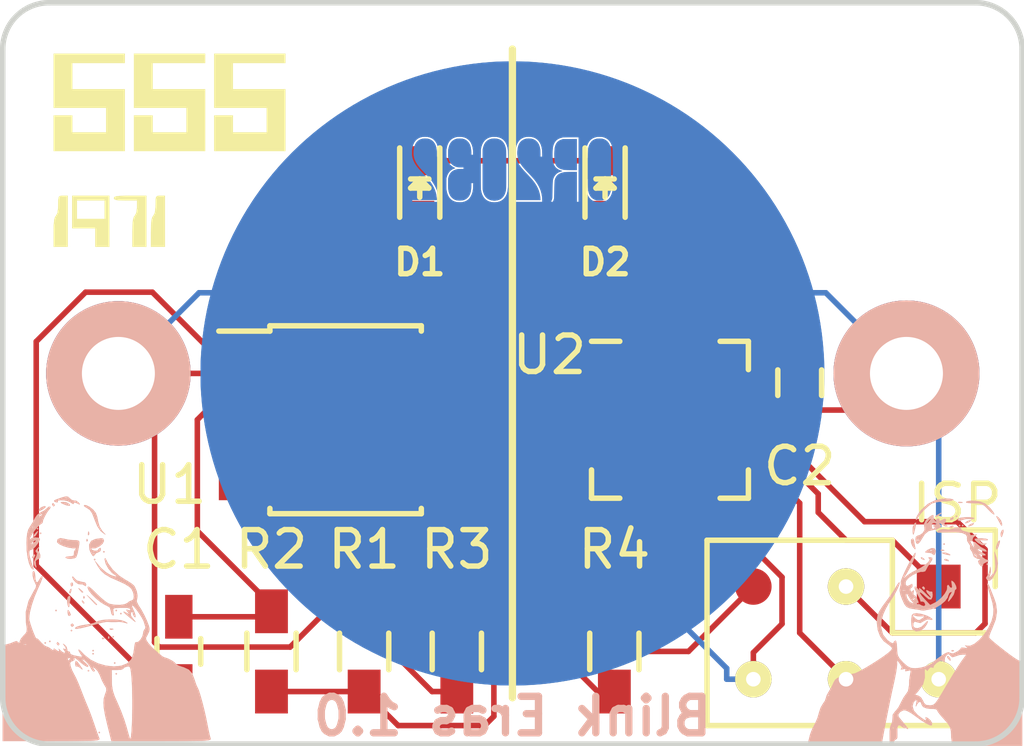
<source format=kicad_pcb>
(kicad_pcb (version 20171130) (host pcbnew "(5.1.12)-1")

  (general
    (thickness 1.6002)
    (drawings 10)
    (tracks 134)
    (zones 0)
    (modules 16)
    (nets 15)
  )

  (page USLetter)
  (layers
    (0 F.Cu signal)
    (31 B.Cu signal)
    (34 B.Paste user hide)
    (35 F.Paste user hide)
    (36 B.SilkS user hide)
    (37 F.SilkS user hide)
    (38 B.Mask user hide)
    (39 F.Mask user hide)
    (44 Edge.Cuts user)
  )

  (setup
    (last_trace_width 0.1524)
    (trace_clearance 0.1524)
    (zone_clearance 0.1524)
    (zone_45_only yes)
    (trace_min 0.1524)
    (via_size 0.6858)
    (via_drill 0.3302)
    (via_min_size 0.6858)
    (via_min_drill 0.3302)
    (uvia_size 0.3)
    (uvia_drill 0.1)
    (uvias_allowed no)
    (uvia_min_size 0.2)
    (uvia_min_drill 0.1)
    (edge_width 0.15)
    (segment_width 0.2)
    (pcb_text_width 0.3)
    (pcb_text_size 1.5 1.5)
    (mod_edge_width 0.15)
    (mod_text_size 1 1)
    (mod_text_width 0.15)
    (pad_size 1.524 1.524)
    (pad_drill 0.762)
    (pad_to_mask_clearance 0.05)
    (aux_axis_origin 0 0)
    (grid_origin 130.81 110.49)
    (visible_elements 7FFFFFFF)
    (pcbplotparams
      (layerselection 0x00030_80000001)
      (usegerberextensions false)
      (usegerberattributes true)
      (usegerberadvancedattributes true)
      (creategerberjobfile true)
      (excludeedgelayer true)
      (linewidth 0.100000)
      (plotframeref false)
      (viasonmask false)
      (mode 1)
      (useauxorigin false)
      (hpglpennumber 1)
      (hpglpenspeed 20)
      (hpglpendiameter 15.000000)
      (psnegative false)
      (psa4output false)
      (plotreference true)
      (plotvalue true)
      (plotinvisibletext false)
      (padsonsilk false)
      (subtractmaskfromsilk false)
      (outputformat 1)
      (mirror false)
      (drillshape 1)
      (scaleselection 1)
      (outputdirectory ""))
  )

  (net 0 "")
  (net 1 VCC)
  (net 2 GND)
  (net 3 "Net-(C1-Pad1)")
  (net 4 "Net-(D1-Pad2)")
  (net 5 "Net-(D2-Pad2)")
  (net 6 /~RESET~)
  (net 7 "Net-(U2-Pad2)")
  (net 8 "Net-(U2-Pad5)")
  (net 9 /MOSI)
  (net 10 /MISO)
  (net 11 /SCK)
  (net 12 "Net-(R1-Pad2)")
  (net 13 "Net-(R3-Pad1)")
  (net 14 "Net-(U1-Pad5)")

  (net_class Default "This is the default net class."
    (clearance 0.1524)
    (trace_width 0.1524)
    (via_dia 0.6858)
    (via_drill 0.3302)
    (uvia_dia 0.3)
    (uvia_drill 0.1)
    (add_net /MISO)
    (add_net /MOSI)
    (add_net /SCK)
    (add_net /~RESET~)
    (add_net GND)
    (add_net "Net-(C1-Pad1)")
    (add_net "Net-(D1-Pad2)")
    (add_net "Net-(D2-Pad2)")
    (add_net "Net-(R1-Pad2)")
    (add_net "Net-(R3-Pad1)")
    (add_net "Net-(U1-Pad5)")
    (add_net "Net-(U2-Pad2)")
    (add_net "Net-(U2-Pad5)")
    (add_net VCC)
  )

  (module Capacitors_SMD:C_0603 (layer F.Cu) (tedit 5782C5C7) (tstamp 577FE25E)
    (at 152.654 100.584 90)
    (descr "Capacitor SMD 0603, reflow soldering, AVX (see smccp.pdf)")
    (tags "capacitor 0603")
    (path /577DCC0A)
    (attr smd)
    (fp_text reference C2 (at -2.286 0 180) (layer F.SilkS)
      (effects (font (size 1 1) (thickness 0.15)))
    )
    (fp_text value 1µ (at 0 1.9 90) (layer F.Fab) hide
      (effects (font (size 1 1) (thickness 0.15)))
    )
    (fp_line (start -1.45 -0.75) (end 1.45 -0.75) (layer F.CrtYd) (width 0.05))
    (fp_line (start -1.45 0.75) (end 1.45 0.75) (layer F.CrtYd) (width 0.05))
    (fp_line (start -1.45 -0.75) (end -1.45 0.75) (layer F.CrtYd) (width 0.05))
    (fp_line (start 1.45 -0.75) (end 1.45 0.75) (layer F.CrtYd) (width 0.05))
    (fp_line (start -0.35 -0.6) (end 0.35 -0.6) (layer F.SilkS) (width 0.15))
    (fp_line (start 0.35 0.6) (end -0.35 0.6) (layer F.SilkS) (width 0.15))
    (pad 1 smd rect (at -0.75 0 90) (size 0.8 0.75) (layers F.Cu F.Paste F.Mask)
      (net 1 VCC))
    (pad 2 smd rect (at 0.75 0 90) (size 0.8 0.75) (layers F.Cu F.Paste F.Mask)
      (net 2 GND))
    (model Capacitors_SMD.3dshapes/C_0603.wrl
      (at (xyz 0 0 0))
      (scale (xyz 1 1 1))
      (rotate (xyz 0 0 0))
    )
  )

  (module Housings_SOIC:SOIC-8_3.9x4.9mm_Pitch1.27mm (layer F.Cu) (tedit 5782BD6F) (tstamp 577FE2EE)
    (at 140.208 101.6)
    (descr "8-Lead Plastic Small Outline (SN) - Narrow, 3.90 mm Body [SOIC] (see Microchip Packaging Specification 00000049BS.pdf)")
    (tags "SOIC 1.27")
    (path /577DD907)
    (attr smd)
    (fp_text reference U1 (at -4.826 1.778) (layer F.SilkS)
      (effects (font (size 1 1) (thickness 0.15)))
    )
    (fp_text value ICM7555 (at 0 3.5) (layer F.Fab) hide
      (effects (font (size 1 1) (thickness 0.15)))
    )
    (fp_line (start -3.75 -2.75) (end -3.75 2.75) (layer F.CrtYd) (width 0.05))
    (fp_line (start 3.75 -2.75) (end 3.75 2.75) (layer F.CrtYd) (width 0.05))
    (fp_line (start -3.75 -2.75) (end 3.75 -2.75) (layer F.CrtYd) (width 0.05))
    (fp_line (start -3.75 2.75) (end 3.75 2.75) (layer F.CrtYd) (width 0.05))
    (fp_line (start -2.075 -2.575) (end -2.075 -2.43) (layer F.SilkS) (width 0.15))
    (fp_line (start 2.075 -2.575) (end 2.075 -2.43) (layer F.SilkS) (width 0.15))
    (fp_line (start 2.075 2.575) (end 2.075 2.43) (layer F.SilkS) (width 0.15))
    (fp_line (start -2.075 2.575) (end -2.075 2.43) (layer F.SilkS) (width 0.15))
    (fp_line (start -2.075 -2.575) (end 2.075 -2.575) (layer F.SilkS) (width 0.15))
    (fp_line (start -2.075 2.575) (end 2.075 2.575) (layer F.SilkS) (width 0.15))
    (fp_line (start -2.075 -2.43) (end -3.475 -2.43) (layer F.SilkS) (width 0.15))
    (pad 1 smd rect (at -2.7 -1.905) (size 1.55 0.6) (layers F.Cu F.Paste F.Mask)
      (net 2 GND))
    (pad 2 smd rect (at -2.7 -0.635) (size 1.55 0.6) (layers F.Cu F.Paste F.Mask)
      (net 3 "Net-(C1-Pad1)"))
    (pad 3 smd rect (at -2.7 0.635) (size 1.55 0.6) (layers F.Cu F.Paste F.Mask)
      (net 13 "Net-(R3-Pad1)"))
    (pad 4 smd rect (at -2.7 1.905) (size 1.55 0.6) (layers F.Cu F.Paste F.Mask)
      (net 1 VCC))
    (pad 5 smd rect (at 2.7 1.905) (size 1.55 0.6) (layers F.Cu F.Paste F.Mask)
      (net 14 "Net-(U1-Pad5)"))
    (pad 6 smd rect (at 2.7 0.635) (size 1.55 0.6) (layers F.Cu F.Paste F.Mask)
      (net 3 "Net-(C1-Pad1)"))
    (pad 7 smd rect (at 2.7 -0.635) (size 1.55 0.6) (layers F.Cu F.Paste F.Mask)
      (net 12 "Net-(R1-Pad2)"))
    (pad 8 smd rect (at 2.7 -1.905) (size 1.55 0.6) (layers F.Cu F.Paste F.Mask)
      (net 1 VCC))
    (model Housings_SOIC.3dshapes/SOIC-8_3.9x4.9mm_Pitch1.27mm.wrl
      (at (xyz 0 0 0))
      (scale (xyz 1 1 1))
      (rotate (xyz 0 0 0))
    )
  )

  (module Capacitors_SMD:C_0603_HandSoldering (layer F.Cu) (tedit 57805090) (tstamp 577FE252)
    (at 135.636 107.95 270)
    (descr "Capacitor SMD 0603, hand soldering")
    (tags "capacitor 0603")
    (path /577D6543)
    (attr smd)
    (fp_text reference C1 (at -2.794 0) (layer F.SilkS)
      (effects (font (size 1 1) (thickness 0.15)))
    )
    (fp_text value 1µ (at 0 1.9 270) (layer F.Fab) hide
      (effects (font (size 1 1) (thickness 0.15)))
    )
    (fp_line (start -1.85 -0.75) (end 1.85 -0.75) (layer F.CrtYd) (width 0.05))
    (fp_line (start -1.85 0.75) (end 1.85 0.75) (layer F.CrtYd) (width 0.05))
    (fp_line (start -1.85 -0.75) (end -1.85 0.75) (layer F.CrtYd) (width 0.05))
    (fp_line (start 1.85 -0.75) (end 1.85 0.75) (layer F.CrtYd) (width 0.05))
    (fp_line (start -0.35 -0.6) (end 0.35 -0.6) (layer F.SilkS) (width 0.15))
    (fp_line (start 0.35 0.6) (end -0.35 0.6) (layer F.SilkS) (width 0.15))
    (pad 1 smd rect (at -0.95 0 270) (size 1.2 0.75) (layers F.Cu F.Paste F.Mask)
      (net 3 "Net-(C1-Pad1)"))
    (pad 2 smd rect (at 0.95 0 270) (size 1.2 0.75) (layers F.Cu F.Paste F.Mask)
      (net 2 GND))
    (model Capacitors_SMD.3dshapes/C_0603_HandSoldering.wrl
      (at (xyz 0 0 0))
      (scale (xyz 1 1 1))
      (rotate (xyz 0 0 0))
    )
  )

  (module LEDs:LED_0603 (layer F.Cu) (tedit 5782DDFB) (tstamp 577FE26F)
    (at 142.24 95.25 270)
    (descr "LED 0603 smd package")
    (tags "LED led 0603 SMD smd SMT smt smdled SMDLED smtled SMTLED")
    (path /577D65A9)
    (attr smd)
    (fp_text reference D1 (at 2.032 0) (layer F.SilkS)
      (effects (font (size 0.7 0.7) (thickness 0.15)))
    )
    (fp_text value Red (at 0 1.5 270) (layer F.Fab) hide
      (effects (font (size 1 1) (thickness 0.15)))
    )
    (fp_line (start -1.1 0.55) (end 0.8 0.55) (layer F.SilkS) (width 0.15))
    (fp_line (start -1.1 -0.55) (end 0.8 -0.55) (layer F.SilkS) (width 0.15))
    (fp_line (start -0.2 0) (end 0.25 0) (layer F.SilkS) (width 0.15))
    (fp_line (start -0.25 -0.25) (end -0.25 0.25) (layer F.SilkS) (width 0.15))
    (fp_line (start -0.25 0) (end 0 -0.25) (layer F.SilkS) (width 0.15))
    (fp_line (start 0 -0.25) (end 0 0.25) (layer F.SilkS) (width 0.15))
    (fp_line (start 0 0.25) (end -0.25 0) (layer F.SilkS) (width 0.15))
    (fp_line (start 1.4 -0.75) (end 1.4 0.75) (layer F.CrtYd) (width 0.05))
    (fp_line (start 1.4 0.75) (end -1.4 0.75) (layer F.CrtYd) (width 0.05))
    (fp_line (start -1.4 0.75) (end -1.4 -0.75) (layer F.CrtYd) (width 0.05))
    (fp_line (start -1.4 -0.75) (end 1.4 -0.75) (layer F.CrtYd) (width 0.05))
    (pad 2 smd rect (at 0.7493 0 90) (size 0.79756 0.79756) (layers F.Cu F.Paste F.Mask)
      (net 4 "Net-(D1-Pad2)"))
    (pad 1 smd rect (at -0.7493 0 90) (size 0.79756 0.79756) (layers F.Cu F.Paste F.Mask)
      (net 2 GND))
    (model LEDs.3dshapes/LED_0603.wrl
      (at (xyz 0 0 0))
      (scale (xyz 1 1 1))
      (rotate (xyz 0 0 180))
    )
  )

  (module LEDs:LED_0603 (layer F.Cu) (tedit 5782DE07) (tstamp 577FE280)
    (at 147.32 95.25 270)
    (descr "LED 0603 smd package")
    (tags "LED led 0603 SMD smd SMT smt smdled SMDLED smtled SMTLED")
    (path /577D4CA0)
    (attr smd)
    (fp_text reference D2 (at 2.032 0) (layer F.SilkS)
      (effects (font (size 0.7 0.7) (thickness 0.15)))
    )
    (fp_text value Green (at 0 1.5 270) (layer F.Fab) hide
      (effects (font (size 1 1) (thickness 0.15)))
    )
    (fp_line (start -1.1 0.55) (end 0.8 0.55) (layer F.SilkS) (width 0.15))
    (fp_line (start -1.1 -0.55) (end 0.8 -0.55) (layer F.SilkS) (width 0.15))
    (fp_line (start -0.2 0) (end 0.25 0) (layer F.SilkS) (width 0.15))
    (fp_line (start -0.25 -0.25) (end -0.25 0.25) (layer F.SilkS) (width 0.15))
    (fp_line (start -0.25 0) (end 0 -0.25) (layer F.SilkS) (width 0.15))
    (fp_line (start 0 -0.25) (end 0 0.25) (layer F.SilkS) (width 0.15))
    (fp_line (start 0 0.25) (end -0.25 0) (layer F.SilkS) (width 0.15))
    (fp_line (start 1.4 -0.75) (end 1.4 0.75) (layer F.CrtYd) (width 0.05))
    (fp_line (start 1.4 0.75) (end -1.4 0.75) (layer F.CrtYd) (width 0.05))
    (fp_line (start -1.4 0.75) (end -1.4 -0.75) (layer F.CrtYd) (width 0.05))
    (fp_line (start -1.4 -0.75) (end 1.4 -0.75) (layer F.CrtYd) (width 0.05))
    (pad 2 smd rect (at 0.7493 0 90) (size 0.79756 0.79756) (layers F.Cu F.Paste F.Mask)
      (net 5 "Net-(D2-Pad2)"))
    (pad 1 smd rect (at -0.7493 0 90) (size 0.79756 0.79756) (layers F.Cu F.Paste F.Mask)
      (net 2 GND))
    (model LEDs.3dshapes/LED_0603.wrl
      (at (xyz 0 0 0))
      (scale (xyz 1 1 1))
      (rotate (xyz 0 0 180))
    )
  )

  (module Resistors_SMD:R_0603_HandSoldering (layer F.Cu) (tedit 5780509F) (tstamp 577FE2B3)
    (at 140.716 107.95 270)
    (descr "Resistor SMD 0603, hand soldering")
    (tags "resistor 0603")
    (path /577D64F2)
    (attr smd)
    (fp_text reference R1 (at -2.794 0) (layer F.SilkS)
      (effects (font (size 1 1) (thickness 0.15)))
    )
    (fp_text value 1K (at 0 1.9 270) (layer F.Fab) hide
      (effects (font (size 1 1) (thickness 0.15)))
    )
    (fp_line (start -2 -0.8) (end 2 -0.8) (layer F.CrtYd) (width 0.05))
    (fp_line (start -2 0.8) (end 2 0.8) (layer F.CrtYd) (width 0.05))
    (fp_line (start -2 -0.8) (end -2 0.8) (layer F.CrtYd) (width 0.05))
    (fp_line (start 2 -0.8) (end 2 0.8) (layer F.CrtYd) (width 0.05))
    (fp_line (start 0.5 0.675) (end -0.5 0.675) (layer F.SilkS) (width 0.15))
    (fp_line (start -0.5 -0.675) (end 0.5 -0.675) (layer F.SilkS) (width 0.15))
    (pad 1 smd rect (at -1.1 0 270) (size 1.2 0.9) (layers F.Cu F.Paste F.Mask)
      (net 1 VCC))
    (pad 2 smd rect (at 1.1 0 270) (size 1.2 0.9) (layers F.Cu F.Paste F.Mask)
      (net 12 "Net-(R1-Pad2)"))
    (model Resistors_SMD.3dshapes/R_0603_HandSoldering.wrl
      (at (xyz 0 0 0))
      (scale (xyz 1 1 1))
      (rotate (xyz 0 0 0))
    )
  )

  (module Resistors_SMD:R_0603_HandSoldering (layer F.Cu) (tedit 5781D57C) (tstamp 577FE2BF)
    (at 138.176 107.95 90)
    (descr "Resistor SMD 0603, hand soldering")
    (tags "resistor 0603")
    (path /577D6517)
    (attr smd)
    (fp_text reference R2 (at 2.794 0 180) (layer F.SilkS)
      (effects (font (size 1 1) (thickness 0.15)))
    )
    (fp_text value 470K (at 0 1.9 90) (layer F.Fab) hide
      (effects (font (size 1 1) (thickness 0.15)))
    )
    (fp_line (start -2 -0.8) (end 2 -0.8) (layer F.CrtYd) (width 0.05))
    (fp_line (start -2 0.8) (end 2 0.8) (layer F.CrtYd) (width 0.05))
    (fp_line (start -2 -0.8) (end -2 0.8) (layer F.CrtYd) (width 0.05))
    (fp_line (start 2 -0.8) (end 2 0.8) (layer F.CrtYd) (width 0.05))
    (fp_line (start 0.5 0.675) (end -0.5 0.675) (layer F.SilkS) (width 0.15))
    (fp_line (start -0.5 -0.675) (end 0.5 -0.675) (layer F.SilkS) (width 0.15))
    (pad 1 smd rect (at -1.1 0 90) (size 1.2 0.9) (layers F.Cu F.Paste F.Mask)
      (net 12 "Net-(R1-Pad2)"))
    (pad 2 smd rect (at 1.1 0 90) (size 1.2 0.9) (layers F.Cu F.Paste F.Mask)
      (net 3 "Net-(C1-Pad1)"))
    (model Resistors_SMD.3dshapes/R_0603_HandSoldering.wrl
      (at (xyz 0 0 0))
      (scale (xyz 1 1 1))
      (rotate (xyz 0 0 0))
    )
  )

  (module Resistors_SMD:R_0603_HandSoldering (layer F.Cu) (tedit 5781D591) (tstamp 577FE2CB)
    (at 143.256 107.95 90)
    (descr "Resistor SMD 0603, hand soldering")
    (tags "resistor 0603")
    (path /577D6580)
    (attr smd)
    (fp_text reference R3 (at 2.794 0 180) (layer F.SilkS)
      (effects (font (size 1 1) (thickness 0.15)))
    )
    (fp_text value 68 (at 0 1.9 90) (layer F.Fab) hide
      (effects (font (size 1 1) (thickness 0.15)))
    )
    (fp_line (start -2 -0.8) (end 2 -0.8) (layer F.CrtYd) (width 0.05))
    (fp_line (start -2 0.8) (end 2 0.8) (layer F.CrtYd) (width 0.05))
    (fp_line (start -2 -0.8) (end -2 0.8) (layer F.CrtYd) (width 0.05))
    (fp_line (start 2 -0.8) (end 2 0.8) (layer F.CrtYd) (width 0.05))
    (fp_line (start 0.5 0.675) (end -0.5 0.675) (layer F.SilkS) (width 0.15))
    (fp_line (start -0.5 -0.675) (end 0.5 -0.675) (layer F.SilkS) (width 0.15))
    (pad 1 smd rect (at -1.1 0 90) (size 1.2 0.9) (layers F.Cu F.Paste F.Mask)
      (net 13 "Net-(R3-Pad1)"))
    (pad 2 smd rect (at 1.1 0 90) (size 1.2 0.9) (layers F.Cu F.Paste F.Mask)
      (net 4 "Net-(D1-Pad2)"))
    (model Resistors_SMD.3dshapes/R_0603_HandSoldering.wrl
      (at (xyz 0 0 0))
      (scale (xyz 1 1 1))
      (rotate (xyz 0 0 0))
    )
  )

  (module Resistors_SMD:R_0603_HandSoldering (layer F.Cu) (tedit 5781D596) (tstamp 577FE2D7)
    (at 147.574 107.95 270)
    (descr "Resistor SMD 0603, hand soldering")
    (tags "resistor 0603")
    (path /577D49FF)
    (attr smd)
    (fp_text reference R4 (at -2.794 0) (layer F.SilkS)
      (effects (font (size 1 1) (thickness 0.15)))
    )
    (fp_text value 56 (at 0 1.9 270) (layer F.Fab) hide
      (effects (font (size 1 1) (thickness 0.15)))
    )
    (fp_line (start -2 -0.8) (end 2 -0.8) (layer F.CrtYd) (width 0.05))
    (fp_line (start -2 0.8) (end 2 0.8) (layer F.CrtYd) (width 0.05))
    (fp_line (start -2 -0.8) (end -2 0.8) (layer F.CrtYd) (width 0.05))
    (fp_line (start 2 -0.8) (end 2 0.8) (layer F.CrtYd) (width 0.05))
    (fp_line (start 0.5 0.675) (end -0.5 0.675) (layer F.SilkS) (width 0.15))
    (fp_line (start -0.5 -0.675) (end 0.5 -0.675) (layer F.SilkS) (width 0.15))
    (pad 1 smd rect (at -1.1 0 270) (size 1.2 0.9) (layers F.Cu F.Paste F.Mask)
      (net 7 "Net-(U2-Pad2)"))
    (pad 2 smd rect (at 1.1 0 270) (size 1.2 0.9) (layers F.Cu F.Paste F.Mask)
      (net 5 "Net-(D2-Pad2)"))
    (model Resistors_SMD.3dshapes/R_0603_HandSoldering.wrl
      (at (xyz 0 0 0))
      (scale (xyz 1 1 1))
      (rotate (xyz 0 0 0))
    )
  )

  (module BlinkyFeet:QFN-20-1EP_4x4mm_Pitch0.5mm (layer F.Cu) (tedit 5782C5EF) (tstamp 577FE2A7)
    (at 149.098 101.6)
    (descr "20-Lead Plastic Quad Flat, No Lead Package (ML) - 4x4x0.9 mm Body [QFN]; (see Microchip Packaging Specification 00000049BS.pdf)")
    (tags "QFN 0.5")
    (path /577D47D3)
    (attr smd)
    (fp_text reference U2 (at -3.302 -1.778) (layer F.SilkS)
      (effects (font (size 1 1) (thickness 0.15)))
    )
    (fp_text value ATTINY85-M (at 0 3.33) (layer F.Fab) hide
      (effects (font (size 1 1) (thickness 0.15)))
    )
    (fp_line (start -2.6 -2.6) (end -2.6 2.6) (layer F.CrtYd) (width 0.05))
    (fp_line (start 2.6 -2.6) (end 2.6 2.6) (layer F.CrtYd) (width 0.05))
    (fp_line (start -2.6 -2.6) (end 2.6 -2.6) (layer F.CrtYd) (width 0.05))
    (fp_line (start -2.6 2.6) (end 2.6 2.6) (layer F.CrtYd) (width 0.05))
    (fp_line (start 2.15 -2.15) (end 2.15 -1.375) (layer F.SilkS) (width 0.15))
    (fp_line (start -2.15 2.15) (end -2.15 1.375) (layer F.SilkS) (width 0.15))
    (fp_line (start 2.15 2.15) (end 2.15 1.375) (layer F.SilkS) (width 0.15))
    (fp_line (start -2.15 -2.15) (end -1.375 -2.15) (layer F.SilkS) (width 0.15))
    (fp_line (start -2.15 2.15) (end -1.375 2.15) (layer F.SilkS) (width 0.15))
    (fp_line (start 2.15 2.15) (end 1.375 2.15) (layer F.SilkS) (width 0.15))
    (fp_line (start 2.15 -2.15) (end 1.375 -2.15) (layer F.SilkS) (width 0.15))
    (pad 1 smd rect (at -1.965 -1) (size 0.73 0.3) (layers F.Cu F.Paste F.Mask)
      (net 6 /~RESET~))
    (pad 2 smd rect (at -1.965 -0.5) (size 0.73 0.3) (layers F.Cu F.Paste F.Mask)
      (net 7 "Net-(U2-Pad2)"))
    (pad 3 smd rect (at -1.965 0) (size 0.73 0.3) (layers F.Cu F.Paste F.Mask))
    (pad 4 smd rect (at -1.965 0.5) (size 0.73 0.3) (layers F.Cu F.Paste F.Mask))
    (pad 5 smd rect (at -1.965 1) (size 0.73 0.3) (layers F.Cu F.Paste F.Mask)
      (net 8 "Net-(U2-Pad5)"))
    (pad 6 smd rect (at -1 1.965 90) (size 0.73 0.3) (layers F.Cu F.Paste F.Mask))
    (pad 7 smd rect (at -0.5 1.965 90) (size 0.73 0.3) (layers F.Cu F.Paste F.Mask))
    (pad 8 smd rect (at 0 1.965 90) (size 0.73 0.3) (layers F.Cu F.Paste F.Mask)
      (net 2 GND))
    (pad 9 smd rect (at 0.5 1.965 90) (size 0.73 0.3) (layers F.Cu F.Paste F.Mask))
    (pad 10 smd rect (at 1 1.965 90) (size 0.73 0.3) (layers F.Cu F.Paste F.Mask))
    (pad 11 smd rect (at 1.965 1) (size 0.73 0.3) (layers F.Cu F.Paste F.Mask)
      (net 9 /MOSI))
    (pad 12 smd rect (at 1.965 0.5) (size 0.73 0.3) (layers F.Cu F.Paste F.Mask)
      (net 10 /MISO))
    (pad 13 smd rect (at 1.965 0) (size 0.73 0.3) (layers F.Cu F.Paste F.Mask))
    (pad 14 smd rect (at 1.965 -0.5) (size 0.73 0.3) (layers F.Cu F.Paste F.Mask)
      (net 11 /SCK))
    (pad 15 smd rect (at 1.965 -1) (size 0.73 0.3) (layers F.Cu F.Paste F.Mask)
      (net 1 VCC))
    (pad 16 smd rect (at 1 -1.965 90) (size 0.73 0.3) (layers F.Cu F.Paste F.Mask))
    (pad 17 smd rect (at 0.5 -1.965 90) (size 0.73 0.3) (layers F.Cu F.Paste F.Mask))
    (pad 18 smd rect (at 0 -1.965 90) (size 0.73 0.3) (layers F.Cu F.Paste F.Mask))
    (pad 19 smd rect (at -0.5 -1.965 90) (size 0.73 0.3) (layers F.Cu F.Paste F.Mask))
    (pad 20 smd rect (at -1 -1.965 90) (size 0.73 0.3) (layers F.Cu F.Paste F.Mask))
    (pad 8 smd rect (at 0.625 0.625) (size 1.25 1.25) (layers F.Cu F.Paste F.Mask)
      (net 2 GND) (solder_paste_margin_ratio -0.2))
    (pad 8 smd rect (at 0.625 -0.625) (size 1.25 1.25) (layers F.Cu F.Paste F.Mask)
      (net 2 GND) (solder_paste_margin_ratio -0.2))
    (pad 8 smd rect (at -0.625 0.625) (size 1.25 1.25) (layers F.Cu F.Paste F.Mask)
      (net 2 GND) (solder_paste_margin_ratio -0.2))
    (pad 8 smd rect (at -0.625 -0.625) (size 1.25 1.25) (layers F.Cu F.Paste F.Mask)
      (net 2 GND) (solder_paste_margin_ratio -0.2))
    (model Housings_DFN_QFN.3dshapes/QFN-20-1EP_4x4mm_Pitch0.5mm.wrl
      (at (xyz 0 0 0))
      (scale (xyz 1 1 1))
      (rotate (xyz 0 0 0))
    )
  )

  (module BlinkyFeet:555-lettering (layer F.Cu) (tedit 0) (tstamp 5782DC61)
    (at 132.842 94.488)
    (fp_text reference G***_4 (at 0 0) (layer F.SilkS) hide
      (effects (font (size 1.524 1.524) (thickness 0.3)))
    )
    (fp_text value LOGO (at 0.75 0) (layer F.SilkS) hide
      (effects (font (size 1.524 1.524) (thickness 0.3)))
    )
    (fp_poly (pts (xy -0.254 2.370666) (xy -0.635 2.370666) (xy -0.635 1.973683) (xy -0.631301 1.769314)
      (xy -0.61882 1.634644) (xy -0.59548 1.554975) (xy -0.5715 1.524) (xy -0.528212 1.443138)
      (xy -0.509184 1.289048) (xy -0.508 1.222483) (xy -0.506234 1.083692) (xy -0.494077 1.009405)
      (xy -0.461236 0.97946) (xy -0.397421 0.973693) (xy -0.381 0.973666) (xy -0.254 0.973666)
      (xy -0.254 2.370666)) (layer F.SilkS) (width 0.01))
    (fp_poly (pts (xy 0.889 2.370666) (xy 0.508 2.370666) (xy 0.508 1.862666) (xy -0.127 1.862666)
      (xy -0.127 1.100666) (xy 0 1.100666) (xy 0 1.608666) (xy 0.762 1.608666)
      (xy 0.762 1.100666) (xy 0 1.100666) (xy -0.127 1.100666) (xy -0.127 0.973666)
      (xy 0.889 0.973666) (xy 0.889 2.370666)) (layer F.SilkS) (width 0.01))
    (fp_poly (pts (xy 1.905 2.370666) (xy 1.524 2.370666) (xy 1.524 1.973683) (xy 1.527699 1.769314)
      (xy 1.54018 1.634644) (xy 1.56352 1.554975) (xy 1.5875 1.524) (xy 1.632176 1.44116)
      (xy 1.650834 1.301955) (xy 1.651 1.285983) (xy 1.651 1.100666) (xy 1.3335 1.100666)
      (xy 1.166028 1.09734) (xy 1.067723 1.085319) (xy 1.023275 1.061542) (xy 1.016 1.037166)
      (xy 1.029628 1.008169) (xy 1.079621 0.989305) (xy 1.179649 0.978622) (xy 1.343379 0.974169)
      (xy 1.4605 0.973666) (xy 1.905 0.973666) (xy 1.905 2.370666)) (layer F.SilkS) (width 0.01))
    (fp_poly (pts (xy 2.413 2.370666) (xy 2.032 2.370666) (xy 2.032 1.973683) (xy 2.035699 1.769314)
      (xy 2.04818 1.634644) (xy 2.07152 1.554975) (xy 2.0955 1.524) (xy 2.138788 1.443138)
      (xy 2.157816 1.289048) (xy 2.159 1.222483) (xy 2.160766 1.083692) (xy 2.172923 1.009405)
      (xy 2.205764 0.97946) (xy 2.269579 0.973693) (xy 2.286 0.973666) (xy 2.413 0.973666)
      (xy 2.413 2.370666)) (layer F.SilkS) (width 0.01))
    (fp_poly (pts (xy 1.312334 -2.667) (xy -0.127 -2.667) (xy -0.127 -1.947334) (xy 1.312334 -1.947334)
      (xy 1.312334 -0.254) (xy -0.635 -0.254) (xy -0.635 -1.227667) (xy -0.127 -1.227667)
      (xy -0.127 -0.762) (xy 0.804334 -0.762) (xy 0.804334 -1.439334) (xy -0.635 -1.439334)
      (xy -0.635 -2.921) (xy 1.312334 -2.921) (xy 1.312334 -2.667)) (layer F.SilkS) (width 0.01))
    (fp_poly (pts (xy 3.513667 -2.667) (xy 2.074334 -2.667) (xy 2.074334 -1.947334) (xy 3.513667 -1.947334)
      (xy 3.513667 -0.254) (xy 1.566334 -0.254) (xy 1.566334 -1.227667) (xy 2.074334 -1.227667)
      (xy 2.074334 -0.762) (xy 3.005667 -0.762) (xy 3.005667 -1.439334) (xy 1.566334 -1.439334)
      (xy 1.566334 -2.921) (xy 3.513667 -2.921) (xy 3.513667 -2.667)) (layer F.SilkS) (width 0.01))
    (fp_poly (pts (xy 5.715 -2.667) (xy 4.275667 -2.667) (xy 4.275667 -1.947334) (xy 5.715 -1.947334)
      (xy 5.715 -0.254) (xy 3.767667 -0.254) (xy 3.767667 -1.227667) (xy 4.275667 -1.227667)
      (xy 4.275667 -0.762) (xy 5.207 -0.762) (xy 5.207 -1.439334) (xy 3.767667 -1.439334)
      (xy 3.767667 -2.921) (xy 5.715 -2.921) (xy 5.715 -2.667)) (layer F.SilkS) (width 0.01))
  )

  (module "BlinkyFeet:AVR 1996 dilated" (layer F.Cu) (tedit 0) (tstamp 5786781A)
    (at 153.67 94.488)
    (fp_text reference G***_3 (at 0 0) (layer F.SilkS) hide
      (effects (font (size 1.524 1.524) (thickness 0.3)))
    )
    (fp_text value LOGO (at 0.75 0) (layer F.SilkS) hide
      (effects (font (size 1.524 1.524) (thickness 0.3)))
    )
    (fp_poly (pts (xy 1.361809 0.970339) (xy 1.39379 0.972954) (xy 1.42391 0.977796) (xy 1.455419 0.985298)
      (xy 1.466865 0.988486) (xy 1.525062 1.009527) (xy 1.580339 1.038275) (xy 1.632252 1.07434)
      (xy 1.680356 1.117332) (xy 1.724204 1.166861) (xy 1.763352 1.222536) (xy 1.792034 1.27329)
      (xy 1.808319 1.306795) (xy 1.821308 1.337448) (xy 1.832114 1.368319) (xy 1.841846 1.402478)
      (xy 1.848364 1.428918) (xy 1.852154 1.44543) (xy 1.855045 1.45964) (xy 1.857159 1.473101)
      (xy 1.858617 1.487365) (xy 1.859543 1.503985) (xy 1.860057 1.524514) (xy 1.860283 1.550504)
      (xy 1.860341 1.58115) (xy 1.860002 1.626299) (xy 1.858776 1.665115) (xy 1.856431 1.699704)
      (xy 1.852734 1.732176) (xy 1.847452 1.764637) (xy 1.840352 1.799196) (xy 1.832632 1.832133)
      (xy 1.807165 1.919596) (xy 1.774545 2.002692) (xy 1.734845 2.081261) (xy 1.688139 2.155143)
      (xy 1.675387 2.172848) (xy 1.62476 2.235027) (xy 1.566189 2.295413) (xy 1.500063 2.353703)
      (xy 1.426774 2.40959) (xy 1.346712 2.46277) (xy 1.260266 2.512938) (xy 1.20015 2.54413)
      (xy 1.139082 2.573251) (xy 1.084373 2.596866) (xy 1.035966 2.614991) (xy 0.993804 2.627644)
      (xy 0.957829 2.634843) (xy 0.927984 2.636604) (xy 0.904599 2.633061) (xy 0.882721 2.622239)
      (xy 0.863304 2.604218) (xy 0.847194 2.58011) (xy 0.835233 2.551025) (xy 0.83147 2.536787)
      (xy 0.82639 2.501415) (xy 0.827913 2.470904) (xy 0.835995 2.445429) (xy 0.850588 2.425166)
      (xy 0.863063 2.415183) (xy 0.87257 2.41014) (xy 0.888155 2.403107) (xy 0.907909 2.394897)
      (xy 0.929919 2.386324) (xy 0.937683 2.383432) (xy 1.019826 2.349791) (xy 1.095919 2.311613)
      (xy 1.165668 2.269115) (xy 1.228775 2.222517) (xy 1.284947 2.172038) (xy 1.333887 2.117895)
      (xy 1.375299 2.060309) (xy 1.376295 2.058732) (xy 1.384783 2.045248) (xy 1.368666 2.050266)
      (xy 1.3573 2.052269) (xy 1.338151 2.053744) (xy 1.311887 2.054657) (xy 1.279177 2.054978)
      (xy 1.27 2.054961) (xy 1.240967 2.05478) (xy 1.21856 2.054369) (xy 1.200939 2.053539)
      (xy 1.186262 2.052101) (xy 1.17269 2.049868) (xy 1.158381 2.04665) (xy 1.141495 2.04226)
      (xy 1.138766 2.041527) (xy 1.097742 2.029197) (xy 1.062217 2.015447) (xy 1.029226 1.998965)
      (xy 0.995802 1.97844) (xy 0.995162 1.978015) (xy 0.946731 1.94074) (xy 0.903684 1.897011)
      (xy 0.866134 1.847) (xy 0.834194 1.790879) (xy 0.807979 1.728821) (xy 0.788318 1.663886)
      (xy 0.784453 1.647846) (xy 0.781589 1.633765) (xy 0.779575 1.619899) (xy 0.778261 1.604505)
      (xy 0.777499 1.585837) (xy 0.777138 1.562152) (xy 0.77703 1.532466) (xy 0.777061 1.510058)
      (xy 1.144444 1.510058) (xy 1.148912 1.556761) (xy 1.157581 1.602472) (xy 1.17001 1.644819)
      (xy 1.184666 1.679325) (xy 1.195594 1.696528) (xy 1.21089 1.715207) (xy 1.228386 1.73313)
      (xy 1.245912 1.748067) (xy 1.260667 1.757486) (xy 1.293822 1.769408) (xy 1.331001 1.775516)
      (xy 1.369945 1.775671) (xy 1.408396 1.769736) (xy 1.4183 1.767101) (xy 1.435413 1.761109)
      (xy 1.452564 1.753575) (xy 1.459473 1.749924) (xy 1.46945 1.743924) (xy 1.4771 1.738141)
      (xy 1.482733 1.731401) (xy 1.486658 1.722529) (xy 1.489185 1.710353) (xy 1.490623 1.693698)
      (xy 1.491282 1.671391) (xy 1.491471 1.642258) (xy 1.491484 1.628521) (xy 1.490856 1.581213)
      (xy 1.488724 1.5402) (xy 1.484797 1.503398) (xy 1.47878 1.468722) (xy 1.470381 1.434088)
      (xy 1.459307 1.397412) (xy 1.45878 1.395799) (xy 1.440704 1.346958) (xy 1.420928 1.305372)
      (xy 1.399621 1.271226) (xy 1.376955 1.244701) (xy 1.353101 1.22598) (xy 1.328231 1.215246)
      (xy 1.302516 1.212681) (xy 1.288991 1.214609) (xy 1.259448 1.225466) (xy 1.232457 1.243885)
      (xy 1.208373 1.269252) (xy 1.18755 1.300953) (xy 1.170343 1.338374) (xy 1.157105 1.380902)
      (xy 1.148193 1.427921) (xy 1.144621 1.464733) (xy 1.144444 1.510058) (xy 0.777061 1.510058)
      (xy 0.777072 1.502379) (xy 0.77737 1.479013) (xy 0.778076 1.460623) (xy 0.77934 1.445465)
      (xy 0.781313 1.431793) (xy 0.784147 1.417863) (xy 0.787992 1.401929) (xy 0.78851 1.399873)
      (xy 0.809372 1.333237) (xy 0.836941 1.270965) (xy 0.870741 1.213438) (xy 0.9103 1.161036)
      (xy 0.955141 1.114141) (xy 1.00479 1.073132) (xy 1.058774 1.038392) (xy 1.116618 1.010299)
      (xy 1.177848 0.989237) (xy 1.241988 0.975584) (xy 1.308565 0.969722) (xy 1.32472 0.969517)
      (xy 1.361809 0.970339)) (layer F.Mask) (width 0.01))
    (fp_poly (pts (xy 2.504809 0.970339) (xy 2.53679 0.972954) (xy 2.56691 0.977796) (xy 2.598419 0.985298)
      (xy 2.609865 0.988486) (xy 2.668062 1.009527) (xy 2.723339 1.038275) (xy 2.775252 1.07434)
      (xy 2.823356 1.117332) (xy 2.867204 1.166861) (xy 2.906352 1.222536) (xy 2.935034 1.27329)
      (xy 2.951319 1.306795) (xy 2.964308 1.337448) (xy 2.975114 1.368319) (xy 2.984846 1.402478)
      (xy 2.991364 1.428918) (xy 2.995154 1.44543) (xy 2.998045 1.45964) (xy 3.000159 1.473101)
      (xy 3.001617 1.487365) (xy 3.002543 1.503985) (xy 3.003057 1.524514) (xy 3.003283 1.550504)
      (xy 3.003341 1.58115) (xy 3.003002 1.626299) (xy 3.001776 1.665115) (xy 2.999431 1.699704)
      (xy 2.995734 1.732176) (xy 2.990452 1.764637) (xy 2.983352 1.799196) (xy 2.975632 1.832133)
      (xy 2.950165 1.919596) (xy 2.917545 2.002692) (xy 2.877845 2.081261) (xy 2.831139 2.155143)
      (xy 2.818387 2.172848) (xy 2.76776 2.235027) (xy 2.709189 2.295413) (xy 2.643063 2.353703)
      (xy 2.569774 2.40959) (xy 2.489712 2.46277) (xy 2.403266 2.512938) (xy 2.343149 2.54413)
      (xy 2.282082 2.573251) (xy 2.227373 2.596866) (xy 2.178966 2.614991) (xy 2.136804 2.627644)
      (xy 2.100829 2.634843) (xy 2.070984 2.636604) (xy 2.047599 2.633061) (xy 2.025721 2.622239)
      (xy 2.006304 2.604218) (xy 1.990194 2.58011) (xy 1.978233 2.551025) (xy 1.97447 2.536787)
      (xy 1.96939 2.501415) (xy 1.970913 2.470904) (xy 1.978995 2.445429) (xy 1.993588 2.425166)
      (xy 2.006063 2.415183) (xy 2.01557 2.41014) (xy 2.031155 2.403107) (xy 2.050909 2.394897)
      (xy 2.072919 2.386324) (xy 2.080683 2.383432) (xy 2.162826 2.349791) (xy 2.238919 2.311613)
      (xy 2.308668 2.269115) (xy 2.371775 2.222517) (xy 2.427947 2.172038) (xy 2.476887 2.117895)
      (xy 2.518299 2.060309) (xy 2.519295 2.058732) (xy 2.527783 2.045248) (xy 2.511666 2.050266)
      (xy 2.5003 2.052269) (xy 2.481151 2.053744) (xy 2.454887 2.054657) (xy 2.422177 2.054978)
      (xy 2.412999 2.054961) (xy 2.383967 2.05478) (xy 2.36156 2.054369) (xy 2.343939 2.053539)
      (xy 2.329262 2.052101) (xy 2.31569 2.049868) (xy 2.301381 2.04665) (xy 2.284495 2.04226)
      (xy 2.281766 2.041527) (xy 2.240742 2.029197) (xy 2.205217 2.015447) (xy 2.172226 1.998965)
      (xy 2.138802 1.97844) (xy 2.138162 1.978015) (xy 2.089731 1.94074) (xy 2.046684 1.897011)
      (xy 2.009134 1.847) (xy 1.977194 1.790879) (xy 1.950979 1.728821) (xy 1.931318 1.663886)
      (xy 1.927453 1.647846) (xy 1.924589 1.633765) (xy 1.922575 1.619899) (xy 1.921261 1.604505)
      (xy 1.920499 1.585837) (xy 1.920138 1.562152) (xy 1.92003 1.532466) (xy 1.920061 1.510058)
      (xy 2.287444 1.510058) (xy 2.291912 1.556761) (xy 2.300581 1.602472) (xy 2.31301 1.644819)
      (xy 2.327666 1.679325) (xy 2.338594 1.696528) (xy 2.35389 1.715207) (xy 2.371386 1.73313)
      (xy 2.388912 1.748067) (xy 2.403667 1.757486) (xy 2.436822 1.769408) (xy 2.474001 1.775516)
      (xy 2.512945 1.775671) (xy 2.551396 1.769736) (xy 2.5613 1.767101) (xy 2.578413 1.761109)
      (xy 2.595564 1.753575) (xy 2.602473 1.749924) (xy 2.61245 1.743924) (xy 2.6201 1.738141)
      (xy 2.625733 1.731401) (xy 2.629658 1.722529) (xy 2.632185 1.710353) (xy 2.633623 1.693698)
      (xy 2.634282 1.671391) (xy 2.634471 1.642258) (xy 2.634484 1.628521) (xy 2.633856 1.581213)
      (xy 2.631724 1.5402) (xy 2.627797 1.503398) (xy 2.62178 1.468722) (xy 2.613381 1.434088)
      (xy 2.602307 1.397412) (xy 2.60178 1.395799) (xy 2.583704 1.346958) (xy 2.563928 1.305372)
      (xy 2.542621 1.271226) (xy 2.519955 1.244701) (xy 2.496101 1.22598) (xy 2.471231 1.215246)
      (xy 2.445516 1.212681) (xy 2.431991 1.214609) (xy 2.402448 1.225466) (xy 2.375457 1.243885)
      (xy 2.351373 1.269252) (xy 2.33055 1.300953) (xy 2.313343 1.338374) (xy 2.300105 1.380902)
      (xy 2.291193 1.427921) (xy 2.287621 1.464733) (xy 2.287444 1.510058) (xy 1.920061 1.510058)
      (xy 1.920072 1.502379) (xy 1.92037 1.479013) (xy 1.921076 1.460623) (xy 1.92234 1.445465)
      (xy 1.924313 1.431793) (xy 1.927147 1.417863) (xy 1.930992 1.401929) (xy 1.93151 1.399873)
      (xy 1.952372 1.333237) (xy 1.979941 1.270965) (xy 2.013741 1.213438) (xy 2.0533 1.161036)
      (xy 2.098141 1.114141) (xy 2.14779 1.073132) (xy 2.201774 1.038392) (xy 2.259618 1.010299)
      (xy 2.320848 0.989237) (xy 2.384988 0.975584) (xy 2.451565 0.969722) (xy 2.46772 0.969517)
      (xy 2.504809 0.970339)) (layer F.Mask) (width 0.01))
    (fp_poly (pts (xy 4.021505 0.971439) (xy 4.044195 0.983725) (xy 4.063073 1.003004) (xy 4.069406 1.012318)
      (xy 4.082305 1.039706) (xy 4.090557 1.071138) (xy 4.093724 1.10367) (xy 4.091369 1.134361)
      (xy 4.089059 1.144487) (xy 4.079534 1.164087) (xy 4.063049 1.182073) (xy 4.041104 1.197108)
      (xy 4.019175 1.206607) (xy 3.937189 1.237254) (xy 3.860165 1.27296) (xy 3.788593 1.31339)
      (xy 3.722964 1.358211) (xy 3.663771 1.407087) (xy 3.611502 1.459684) (xy 3.567836 1.514009)
      (xy 3.554278 1.533018) (xy 3.545589 1.546038) (xy 3.541762 1.554) (xy 3.542786 1.557833)
      (xy 3.548654 1.558468) (xy 3.559354 1.556835) (xy 3.567427 1.555282) (xy 3.592828 1.551893)
      (xy 3.623921 1.550112) (xy 3.658087 1.549932) (xy 3.692709 1.551346) (xy 3.725168 1.554348)
      (xy 3.735244 1.555729) (xy 3.76654 1.561806) (xy 3.800447 1.570688) (xy 3.834265 1.581505)
      (xy 3.865296 1.593386) (xy 3.890844 1.605461) (xy 3.892841 1.60656) (xy 3.944678 1.640321)
      (xy 3.991498 1.680622) (xy 4.032961 1.726948) (xy 4.068731 1.778784) (xy 4.098467 1.835612)
      (xy 4.121831 1.896919) (xy 4.138486 1.962188) (xy 4.142927 1.98755) (xy 4.1459 2.015118)
      (xy 4.147425 2.0479) (xy 4.147561 2.083413) (xy 4.146367 2.119173) (xy 4.143902 2.152695)
      (xy 4.140225 2.181497) (xy 4.138058 2.192866) (xy 4.119469 2.258936) (xy 4.093803 2.321315)
      (xy 4.061554 2.379523) (xy 4.023218 2.433078) (xy 3.979293 2.481501) (xy 3.930274 2.524309)
      (xy 3.876658 2.561024) (xy 3.81894 2.591163) (xy 3.757617 2.614246) (xy 3.693185 2.629792)
      (xy 3.685843 2.631035) (xy 3.657267 2.63439) (xy 3.62383 2.636282) (xy 3.588331 2.636718)
      (xy 3.553571 2.635704) (xy 3.522351 2.633247) (xy 3.50374 2.630606) (xy 3.443518 2.615476)
      (xy 3.3859 2.592456) (xy 3.331235 2.561816) (xy 3.279873 2.523828) (xy 3.232161 2.47876)
      (xy 3.18845 2.426886) (xy 3.149088 2.368474) (xy 3.135701 2.345266) (xy 3.10791 2.286681)
      (xy 3.086304 2.223071) (xy 3.071124 2.155435) (xy 3.062609 2.084776) (xy 3.060739 2.032)
      (xy 3.064242 1.942241) (xy 3.071235 1.882865) (xy 3.431116 1.882865) (xy 3.431429 1.975424)
      (xy 3.432259 2.024176) (xy 3.434578 2.066506) (xy 3.438664 2.104369) (xy 3.444794 2.139724)
      (xy 3.453247 2.174526) (xy 3.464299 2.210732) (xy 3.465194 2.21342) (xy 3.484214 2.264089)
      (xy 3.504575 2.306402) (xy 3.526284 2.340368) (xy 3.549349 2.365993) (xy 3.573778 2.383284)
      (xy 3.599579 2.392248) (xy 3.626761 2.392891) (xy 3.655332 2.38522) (xy 3.664857 2.380967)
      (xy 3.690795 2.363779) (xy 3.713805 2.339556) (xy 3.733677 2.309282) (xy 3.750207 2.273941)
      (xy 3.763186 2.234515) (xy 3.772407 2.191987) (xy 3.777664 2.147341) (xy 3.778749 2.10156)
      (xy 3.775455 2.055626) (xy 3.767574 2.010523) (xy 3.754901 1.967234) (xy 3.753068 1.962259)
      (xy 3.737148 1.926966) (xy 3.717792 1.897536) (xy 3.695563 1.873532) (xy 3.673262 1.855906)
      (xy 3.648696 1.843394) (xy 3.619493 1.834923) (xy 3.603926 1.8321) (xy 3.571284 1.829887)
      (xy 3.537498 1.832653) (xy 3.504751 1.839889) (xy 3.475228 1.851083) (xy 3.451112 1.865728)
      (xy 3.447614 1.868603) (xy 3.431116 1.882865) (xy 3.071235 1.882865) (xy 3.07463 1.854048)
      (xy 3.091677 1.7683) (xy 3.115159 1.685879) (xy 3.144848 1.607664) (xy 3.180519 1.534537)
      (xy 3.19468 1.509797) (xy 3.235001 1.449022) (xy 3.283026 1.388609) (xy 3.338001 1.329315)
      (xy 3.399173 1.271899) (xy 3.465789 1.217116) (xy 3.536949 1.165822) (xy 3.612454 1.117867)
      (xy 3.68957 1.074496) (xy 3.76691 1.036385) (xy 3.843086 1.004212) (xy 3.916711 0.978653)
      (xy 3.926876 0.9756) (xy 3.963213 0.967472) (xy 3.994633 0.966053) (xy 4.021505 0.971439)) (layer F.Mask) (width 0.01))
    (fp_poly (pts (xy 0.323012 0.984342) (xy 0.343207 0.99621) (xy 0.358037 1.009419) (xy 0.37141 1.024337)
      (xy 0.381365 1.039618) (xy 0.388095 1.056493) (xy 0.39179 1.07619) (xy 0.392643 1.099938)
      (xy 0.390847 1.128965) (xy 0.386592 1.164502) (xy 0.384516 1.178983) (xy 0.383687 1.186162)
      (xy 0.382938 1.196181) (xy 0.382265 1.20943) (xy 0.381665 1.226298) (xy 0.381136 1.247177)
      (xy 0.380672 1.272456) (xy 0.38027 1.302525) (xy 0.379928 1.337775) (xy 0.379641 1.378594)
      (xy 0.379406 1.425374) (xy 0.379219 1.478505) (xy 0.379078 1.538376) (xy 0.378977 1.605377)
      (xy 0.378914 1.6799) (xy 0.378886 1.762333) (xy 0.378883 1.799871) (xy 0.378899 1.869433)
      (xy 0.378947 1.936659) (xy 0.379024 2.001064) (xy 0.379129 2.062163) (xy 0.37926 2.11947)
      (xy 0.379415 2.172499) (xy 0.379591 2.220764) (xy 0.379788 2.263781) (xy 0.380002 2.301063)
      (xy 0.380233 2.332126) (xy 0.380478 2.356483) (xy 0.380736 2.373648) (xy 0.381004 2.383137)
      (xy 0.381176 2.384954) (xy 0.386035 2.386363) (xy 0.397577 2.388509) (xy 0.414081 2.391101)
      (xy 0.433825 2.393849) (xy 0.434041 2.393877) (xy 0.462215 2.398273) (xy 0.483546 2.403584)
      (xy 0.499657 2.410632) (xy 0.51217 2.420243) (xy 0.52271 2.433239) (xy 0.527874 2.44148)
      (xy 0.532843 2.450401) (xy 0.536191 2.458448) (xy 0.538237 2.467582) (xy 0.539299 2.479766)
      (xy 0.539696 2.496963) (xy 0.53975 2.5146) (xy 0.539644 2.536919) (xy 0.539117 2.552735)
      (xy 0.537848 2.56401) (xy 0.535519 2.572705) (xy 0.531812 2.580782) (xy 0.527874 2.587719)
      (xy 0.51742 2.601952) (xy 0.504505 2.614926) (xy 0.49855 2.619469) (xy 0.490675 2.624366)
      (xy 0.483343 2.627638) (xy 0.474622 2.62961) (xy 0.462581 2.630604) (xy 0.445285 2.630947)
      (xy 0.429992 2.630973) (xy 0.40965 2.630694) (xy 0.383127 2.629942) (xy 0.35269 2.628803)
      (xy 0.320606 2.627364) (xy 0.289143 2.625709) (xy 0.28575 2.625513) (xy 0.240919 2.623301)
      (xy 0.201625 2.622299) (xy 0.165028 2.622487) (xy 0.128286 2.623845) (xy 0.118533 2.624378)
      (xy 0.071904 2.626989) (xy 0.03303 2.628971) (xy 0.00122 2.630336) (xy -0.024213 2.631102)
      (xy -0.043958 2.631282) (xy -0.058702 2.630891) (xy -0.069136 2.629946) (xy -0.075456 2.628618)
      (xy -0.091973 2.619976) (xy -0.10833 2.605458) (xy -0.122395 2.587418) (xy -0.132032 2.568213)
      (xy -0.13307 2.565023) (xy -0.138785 2.535671) (xy -0.139484 2.505126) (xy -0.135446 2.475661)
      (xy -0.126947 2.449549) (xy -0.116865 2.43226) (xy -0.106128 2.420026) (xy -0.094164 2.410873)
      (xy -0.079257 2.404064) (xy -0.059692 2.398862) (xy -0.033754 2.394529) (xy -0.027004 2.393616)
      (xy -0.007335 2.390886) (xy 0.009093 2.388322) (xy 0.020557 2.386213) (xy 0.025326 2.384852)
      (xy 0.025614 2.380423) (xy 0.02591 2.368044) (xy 0.026211 2.34823) (xy 0.026515 2.321499)
      (xy 0.026817 2.288367) (xy 0.027115 2.249349) (xy 0.027404 2.204962) (xy 0.027682 2.155722)
      (xy 0.027944 2.102147) (xy 0.028188 2.044751) (xy 0.028411 1.984051) (xy 0.028608 1.920564)
      (xy 0.028748 1.866719) (xy 0.02998 1.350775) (xy -0.02544 1.369654) (xy -0.056615 1.379572)
      (xy -0.081671 1.385628) (xy -0.102059 1.387754) (xy -0.119228 1.385883) (xy -0.134628 1.379947)
      (xy -0.149709 1.36988) (xy -0.157296 1.363529) (xy -0.179778 1.338567) (xy -0.194609 1.309982)
      (xy -0.201805 1.27774) (xy -0.202238 1.272401) (xy -0.202512 1.246036) (xy -0.199087 1.224308)
      (xy -0.19113 1.206087) (xy -0.177809 1.190242) (xy -0.158291 1.175646) (xy -0.131743 1.161168)
      (xy -0.114239 1.153022) (xy -0.099474 1.14631) (xy -0.078229 1.136491) (xy -0.051662 1.124108)
      (xy -0.020934 1.109704) (xy 0.012799 1.093824) (xy 0.048376 1.07701) (xy 0.084638 1.059806)
      (xy 0.091964 1.056323) (xy 0.132255 1.037215) (xy 0.165717 1.021506) (xy 0.193122 1.008868)
      (xy 0.215244 0.998974) (xy 0.232857 0.991496) (xy 0.246732 0.986105) (xy 0.257644 0.982475)
      (xy 0.266364 0.980277) (xy 0.273668 0.979184) (xy 0.273997 0.979154) (xy 0.300779 0.978958)
      (xy 0.323012 0.984342)) (layer F.Mask) (width 0.01))
    (fp_poly (pts (xy -2.208253 -3.003291) (xy -2.19538 -3.002022) (xy -2.184932 -2.999007) (xy -2.17389 -2.993513)
      (xy -2.165748 -2.988734) (xy -2.151287 -2.979015) (xy -2.138529 -2.968665) (xy -2.13134 -2.961217)
      (xy -2.129174 -2.956436) (xy -2.12413 -2.944113) (xy -2.11635 -2.924613) (xy -2.105974 -2.898304)
      (xy -2.093143 -2.865554) (xy -2.077998 -2.826729) (xy -2.060681 -2.782196) (xy -2.041331 -2.732324)
      (xy -2.020091 -2.677478) (xy -1.997101 -2.618026) (xy -1.972502 -2.554335) (xy -1.946435 -2.486772)
      (xy -1.919041 -2.415705) (xy -1.890461 -2.3415) (xy -1.860836 -2.264524) (xy -1.830307 -2.185146)
      (xy -1.799016 -2.103731) (xy -1.767102 -2.020647) (xy -1.734707 -1.936261) (xy -1.701972 -1.850941)
      (xy -1.669038 -1.765053) (xy -1.636046 -1.678964) (xy -1.603137 -1.593042) (xy -1.570452 -1.507654)
      (xy -1.538132 -1.423166) (xy -1.506318 -1.339947) (xy -1.47515 -1.258363) (xy -1.444771 -1.178781)
      (xy -1.41532 -1.101568) (xy -1.386939 -1.027092) (xy -1.359769 -0.955719) (xy -1.333951 -0.887818)
      (xy -1.309625 -0.823754) (xy -1.286933 -0.763895) (xy -1.266016 -0.708609) (xy -1.250215 -0.66675)
      (xy -1.233068 -0.621278) (xy -1.218621 -0.583044) (xy -1.206582 -0.55137) (xy -1.196657 -0.525575)
      (xy -1.188551 -0.504978) (xy -1.181973 -0.4889) (xy -1.176628 -0.47666) (xy -1.172222 -0.467578)
      (xy -1.168461 -0.460975) (xy -1.165053 -0.456169) (xy -1.161704 -0.452482) (xy -1.15812 -0.449231)
      (xy -1.155286 -0.446829) (xy -1.135178 -0.432845) (xy -1.108521 -0.418858) (xy -1.077201 -0.405609)
      (xy -1.043102 -0.393835) (xy -1.00811 -0.384276) (xy -0.982134 -0.378956) (xy -0.954053 -0.372854)
      (xy -0.932633 -0.36488) (xy -0.916114 -0.354061) (xy -0.902739 -0.339422) (xy -0.897846 -0.332233)
      (xy -0.888245 -0.313479) (xy -0.881671 -0.291582) (xy -0.877879 -0.265126) (xy -0.876625 -0.232697)
      (xy -0.876946 -0.211206) (xy -0.877859 -0.187733) (xy -0.879201 -0.170659) (xy -0.8813 -0.157917)
      (xy -0.884486 -0.147441) (xy -0.888543 -0.138262) (xy -0.903351 -0.116811) (xy -0.923334 -0.100779)
      (xy -0.946716 -0.091505) (xy -0.951792 -0.090556) (xy -0.960667 -0.090126) (xy -0.976946 -0.090267)
      (xy -0.999585 -0.090938) (xy -1.027543 -0.092096) (xy -1.059779 -0.093699) (xy -1.095251 -0.095703)
      (xy -1.128184 -0.097757) (xy -1.237251 -0.103719) (xy -1.342829 -0.107073) (xy -1.447446 -0.107819)
      (xy -1.553629 -0.105956) (xy -1.663905 -0.101486) (xy -1.729317 -0.097787) (xy -1.765922 -0.095621)
      (xy -1.800736 -0.093748) (xy -1.83264 -0.092213) (xy -1.860519 -0.091063) (xy -1.883257 -0.090343)
      (xy -1.899736 -0.0901) (xy -1.908635 -0.090359) (xy -1.934066 -0.096862) (xy -1.955825 -0.110558)
      (xy -1.973507 -0.130826) (xy -1.986704 -0.157049) (xy -1.995009 -0.188605) (xy -1.998017 -0.224876)
      (xy -1.998021 -0.226484) (xy -1.995445 -0.263056) (xy -1.988067 -0.295848) (xy -1.976364 -0.324041)
      (xy -1.960813 -0.346813) (xy -1.941891 -0.363344) (xy -1.920076 -0.372815) (xy -1.912059 -0.374283)
      (xy -1.871723 -0.379408) (xy -1.838315 -0.384085) (xy -1.810326 -0.38857) (xy -1.786245 -0.39312)
      (xy -1.764565 -0.397989) (xy -1.749947 -0.401742) (xy -1.732477 -0.406446) (xy -1.738449 -0.434998)
      (xy -1.745099 -0.462797) (xy -1.754991 -0.498185) (xy -1.768056 -0.540959) (xy -1.784228 -0.590915)
      (xy -1.803439 -0.647849) (xy -1.825622 -0.711557) (xy -1.850708 -0.781836) (xy -1.878631 -0.858481)
      (xy -1.879735 -0.861484) (xy -1.890477 -0.890383) (xy -1.902326 -0.921733) (xy -1.914894 -0.954556)
      (xy -1.927794 -0.987876) (xy -1.940639 -1.020715) (xy -1.953041 -1.052097) (xy -1.964613 -1.081043)
      (xy -1.974967 -1.106577) (xy -1.983715 -1.127722) (xy -1.990471 -1.1435) (xy -1.994847 -1.152934)
      (xy -1.99618 -1.155155) (xy -2.00089 -1.155723) (xy -2.013291 -1.156219) (xy -2.03261 -1.156645)
      (xy -2.058071 -1.157001) (xy -2.0889 -1.157288) (xy -2.124323 -1.157508) (xy -2.163564 -1.157661)
      (xy -2.20585 -1.15775) (xy -2.250406 -1.157774) (xy -2.296456 -1.157736) (xy -2.343227 -1.157636)
      (xy -2.389945 -1.157475) (xy -2.435833 -1.157255) (xy -2.480119 -1.156977) (xy -2.522026 -1.156642)
      (xy -2.560782 -1.156251) (xy -2.59561 -1.155804) (xy -2.625737 -1.155305) (xy -2.650388 -1.154752)
      (xy -2.668476 -1.154162) (xy -2.756734 -1.150506) (xy -2.763225 -1.135112) (xy -2.766553 -1.126675)
      (xy -2.772412 -1.111238) (xy -2.780448 -1.089762) (xy -2.79031 -1.063209) (xy -2.801645 -1.032539)
      (xy -2.814101 -0.998713) (xy -2.827327 -0.962693) (xy -2.840969 -0.92544) (xy -2.854675 -0.887914)
      (xy -2.868094 -0.851077) (xy -2.880874 -0.81589) (xy -2.892661 -0.783314) (xy -2.903105 -0.75431)
      (xy -2.911852 -0.729839) (xy -2.915457 -0.719667) (xy -2.939993 -0.64547) (xy -2.958991 -0.577566)
      (xy -2.972443 -0.515988) (xy -2.97813 -0.479961) (xy -2.980651 -0.460407) (xy -2.982701 -0.443895)
      (xy -2.984057 -0.432258) (xy -2.9845 -0.427436) (xy -2.98046 -0.421677) (xy -2.969012 -0.41528)
      (xy -2.951166 -0.408516) (xy -2.927932 -0.401658) (xy -2.90032 -0.394978) (xy -2.869339 -0.388748)
      (xy -2.836001 -0.383239) (xy -2.805355 -0.379186) (xy -2.779041 -0.375733) (xy -2.759717 -0.37221)
      (xy -2.74591 -0.368286) (xy -2.736278 -0.363713) (xy -2.719046 -0.349238) (xy -2.70583 -0.329313)
      (xy -2.696469 -0.303413) (xy -2.690801 -0.271016) (xy -2.688666 -0.231598) (xy -2.688861 -0.20955)
      (xy -2.689572 -0.186578) (xy -2.690542 -0.170154) (xy -2.692108 -0.158359) (xy -2.694611 -0.149276)
      (xy -2.69839 -0.140987) (xy -2.70216 -0.134314) (xy -2.719311 -0.112472) (xy -2.740773 -0.0979)
      (xy -2.766439 -0.090665) (xy -2.769199 -0.090351) (xy -2.779194 -0.090099) (xy -2.796336 -0.090495)
      (xy -2.819336 -0.091474) (xy -2.846906 -0.092972) (xy -2.877756 -0.094923) (xy -2.910597 -0.097263)
      (xy -2.918884 -0.097894) (xy -3.075204 -0.106232) (xy -3.235998 -0.107441) (xy -3.401307 -0.101521)
      (xy -3.454401 -0.098175) (xy -3.497957 -0.095206) (xy -3.53395 -0.092897) (xy -3.563256 -0.091228)
      (xy -3.586751 -0.090179) (xy -3.605312 -0.08973) (xy -3.619813 -0.08986) (xy -3.631132 -0.090551)
      (xy -3.640144 -0.09178) (xy -3.647726 -0.09353) (xy -3.648389 -0.093718) (xy -3.662265 -0.100756)
      (xy -3.6773 -0.113041) (xy -3.691107 -0.128133) (xy -3.701297 -0.143592) (xy -3.704358 -0.150913)
      (xy -3.707584 -0.166423) (xy -3.709942 -0.18787) (xy -3.711355 -0.212762) (xy -3.711743 -0.238607)
      (xy -3.711031 -0.262912) (xy -3.70914 -0.283185) (xy -3.708594 -0.286647) (xy -3.700875 -0.317067)
      (xy -3.689009 -0.340472) (xy -3.672214 -0.357613) (xy -3.649712 -0.369244) (xy -3.620722 -0.376116)
      (xy -3.615036 -0.376871) (xy -3.554334 -0.386312) (xy -3.500646 -0.399208) (xy -3.483021 -0.404683)
      (xy -3.464326 -0.411555) (xy -3.45117 -0.418443) (xy -3.440784 -0.426994) (xy -3.435085 -0.433191)
      (xy -3.422385 -0.449781) (xy -3.407404 -0.472287) (xy -3.391266 -0.498873) (xy -3.375091 -0.527701)
      (xy -3.362225 -0.55245) (xy -3.358957 -0.559059) (xy -3.35557 -0.566068) (xy -3.351974 -0.573704)
      (xy -3.348081 -0.582193) (xy -3.343801 -0.591762) (xy -3.339044 -0.602638) (xy -3.333721 -0.615047)
      (xy -3.327742 -0.629214) (xy -3.321018 -0.645367) (xy -3.313459 -0.663732) (xy -3.304976 -0.684535)
      (xy -3.29548 -0.708003) (xy -3.28488 -0.734362) (xy -3.273087 -0.763838) (xy -3.260013 -0.796659)
      (xy -3.245567 -0.83305) (xy -3.229659 -0.873237) (xy -3.212201 -0.917448) (xy -3.193103 -0.965908)
      (xy -3.172275 -1.018844) (xy -3.149628 -1.076482) (xy -3.125073 -1.139049) (xy -3.098519 -1.206771)
      (xy -3.069877 -1.279875) (xy -3.039059 -1.358586) (xy -3.005974 -1.443132) (xy -2.990438 -1.482851)
      (xy -2.627825 -1.482851) (xy -2.626359 -1.480585) (xy -2.619493 -1.478876) (xy -2.60635 -1.477621)
      (xy -2.586051 -1.476715) (xy -2.573214 -1.476367) (xy -2.530863 -1.475544) (xy -2.485294 -1.474949)
      (xy -2.437963 -1.474582) (xy -2.390327 -1.474439) (xy -2.343843 -1.474517) (xy -2.299968 -1.474814)
      (xy -2.260158 -1.475329) (xy -2.225871 -1.476057) (xy -2.198564 -1.476997) (xy -2.198125 -1.477017)
      (xy -2.174161 -1.4782) (xy -2.15328 -1.479417) (xy -2.136891 -1.480571) (xy -2.126404 -1.481565)
      (xy -2.123201 -1.482189) (xy -2.124297 -1.486364) (xy -2.128058 -1.497778) (xy -2.134229 -1.515725)
      (xy -2.142554 -1.539502) (xy -2.152777 -1.568405) (xy -2.164644 -1.60173) (xy -2.177898 -1.638772)
      (xy -2.192285 -1.678828) (xy -2.207548 -1.721194) (xy -2.223433 -1.765165) (xy -2.239684 -1.810038)
      (xy -2.256045 -1.855108) (xy -2.272261 -1.899671) (xy -2.288076 -1.943023) (xy -2.303236 -1.984461)
      (xy -2.317484 -2.02328) (xy -2.330565 -2.058776) (xy -2.342223 -2.090245) (xy -2.352204 -2.116983)
      (xy -2.360252 -2.138286) (xy -2.36611 -2.15345) (xy -2.369525 -2.16177) (xy -2.370295 -2.163185)
      (xy -2.371995 -2.159331) (xy -2.376412 -2.148236) (xy -2.383285 -2.130586) (xy -2.392355 -2.107067)
      (xy -2.403363 -2.078364) (xy -2.416048 -2.045163) (xy -2.430151 -2.00815) (xy -2.445413 -1.968011)
      (xy -2.461574 -1.925431) (xy -2.478374 -1.881097) (xy -2.495555 -1.835693) (xy -2.512855 -1.789905)
      (xy -2.530017 -1.74442) (xy -2.546779 -1.699923) (xy -2.562883 -1.6571) (xy -2.578069 -1.616636)
      (xy -2.592077 -1.579218) (xy -2.604649 -1.545531) (xy -2.615523 -1.51626) (xy -2.624442 -1.492092)
      (xy -2.627825 -1.482851) (xy -2.990438 -1.482851) (xy -2.970533 -1.533739) (xy -2.932646 -1.630633)
      (xy -2.892224 -1.73404) (xy -2.849177 -1.844187) (xy -2.803416 -1.961301) (xy -2.754852 -2.085607)
      (xy -2.703394 -2.217333) (xy -2.648954 -2.356704) (xy -2.645154 -2.366434) (xy -2.621321 -2.427366)
      (xy -2.598215 -2.486279) (xy -2.576036 -2.542673) (xy -2.554983 -2.596045) (xy -2.535255 -2.645896)
      (xy -2.517053 -2.691724) (xy -2.500576 -2.733028) (xy -2.486024 -2.769307) (xy -2.473597 -2.80006)
      (xy -2.463495 -2.824786) (xy -2.455917 -2.842983) (xy -2.451063 -2.854152) (xy -2.449366 -2.857561)
      (xy -2.429134 -2.883808) (xy -2.402858 -2.911015) (xy -2.372535 -2.937494) (xy -2.340164 -2.961559)
      (xy -2.307742 -2.981523) (xy -2.294467 -2.988338) (xy -2.27752 -2.996047) (xy -2.264144 -3.000608)
      (xy -2.25073 -3.002829) (xy -2.23367 -3.00352) (xy -2.226569 -3.00355) (xy -2.208253 -3.003291)) (layer F.Mask) (width 0.01))
    (fp_poly (pts (xy 1.48716 -2.999919) (xy 1.489992 -2.999696) (xy 1.506144 -2.995458) (xy 1.522073 -2.988263)
      (xy 1.524917 -2.986512) (xy 1.540933 -2.975914) (xy 1.556948 -2.986512) (xy 1.571916 -2.994014)
      (xy 1.588594 -2.999109) (xy 1.591873 -2.999664) (xy 1.600248 -2.999983) (xy 1.616031 -2.999799)
      (xy 1.638185 -2.999155) (xy 1.66567 -2.99809) (xy 1.697445 -2.996646) (xy 1.732471 -2.994865)
      (xy 1.769709 -2.992787) (xy 1.778 -2.9923) (xy 1.814643 -2.990168) (xy 1.847414 -2.988378)
      (xy 1.877461 -2.986909) (xy 1.905933 -2.985741) (xy 1.93398 -2.98485) (xy 1.962748 -2.984217)
      (xy 1.993389 -2.98382) (xy 2.02705 -2.983638) (xy 2.064879 -2.98365) (xy 2.108027 -2.983833)
      (xy 2.157641 -2.984168) (xy 2.199216 -2.9845) (xy 2.282621 -2.985173) (xy 2.358012 -2.985729)
      (xy 2.425839 -2.986164) (xy 2.486554 -2.986474) (xy 2.540609 -2.986655) (xy 2.588455 -2.986703)
      (xy 2.630544 -2.986614) (xy 2.667326 -2.986382) (xy 2.699253 -2.986006) (xy 2.726777 -2.985479)
      (xy 2.750349 -2.984799) (xy 2.77042 -2.983961) (xy 2.787441 -2.982961) (xy 2.801865 -2.981794)
      (xy 2.814142 -2.980457) (xy 2.824724 -2.978946) (xy 2.825749 -2.978778) (xy 2.912052 -2.961184)
      (xy 2.993118 -2.937772) (xy 3.07022 -2.908133) (xy 3.121087 -2.884188) (xy 3.198273 -2.841022)
      (xy 3.26857 -2.793274) (xy 3.331884 -2.74106) (xy 3.388122 -2.684495) (xy 3.437191 -2.623697)
      (xy 3.478996 -2.558782) (xy 3.513445 -2.489865) (xy 3.540443 -2.417063) (xy 3.559898 -2.340492)
      (xy 3.560312 -2.338403) (xy 3.5651 -2.307969) (xy 3.568776 -2.272306) (xy 3.571243 -2.233892)
      (xy 3.572404 -2.195206) (xy 3.572162 -2.158727) (xy 3.57042 -2.126933) (xy 3.569086 -2.11455)
      (xy 3.556287 -2.046777) (xy 3.535638 -1.978101) (xy 3.507539 -1.909531) (xy 3.47239 -1.842071)
      (xy 3.440954 -1.791789) (xy 3.403216 -1.740868) (xy 3.358719 -1.689606) (xy 3.308991 -1.639396)
      (xy 3.25556 -1.59163) (xy 3.199955 -1.5477) (xy 3.143704 -1.508996) (xy 3.105149 -1.485975)
      (xy 3.092265 -1.478757) (xy 3.082671 -1.473315) (xy 3.078398 -1.470799) (xy 3.078377 -1.470784)
      (xy 3.079911 -1.466835) (xy 3.085628 -1.45657) (xy 3.095049 -1.440739) (xy 3.107693 -1.420093)
      (xy 3.123081 -1.395382) (xy 3.140733 -1.367358) (xy 3.160171 -1.336771) (xy 3.180914 -1.304372)
      (xy 3.202484 -1.270912) (xy 3.224399 -1.237141) (xy 3.246182 -1.20381) (xy 3.267351 -1.17167)
      (xy 3.287429 -1.141471) (xy 3.305934 -1.113965) (xy 3.312096 -1.104901) (xy 3.333759 -1.073468)
      (xy 3.358866 -1.037612) (xy 3.386791 -0.998189) (xy 3.416906 -0.956056) (xy 3.448585 -0.912068)
      (xy 3.4812 -0.867081) (xy 3.514124 -0.821953) (xy 3.54673 -0.777539) (xy 3.578391 -0.734695)
      (xy 3.608479 -0.694279) (xy 3.636368 -0.657145) (xy 3.66143 -0.624151) (xy 3.683038 -0.596152)
      (xy 3.700566 -0.574004) (xy 3.704317 -0.569384) (xy 3.744406 -0.524002) (xy 3.784928 -0.485943)
      (xy 3.827052 -0.454578) (xy 3.871942 -0.429277) (xy 3.920768 -0.409411) (xy 3.974695 -0.394349)
      (xy 4.03489 -0.383462) (xy 4.053416 -0.381029) (xy 4.072751 -0.378413) (xy 4.090884 -0.375507)
      (xy 4.104711 -0.372823) (xy 4.107767 -0.372082) (xy 4.125587 -0.363649) (xy 4.142768 -0.349074)
      (xy 4.157238 -0.330559) (xy 4.166923 -0.310308) (xy 4.167436 -0.308657) (xy 4.172246 -0.283791)
      (xy 4.1739 -0.25434) (xy 4.172633 -0.222705) (xy 4.168679 -0.191291) (xy 4.162272 -0.1625)
      (xy 4.153647 -0.138735) (xy 4.150234 -0.132197) (xy 4.139765 -0.118298) (xy 4.1264 -0.105595)
      (xy 4.122234 -0.102564) (xy 4.104737 -0.091017) (xy 3.966893 -0.09159) (xy 3.882186 -0.092664)
      (xy 3.805204 -0.095191) (xy 3.735318 -0.099238) (xy 3.671902 -0.104873) (xy 3.614328 -0.112161)
      (xy 3.561967 -0.121169) (xy 3.514192 -0.131965) (xy 3.471333 -0.144306) (xy 3.404214 -0.170017)
      (xy 3.342329 -0.20222) (xy 3.285874 -0.240784) (xy 3.235043 -0.285578) (xy 3.195312 -0.329805)
      (xy 3.185493 -0.342727) (xy 3.17144 -0.362296) (xy 3.153476 -0.388023) (xy 3.131921 -0.419418)
      (xy 3.107099 -0.455992) (xy 3.079331 -0.497255) (xy 3.048939 -0.542718) (xy 3.016245 -0.591891)
      (xy 2.981571 -0.644285) (xy 2.945239 -0.69941) (xy 2.907572 -0.756777) (xy 2.86889 -0.815897)
      (xy 2.829516 -0.876279) (xy 2.789772 -0.937436) (xy 2.749979 -0.998876) (xy 2.710461 -1.060111)
      (xy 2.671538 -1.120651) (xy 2.633534 -1.180007) (xy 2.596768 -1.237689) (xy 2.561565 -1.293207)
      (xy 2.561003 -1.294096) (xy 2.550588 -1.310374) (xy 2.541667 -1.322851) (xy 2.532931 -1.332032)
      (xy 2.523069 -1.338423) (xy 2.510772 -1.342528) (xy 2.494729 -1.344855) (xy 2.473631 -1.345907)
      (xy 2.446168 -1.34619) (xy 2.425942 -1.346201) (xy 2.353733 -1.346201) (xy 2.353796 -0.955675)
      (xy 2.353858 -0.876708) (xy 2.354025 -0.80574) (xy 2.354306 -0.742304) (xy 2.354711 -0.685934)
      (xy 2.35525 -0.636163) (xy 2.355931 -0.592524) (xy 2.356765 -0.554549) (xy 2.357762 -0.521773)
      (xy 2.35893 -0.493729) (xy 2.36028 -0.469948) (xy 2.361821 -0.449966) (xy 2.363562 -0.433314)
      (xy 2.364729 -0.42458) (xy 2.367338 -0.406777) (xy 2.397577 -0.400272) (xy 2.424543 -0.394859)
      (xy 2.452217 -0.390173) (xy 2.482712 -0.385905) (xy 2.518142 -0.381753) (xy 2.545546 -0.378898)
      (xy 2.570119 -0.376258) (xy 2.587974 -0.373801) (xy 2.60084 -0.371141) (xy 2.610444 -0.36789)
      (xy 2.618518 -0.363661) (xy 2.621173 -0.361963) (xy 2.640752 -0.344869) (xy 2.655271 -0.322585)
      (xy 2.664903 -0.294599) (xy 2.669821 -0.260402) (xy 2.670198 -0.219481) (xy 2.670108 -0.217406)
      (xy 2.668348 -0.189613) (xy 2.665547 -0.168423) (xy 2.661096 -0.151986) (xy 2.654387 -0.138449)
      (xy 2.644811 -0.125961) (xy 2.637514 -0.118278) (xy 2.630173 -0.111008) (xy 2.623433 -0.104966)
      (xy 2.61649 -0.100083) (xy 2.608543 -0.096292) (xy 2.598789 -0.093524) (xy 2.586426 -0.09171)
      (xy 2.570652 -0.090781) (xy 2.550665 -0.090669) (xy 2.525662 -0.091306) (xy 2.494841 -0.092622)
      (xy 2.457401 -0.094549) (xy 2.412538 -0.097019) (xy 2.398183 -0.097818) (xy 2.30222 -0.102571)
      (xy 2.212417 -0.105722) (xy 2.126621 -0.107273) (xy 2.042678 -0.107225) (xy 1.958434 -0.105579)
      (xy 1.871736 -0.102335) (xy 1.789417 -0.098025) (xy 1.743491 -0.095368) (xy 1.705208 -0.093243)
      (xy 1.673761 -0.091632) (xy 1.648343 -0.090518) (xy 1.628148 -0.089883) (xy 1.612369 -0.089711)
      (xy 1.600199 -0.089982) (xy 1.590833 -0.09068) (xy 1.583463 -0.091787) (xy 1.577283 -0.093285)
      (xy 1.576916 -0.093392) (xy 1.558372 -0.102653) (xy 1.540611 -0.118467) (xy 1.525541 -0.138996)
      (xy 1.521206 -0.147054) (xy 1.51298 -0.170663) (xy 1.508164 -0.199251) (xy 1.506671 -0.230542)
      (xy 1.508413 -0.262258) (xy 1.513303 -0.292121) (xy 1.521251 -0.317856) (xy 1.528336 -0.331797)
      (xy 1.540741 -0.348532) (xy 1.55456 -0.360551) (xy 1.571602 -0.368769) (xy 1.593677 -0.374103)
      (xy 1.617775 -0.377055) (xy 1.652235 -0.380568) (xy 1.687999 -0.384936) (xy 1.722717 -0.389823)
      (xy 1.754038 -0.394896) (xy 1.779609 -0.39982) (xy 1.782775 -0.400519) (xy 1.810834 -0.406844)
      (xy 1.813618 -0.427829) (xy 1.814877 -0.439617) (xy 1.81644 -0.45771) (xy 1.818137 -0.47996)
      (xy 1.819798 -0.504219) (xy 1.820373 -0.513332) (xy 1.820805 -0.524698) (xy 1.821211 -0.544057)
      (xy 1.821593 -0.570936) (xy 1.821949 -0.604863) (xy 1.82228 -0.645362) (xy 1.822586 -0.691963)
      (xy 1.822868 -0.744191) (xy 1.823124 -0.801572) (xy 1.823355 -0.863635) (xy 1.823562 -0.929905)
      (xy 1.823743 -0.99991) (xy 1.8239 -1.073175) (xy 1.824031 -1.149229) (xy 1.824138 -1.227597)
      (xy 1.82422 -1.307806) (xy 1.824277 -1.389384) (xy 1.824309 -1.471857) (xy 1.824317 -1.554751)
      (xy 1.824299 -1.637594) (xy 1.824295 -1.645787) (xy 2.353162 -1.645787) (xy 2.453989 -1.647846)
      (xy 2.500121 -1.649161) (xy 2.53818 -1.651067) (xy 2.568537 -1.653588) (xy 2.591568 -1.65675)
      (xy 2.592916 -1.656996) (xy 2.648094 -1.670402) (xy 2.704859 -1.689974) (xy 2.760471 -1.714596)
      (xy 2.812196 -1.743155) (xy 2.825749 -1.751797) (xy 2.845169 -1.766188) (xy 2.867595 -1.785339)
      (xy 2.891253 -1.807487) (xy 2.914369 -1.830869) (xy 2.93517 -1.853722) (xy 2.95188 -1.874282)
      (xy 2.958593 -1.883834) (xy 2.991488 -1.941844) (xy 3.01637 -2.002147) (xy 3.033132 -2.064355)
      (xy 3.041669 -2.128078) (xy 3.042039 -2.190104) (xy 3.034819 -2.2644) (xy 3.021757 -2.332578)
      (xy 3.002831 -2.394669) (xy 2.978021 -2.450704) (xy 2.947306 -2.500712) (xy 2.910666 -2.544725)
      (xy 2.86808 -2.582771) (xy 2.819528 -2.614882) (xy 2.764988 -2.641087) (xy 2.723837 -2.655746)
      (xy 2.666606 -2.670408) (xy 2.604243 -2.680655) (xy 2.538969 -2.686263) (xy 2.473009 -2.687008)
      (xy 2.433711 -2.685003) (xy 2.411338 -2.683184) (xy 2.392097 -2.681394) (xy 2.377503 -2.679791)
      (xy 2.369072 -2.678535) (xy 2.367635 -2.67808) (xy 2.366073 -2.675337) (xy 2.364658 -2.670113)
      (xy 2.363381 -2.662001) (xy 2.362231 -2.650593) (xy 2.361201 -2.635483) (xy 2.36028 -2.616263)
      (xy 2.359459 -2.592526) (xy 2.358728 -2.563865) (xy 2.358079 -2.529872) (xy 2.357502 -2.490141)
      (xy 2.356987 -2.444264) (xy 2.356526 -2.391834) (xy 2.356109 -2.332444) (xy 2.355726 -2.265687)
      (xy 2.355368 -2.191155) (xy 2.355127 -2.134169) (xy 2.353162 -1.645787) (xy 1.824295 -1.645787)
      (xy 1.824257 -1.719912) (xy 1.82419 -1.801233) (xy 1.824098 -1.881082) (xy 1.823981 -1.958987)
      (xy 1.82384 -2.034474) (xy 1.823674 -2.10707) (xy 1.823483 -2.176302) (xy 1.823267 -2.241697)
      (xy 1.823027 -2.302781) (xy 1.822762 -2.359082) (xy 1.822472 -2.410125) (xy 1.822158 -2.455439)
      (xy 1.821819 -2.494548) (xy 1.821455 -2.526981) (xy 1.821067 -2.552265) (xy 1.820654 -2.569925)
      (xy 1.820315 -2.5781) (xy 1.818275 -2.610066) (xy 1.816448 -2.63462) (xy 1.814638 -2.652805)
      (xy 1.812651 -2.665668) (xy 1.810288 -2.674251) (xy 1.807356 -2.6796) (xy 1.803659 -2.68276)
      (xy 1.800412 -2.684265) (xy 1.78885 -2.687557) (xy 1.770448 -2.691472) (xy 1.746786 -2.695755)
      (xy 1.719444 -2.700149) (xy 1.690004 -2.7044) (xy 1.660046 -2.708252) (xy 1.634245 -2.711135)
      (xy 1.609677 -2.713783) (xy 1.591859 -2.716143) (xy 1.579102 -2.718611) (xy 1.569717 -2.721582)
      (xy 1.562015 -2.725451) (xy 1.555928 -2.729461) (xy 1.538816 -2.74151) (xy 1.521883 -2.72978)
      (xy 1.51126 -2.723601) (xy 1.498488 -2.718871) (xy 1.481369 -2.714932) (xy 1.461216 -2.711635)
      (xy 1.435228 -2.706831) (xy 1.40653 -2.699887) (xy 1.377363 -2.691495) (xy 1.349968 -2.682347)
      (xy 1.326587 -2.673134) (xy 1.310216 -2.665003) (xy 1.294312 -2.653894) (xy 1.278741 -2.639263)
      (xy 1.26298 -2.620355) (xy 1.246505 -2.596413) (xy 1.228792 -2.566682) (xy 1.209319 -2.530406)
      (xy 1.189275 -2.490347) (xy 1.178508 -2.468111) (xy 1.168233 -2.446501) (xy 1.158146 -2.424799)
      (xy 1.147945 -2.402292) (xy 1.137326 -2.378264) (xy 1.125987 -2.351999) (xy 1.113624 -2.322782)
      (xy 1.099934 -2.289897) (xy 1.084615 -2.252629) (xy 1.067364 -2.210263) (xy 1.047876 -2.162083)
      (xy 1.02585 -2.107374) (xy 1.004088 -2.053167) (xy 0.97646 -1.984398) (xy 0.947437 -1.912381)
      (xy 0.917189 -1.837526) (xy 0.885886 -1.760246) (xy 0.853697 -1.680952) (xy 0.820793 -1.600055)
      (xy 0.787343 -1.517968) (xy 0.753516 -1.4351) (xy 0.719483 -1.351865) (xy 0.685413 -1.268672)
      (xy 0.651476 -1.185935) (xy 0.617842 -1.104064) (xy 0.584679 -1.023471) (xy 0.55216 -0.944567)
      (xy 0.520452 -0.867765) (xy 0.489725 -0.793474) (xy 0.46015 -0.722107) (xy 0.431896 -0.654076)
      (xy 0.405133 -0.589792) (xy 0.38003 -0.529665) (xy 0.356757 -0.474109) (xy 0.335485 -0.423534)
      (xy 0.316382 -0.378352) (xy 0.299619 -0.338974) (xy 0.285364 -0.305812) (xy 0.273789 -0.279277)
      (xy 0.265063 -0.259781) (xy 0.259514 -0.248053) (xy 0.237922 -0.209296) (xy 0.215309 -0.17755)
      (xy 0.190465 -0.151361) (xy 0.162176 -0.129276) (xy 0.158357 -0.126745) (xy 0.128133 -0.110733)
      (xy 0.095101 -0.099577) (xy 0.061472 -0.09371) (xy 0.029459 -0.093565) (xy 0.00819 -0.097374)
      (xy -0.012798 -0.107385) (xy -0.032642 -0.125501) (xy -0.051466 -0.15185) (xy -0.060563 -0.168209)
      (xy -0.064252 -0.175927) (xy -0.069353 -0.18757) (xy -0.07596 -0.203377) (xy -0.084163 -0.223591)
      (xy -0.094056 -0.248451) (xy -0.105731 -0.278199) (xy -0.119279 -0.313075) (xy -0.134793 -0.35332)
      (xy -0.152365 -0.399176) (xy -0.172087 -0.450883) (xy -0.194051 -0.508681) (xy -0.218349 -0.572812)
      (xy -0.245074 -0.643517) (xy -0.274317 -0.721036) (xy -0.306172 -0.80561) (xy -0.340729 -0.897481)
      (xy -0.378081 -0.996888) (xy -0.404331 -1.0668) (xy -0.441138 -1.164744) (xy -0.477756 -1.261963)
      (xy -0.51403 -1.358058) (xy -0.549808 -1.45263) (xy -0.584937 -1.545278) (xy -0.619261 -1.635604)
      (xy -0.652629 -1.723207) (xy -0.684886 -1.807688) (xy -0.71588 -1.888647) (xy -0.745456 -1.965684)
      (xy -0.773462 -2.0384) (xy -0.799743 -2.106394) (xy -0.824146 -2.169267) (xy -0.846519 -2.22662)
      (xy -0.866706 -2.278052) (xy -0.884556 -2.323165) (xy -0.899913 -2.361557) (xy -0.912626 -2.39283)
      (xy -0.92254 -2.416584) (xy -0.922842 -2.41729) (xy -0.936 -2.44711) (xy -0.951139 -2.479762)
      (xy -0.967433 -2.513599) (xy -0.984056 -2.546976) (xy -1.000181 -2.578245) (xy -1.014982 -2.60576)
      (xy -1.027634 -2.627874) (xy -1.032345 -2.635529) (xy -1.043009 -2.650826) (xy -1.053257 -2.661164)
      (xy -1.066128 -2.669314) (xy -1.073298 -2.67287) (xy -1.100076 -2.683585) (xy -1.133255 -2.693697)
      (xy -1.170768 -2.702665) (xy -1.210552 -2.709951) (xy -1.221439 -2.711563) (xy -1.249191 -2.71631)
      (xy -1.270171 -2.722251) (xy -1.286065 -2.730279) (xy -1.298564 -2.741287) (xy -1.309354 -2.756169)
      (xy -1.311041 -2.758981) (xy -1.315549 -2.767019) (xy -1.318783 -2.774436) (xy -1.320995 -2.782866)
      (xy -1.322435 -2.793945) (xy -1.323355 -2.809307) (xy -1.324005 -2.830589) (xy -1.324343 -2.845627)
      (xy -1.324592 -2.879741) (xy -1.323504 -2.906798) (xy -1.32078 -2.928147) (xy -1.316123 -2.945134)
      (xy -1.309233 -2.959106) (xy -1.299812 -2.971409) (xy -1.295457 -2.975977) (xy -1.288749 -2.982504)
      (xy -1.282326 -2.987878) (xy -1.275368 -2.992158) (xy -1.267056 -2.995406) (xy -1.25657 -2.997681)
      (xy -1.24309 -2.999043) (xy -1.225796 -2.999552) (xy -1.203869 -2.99927) (xy -1.176489 -2.998255)
      (xy -1.142836 -2.996568) (xy -1.102091 -2.99427) (xy -1.071034 -2.992455) (xy -0.997777 -2.988524)
      (xy -0.928145 -2.985613) (xy -0.860582 -2.983722) (xy -0.793531 -2.98285) (xy -0.725435 -2.982998)
      (xy -0.65474 -2.984167) (xy -0.579887 -2.986356) (xy -0.499322 -2.989566) (xy -0.436034 -2.992553)
      (xy -0.387042 -2.994977) (xy -0.345748 -2.996928) (xy -0.311397 -2.998355) (xy -0.283229 -2.999209)
      (xy -0.260489 -2.999439) (xy -0.242419 -2.998996) (xy -0.228261 -2.99783) (xy -0.217258 -2.995891)
      (xy -0.208654 -2.993129) (xy -0.201691 -2.989493) (xy -0.195611 -2.984935) (xy -0.189657 -2.979404)
      (xy -0.186319 -2.976085) (xy -0.176368 -2.964749) (xy -0.169128 -2.952547) (xy -0.16408 -2.937757)
      (xy -0.160705 -2.918654) (xy -0.158486 -2.893517) (xy -0.157798 -2.881232) (xy -0.157488 -2.839562)
      (xy -0.161141 -2.804888) (xy -0.168846 -2.776678) (xy -0.177903 -2.758537) (xy -0.188096 -2.744452)
      (xy -0.199449 -2.733635) (xy -0.213519 -2.72531) (xy -0.231861 -2.718703) (xy -0.256032 -2.713041)
      (xy -0.276919 -2.709281) (xy -0.31865 -2.701514) (xy -0.352537 -2.69339) (xy -0.379203 -2.684731)
      (xy -0.399269 -2.675356) (xy -0.403453 -2.672798) (xy -0.413135 -2.666004) (xy -0.417459 -2.660036)
      (xy -0.417944 -2.651458) (xy -0.416864 -2.642448) (xy -0.412788 -2.618788) (xy -0.406337 -2.589305)
      (xy -0.398048 -2.556128) (xy -0.388457 -2.521384) (xy -0.3781 -2.487202) (xy -0.376452 -2.482065)
      (xy -0.372089 -2.468919) (xy -0.366144 -2.451594) (xy -0.358523 -2.429832) (xy -0.349131 -2.403376)
      (xy -0.337875 -2.371966) (xy -0.32466 -2.335346) (xy -0.309393 -2.293256) (xy -0.29198 -2.245439)
      (xy -0.272326 -2.191637) (xy -0.250337 -2.131592) (xy -0.22592 -2.065046) (xy -0.19898 -1.991741)
      (xy -0.169423 -1.911418) (xy -0.137155 -1.82382) (xy -0.102082 -1.728688) (xy -0.081232 -1.672167)
      (xy -0.047534 -1.580858) (xy -0.016638 -1.497205) (xy 0.011566 -1.420912) (xy 0.037189 -1.351688)
      (xy 0.060342 -1.289237) (xy 0.081135 -1.233265) (xy 0.099679 -1.183478) (xy 0.116085 -1.139582)
      (xy 0.130464 -1.101284) (xy 0.142926 -1.068288) (xy 0.153582 -1.040302) (xy 0.162543 -1.01703)
      (xy 0.169919 -0.998179) (xy 0.175822 -0.983455) (xy 0.180362 -0.972564) (xy 0.18365 -0.965211)
      (xy 0.185797 -0.961103) (xy 0.186913 -0.959945) (xy 0.186981 -0.959989) (xy 0.187904 -0.961205)
      (xy 0.189279 -0.963666) (xy 0.191328 -0.967908) (xy 0.194275 -0.974464) (xy 0.198342 -0.98387)
      (xy 0.203752 -0.99666) (xy 0.210728 -1.013368) (xy 0.219493 -1.03453) (xy 0.230269 -1.06068)
      (xy 0.243281 -1.092352) (xy 0.25875 -1.130081) (xy 0.276899 -1.174403) (xy 0.297951 -1.225851)
      (xy 0.305621 -1.244601) (xy 0.343572 -1.337513) (xy 0.381062 -1.429571) (xy 0.417938 -1.520386)
      (xy 0.454045 -1.609565) (xy 0.489227 -1.69672) (xy 0.523329 -1.781458) (xy 0.556197 -1.86339)
      (xy 0.587676 -1.942125) (xy 0.61761 -2.017273) (xy 0.645845 -2.088443) (xy 0.672225 -2.155245)
      (xy 0.696596 -2.217287) (xy 0.718803 -2.27418) (xy 0.73869 -2.325533) (xy 0.756104 -2.370956)
      (xy 0.770888 -2.410058) (xy 0.782887 -2.442448) (xy 0.791948 -2.467735) (xy 0.79726 -2.48347)
      (xy 0.805096 -2.509539) (xy 0.812618 -2.537506) (xy 0.81902 -2.564191) (xy 0.823496 -2.586412)
      (xy 0.823828 -2.588392) (xy 0.827004 -2.608326) (xy 0.828752 -2.621762) (xy 0.829033 -2.630552)
      (xy 0.827807 -2.636549) (xy 0.825036 -2.641606) (xy 0.822643 -2.644923) (xy 0.808622 -2.65817)
      (xy 0.787197 -2.670756) (xy 0.75943 -2.682272) (xy 0.72638 -2.69231) (xy 0.689106 -2.700459)
      (xy 0.670983 -2.703439) (xy 0.644329 -2.707591) (xy 0.624416 -2.711402) (xy 0.609573 -2.715489)
      (xy 0.598128 -2.720471) (xy 0.588411 -2.726965) (xy 0.578751 -2.735588) (xy 0.575585 -2.738711)
      (xy 0.564025 -2.751441) (xy 0.555688 -2.764115) (xy 0.549973 -2.778574) (xy 0.546278 -2.796659)
      (xy 0.544004 -2.820211) (xy 0.54304 -2.83845) (xy 0.543766 -2.88129) (xy 0.549908 -2.917664)
      (xy 0.561463 -2.947555) (xy 0.578423 -2.97095) (xy 0.593638 -2.983537) (xy 0.601695 -2.98853)
      (xy 0.609216 -2.99183) (xy 0.618205 -2.993787) (xy 0.630665 -2.994748) (xy 0.648599 -2.995061)
      (xy 0.660079 -2.995084) (xy 0.677803 -2.994846) (xy 0.702234 -2.994175) (xy 0.731627 -2.993138)
      (xy 0.764238 -2.991801) (xy 0.798322 -2.990229) (xy 0.827616 -2.988734) (xy 0.975827 -2.983376)
      (xy 1.122822 -2.983159) (xy 1.266394 -2.988066) (xy 1.337733 -2.992547) (xy 1.371413 -2.994881)
      (xy 1.403188 -2.996849) (xy 1.431854 -2.998393) (xy 1.456207 -2.999457) (xy 1.475044 -2.999985)
      (xy 1.48716 -2.999919)) (layer F.Mask) (width 0.01))
  )

  (module BlinkyFeet:Big_Pad_Battery (layer B.Cu) (tedit 57868A13) (tstamp 577FE246)
    (at 144.78 100.33 180)
    (path /577D47FC)
    (fp_text reference BT1 (at 0 0 180) (layer B.SilkS) hide
      (effects (font (size 1.524 1.524) (thickness 0.3)) (justify mirror))
    )
    (fp_text value CR2032 (at 0.75 0 180) (layer B.SilkS) hide
      (effects (font (size 1.524 1.524) (thickness 0.3)) (justify mirror))
    )
    (fp_circle (center 0 0) (end 4.3 0) (layer B.Mask) (width 8.6))
    (fp_poly (pts (xy 0.067734 8.548908) (xy 0.128295 8.548665) (xy 0.182977 8.548215) (xy 0.233073 8.547517)
      (xy 0.279876 8.546534) (xy 0.32468 8.545228) (xy 0.368777 8.543559) (xy 0.413461 8.54149)
      (xy 0.460025 8.538981) (xy 0.509762 8.535995) (xy 0.563965 8.532493) (xy 0.5715 8.531992)
      (xy 0.837325 8.51002) (xy 1.102531 8.479656) (xy 1.366818 8.440966) (xy 1.629889 8.394018)
      (xy 1.891445 8.33888) (xy 2.151188 8.275619) (xy 2.40882 8.204303) (xy 2.664042 8.124999)
      (xy 2.916556 8.037775) (xy 3.156098 7.94667) (xy 3.40391 7.843564) (xy 3.647834 7.732988)
      (xy 3.88772 7.615064) (xy 4.123415 7.489915) (xy 4.35477 7.357665) (xy 4.581633 7.218435)
      (xy 4.803851 7.072348) (xy 5.021276 6.919527) (xy 5.233754 6.760095) (xy 5.441136 6.594174)
      (xy 5.643269 6.421887) (xy 5.840003 6.243356) (xy 6.031186 6.058704) (xy 6.216667 5.868053)
      (xy 6.396296 5.671527) (xy 6.56992 5.469248) (xy 6.737389 5.261339) (xy 6.898552 5.047921)
      (xy 7.053257 4.829119) (xy 7.118117 4.732867) (xy 7.263909 4.505737) (xy 7.402052 4.274987)
      (xy 7.532549 4.040604) (xy 7.655408 3.802575) (xy 7.770633 3.56089) (xy 7.87823 3.315534)
      (xy 7.978205 3.066497) (xy 8.070562 2.813766) (xy 8.155308 2.557329) (xy 8.232449 2.297173)
      (xy 8.248401 2.239433) (xy 8.312326 1.989522) (xy 8.368827 1.736111) (xy 8.417769 1.480012)
      (xy 8.459016 1.222036) (xy 8.492433 0.962994) (xy 8.517882 0.703696) (xy 8.527758 0.5715)
      (xy 8.531331 0.516613) (xy 8.534383 0.466362) (xy 8.536952 0.419454) (xy 8.539077 0.374597)
      (xy 8.540796 0.330496) (xy 8.542148 0.28586) (xy 8.543171 0.239394) (xy 8.543904 0.189805)
      (xy 8.544385 0.1358) (xy 8.544653 0.076086) (xy 8.544745 0.009371) (xy 8.544746 0)
      (xy 8.544674 -0.067734) (xy 8.544432 -0.128295) (xy 8.543981 -0.182977) (xy 8.543284 -0.233073)
      (xy 8.542301 -0.279876) (xy 8.540994 -0.32468) (xy 8.539325 -0.368777) (xy 8.537256 -0.413461)
      (xy 8.534748 -0.460025) (xy 8.531761 -0.509762) (xy 8.528259 -0.563965) (xy 8.527758 -0.5715)
      (xy 8.505735 -0.838063) (xy 8.475317 -1.103874) (xy 8.436563 -1.368679) (xy 8.38953 -1.632226)
      (xy 8.334276 -1.894259) (xy 8.270859 -2.154527) (xy 8.199336 -2.412775) (xy 8.119765 -2.668749)
      (xy 8.032204 -2.922197) (xy 7.936711 -3.172865) (xy 7.933508 -3.180881) (xy 7.83008 -3.427967)
      (xy 7.719145 -3.671233) (xy 7.600832 -3.910521) (xy 7.475268 -4.145673) (xy 7.342581 -4.376532)
      (xy 7.202896 -4.602939) (xy 7.056344 -4.824736) (xy 6.903049 -5.041767) (xy 6.743141 -5.253873)
      (xy 6.576746 -5.460897) (xy 6.403992 -5.66268) (xy 6.225007 -5.859065) (xy 6.039917 -6.049894)
      (xy 5.848851 -6.23501) (xy 5.651935 -6.414254) (xy 5.449298 -6.587468) (xy 5.241066 -6.754496)
      (xy 5.027367 -6.915179) (xy 4.808328 -7.06936) (xy 4.773793 -7.092742) (xy 4.549459 -7.238764)
      (xy 4.320795 -7.377602) (xy 4.088032 -7.509156) (xy 3.851402 -7.633327) (xy 3.611136 -7.750016)
      (xy 3.367465 -7.859123) (xy 3.12062 -7.960551) (xy 2.870832 -8.054198) (xy 2.618333 -8.139967)
      (xy 2.363353 -8.217759) (xy 2.106123 -8.287473) (xy 1.846875 -8.349011) (xy 1.843617 -8.349729)
      (xy 1.668084 -8.386637) (xy 1.494806 -8.419452) (xy 1.322357 -8.448365) (xy 1.149307 -8.473563)
      (xy 0.974229 -8.495238) (xy 0.795695 -8.513577) (xy 0.612277 -8.52877) (xy 0.422548 -8.541006)
      (xy 0.385233 -8.543036) (xy 0.366289 -8.543821) (xy 0.339956 -8.544596) (xy 0.30727 -8.545351)
      (xy 0.269268 -8.546077) (xy 0.226987 -8.546763) (xy 0.181465 -8.5474) (xy 0.133736 -8.547978)
      (xy 0.084839 -8.548488) (xy 0.035811 -8.548919) (xy -0.012313 -8.549263) (xy -0.058495 -8.549509)
      (xy -0.101698 -8.549647) (xy -0.140885 -8.549668) (xy -0.175021 -8.549563) (xy -0.203067 -8.549321)
      (xy -0.223988 -8.548932) (xy -0.2286 -8.54879) (xy -0.354503 -8.543796) (xy -0.473652 -8.537828)
      (xy -0.587717 -8.530765) (xy -0.698365 -8.52249) (xy -0.807268 -8.512883) (xy -0.916093 -8.501825)
      (xy -0.967317 -8.496136) (xy -1.233465 -8.461555) (xy -1.49797 -8.418702) (xy -1.760646 -8.367645)
      (xy -2.021311 -8.308451) (xy -2.279782 -8.241188) (xy -2.535874 -8.165924) (xy -2.789405 -8.082725)
      (xy -3.040191 -7.991661) (xy -3.288048 -7.892797) (xy -3.532794 -7.786203) (xy -3.774245 -7.671945)
      (xy -4.012217 -7.550091) (xy -4.246527 -7.420709) (xy -4.476992 -7.283866) (xy -4.703428 -7.139631)
      (xy -4.773794 -7.092742) (xy -4.993956 -6.939369) (xy -5.208959 -6.779321) (xy -5.418656 -6.612744)
      (xy -5.6229 -6.439788) (xy -5.821544 -6.260599) (xy -6.014441 -6.075325) (xy -6.201446 -5.884115)
      (xy -6.38241 -5.687116) (xy -6.557187 -5.484476) (xy -6.72563 -5.276343) (xy -6.887593 -5.062864)
      (xy -7.042928 -4.844188) (xy -7.118117 -4.732866) (xy -7.263909 -4.505737) (xy -7.402052 -4.274987)
      (xy -7.53255 -4.040603) (xy -7.655408 -3.802575) (xy -7.770633 -3.560889) (xy -7.87823 -3.315534)
      (xy -7.978205 -3.066497) (xy -8.070562 -2.813766) (xy -8.155309 -2.557328) (xy -8.232449 -2.297172)
      (xy -8.248401 -2.239433) (xy -8.312326 -1.989521) (xy -8.368827 -1.736111) (xy -8.41777 -1.480012)
      (xy -8.459017 -1.222036) (xy -8.492433 -0.962994) (xy -8.517883 -0.703696) (xy -8.527758 -0.5715)
      (xy -8.531331 -0.516612) (xy -8.534383 -0.466361) (xy -8.536952 -0.419454) (xy -8.539077 -0.374596)
      (xy -8.540796 -0.330496) (xy -8.542148 -0.285859) (xy -8.543172 -0.239393) (xy -8.543905 -0.189804)
      (xy -8.544385 -0.1358) (xy -8.544653 -0.076086) (xy -8.544745 -0.00937) (xy -8.544746 0)
      (xy -8.544674 0.067734) (xy -8.544432 0.128295) (xy -8.543981 0.182977) (xy -8.543284 0.233073)
      (xy -8.542301 0.279877) (xy -8.540995 0.32468) (xy -8.539326 0.368777) (xy -8.537256 0.413461)
      (xy -8.534748 0.460025) (xy -8.531762 0.509762) (xy -8.52826 0.563965) (xy -8.527758 0.5715)
      (xy -8.505735 0.838063) (xy -8.475317 1.103874) (xy -8.436563 1.36868) (xy -8.38953 1.632226)
      (xy -8.334276 1.89426) (xy -8.270859 2.154527) (xy -8.199336 2.412775) (xy -8.119765 2.66875)
      (xy -8.032205 2.922198) (xy -7.936712 3.172865) (xy -7.933508 3.180881) (xy -7.83008 3.427967)
      (xy -7.719146 3.671233) (xy -7.600833 3.910521) (xy -7.475269 4.145673) (xy -7.342581 4.376532)
      (xy -7.202897 4.602939) (xy -7.056344 4.824737) (xy -6.90305 5.041767) (xy -6.743141 5.253874)
      (xy -6.576747 5.460897) (xy -6.4725 5.582662) (xy -2.758539 5.582662) (xy -2.75849 5.521862)
      (xy -2.758368 5.461758) (xy -2.758174 5.403002) (xy -2.757907 5.346246) (xy -2.757569 5.292142)
      (xy -2.757158 5.241342) (xy -2.756675 5.194499) (xy -2.75612 5.152264) (xy -2.755493 5.11529)
      (xy -2.754795 5.084229) (xy -2.754025 5.059732) (xy -2.753184 5.042452) (xy -2.75235 5.033513)
      (xy -2.739039 4.968414) (xy -2.720723 4.910128) (xy -2.697385 4.858627) (xy -2.669012 4.813884)
      (xy -2.635588 4.775873) (xy -2.597099 4.744566) (xy -2.589919 4.739825) (xy -2.566671 4.726266)
      (xy -2.542466 4.715082) (xy -2.515459 4.705634) (xy -2.483808 4.697284) (xy -2.445669 4.689393)
      (xy -2.442633 4.688827) (xy -2.42798 4.687415) (xy -2.407122 4.687101) (xy -2.382235 4.687752)
      (xy -2.355491 4.689236) (xy -2.329063 4.691421) (xy -2.305125 4.694174) (xy -2.285851 4.697362)
      (xy -2.279879 4.698744) (xy -2.279124 4.699) (xy -1.8161 4.699) (xy -1.761067 4.699)
      (xy -1.761067 5.520267) (xy -1.630282 5.520267) (xy -1.595287 5.520119) (xy -1.560788 5.519701)
      (xy -1.528313 5.519051) (xy -1.499392 5.518209) (xy -1.475554 5.517213) (xy -1.458327 5.516101)
      (xy -1.455657 5.515853) (xy -1.396973 5.507282) (xy -1.345188 5.493969) (xy -1.300059 5.475717)
      (xy -1.261342 5.452329) (xy -1.228793 5.423608) (xy -1.202168 5.389358) (xy -1.181225 5.349382)
      (xy -1.165719 5.303482) (xy -1.159654 5.27685) (xy -1.158401 5.266233) (xy -1.157171 5.247605)
      (xy -1.155977 5.221423) (xy -1.154834 5.188141) (xy -1.153759 5.148217) (xy -1.152764 5.102106)
      (xy -1.151866 5.050264) (xy -1.151554 5.0292) (xy -1.150827 4.979418) (xy -1.150148 4.937326)
      (xy -1.149483 4.902144) (xy -1.148797 4.873097) (xy -1.148055 4.849406) (xy -1.147221 4.830294)
      (xy -1.146261 4.814984) (xy -1.145139 4.802698) (xy -1.14382 4.792659) (xy -1.14227 4.78409)
      (xy -1.140453 4.776212) (xy -1.140064 4.774688) (xy -1.134473 4.755644) (xy -1.127812 4.736662)
      (xy -1.121519 4.721836) (xy -1.121487 4.721771) (xy -1.11125 4.701117) (xy -1.080141 4.699865)
      (xy -1.065431 4.699679) (xy -1.054962 4.700334) (xy -1.050672 4.701689) (xy -1.050698 4.701981)
      (xy -1.059356 4.719478) (xy -1.066741 4.734772) (xy -1.072963 4.74869) (xy -1.078135 4.762058)
      (xy -1.082366 4.775704) (xy -1.085768 4.790454) (xy -1.088452 4.807134) (xy -1.09053 4.826573)
      (xy -1.092112 4.849596) (xy -1.09331 4.877029) (xy -1.094235 4.909701) (xy -1.094998 4.948438)
      (xy -1.09571 4.994066) (xy -1.096403 5.0419) (xy -1.097172 5.093313) (xy -1.097911 5.137089)
      (xy -1.098683 5.174059) (xy -1.099554 5.205051) (xy -1.10059 5.230897) (xy -1.101856 5.252425)
      (xy -1.103417 5.270465) (xy -1.105339 5.285848) (xy -1.107686 5.299402) (xy -1.110524 5.311958)
      (xy -1.113919 5.324345) (xy -1.117935 5.337394) (xy -1.12022 5.344494) (xy -1.136684 5.383633)
      (xy -1.159649 5.421273) (xy -1.187667 5.455582) (xy -1.219291 5.48473) (xy -1.245195 5.502511)
      (xy -1.261522 5.510748) (xy -1.283336 5.519937) (xy -1.307889 5.529064) (xy -1.332434 5.537115)
      (xy -1.354223 5.543078) (xy -1.356784 5.543664) (xy -1.361999 5.545221) (xy -1.362424 5.547003)
      (xy -1.357123 5.549532) (xy -1.345162 5.553331) (xy -1.3335 5.556693) (xy -1.282419 5.574936)
      (xy -1.237558 5.598886) (xy -1.198966 5.62849) (xy -1.166697 5.663696) (xy -1.140801 5.704453)
      (xy -1.121331 5.75071) (xy -1.113897 5.776383) (xy -1.108449 5.800969) (xy -1.104153 5.827075)
      (xy -1.100911 5.855954) (xy -1.098623 5.888863) (xy -1.097192 5.927055) (xy -1.096518 5.971786)
      (xy -1.096434 5.998018) (xy -1.096462 6.002132) (xy -0.821267 6.002132) (xy -0.821267 5.935133)
      (xy -0.766234 5.935133) (xy -0.766234 6.019379) (xy -0.764392 6.08499) (xy -0.758747 6.143579)
      (xy -0.749115 6.19578) (xy -0.735317 6.242224) (xy -0.717169 6.283543) (xy -0.694489 6.32037)
      (xy -0.671567 6.348554) (xy -0.639092 6.378993) (xy -0.603373 6.402539) (xy -0.563461 6.419643)
      (xy -0.51841 6.430755) (xy -0.491067 6.434479) (xy -0.437082 6.436621) (xy -0.386175 6.431797)
      (xy -0.338938 6.420181) (xy -0.295964 6.401952) (xy -0.257846 6.377287) (xy -0.236694 6.358624)
      (xy -0.208976 6.326532) (xy -0.186001 6.289729) (xy -0.167583 6.247671) (xy -0.153537 6.199813)
      (xy -0.143676 6.145611) (xy -0.137814 6.08452) (xy -0.136869 6.066225) (xy -0.137164 6.006569)
      (xy -0.143536 5.949697) (xy -0.156311 5.894714) (xy -0.175816 5.840729) (xy -0.202375 5.786848)
      (xy -0.236315 5.73218) (xy -0.277962 5.67583) (xy -0.28048 5.672667) (xy -0.29261 5.657625)
      (xy -0.30444 5.643301) (xy -0.316723 5.628865) (xy -0.330209 5.613483) (xy -0.345647 5.596324)
      (xy -0.363788 5.576556) (xy -0.385383 5.553346) (xy -0.411182 5.525863) (xy -0.441935 5.493275)
      (xy -0.449017 5.485785) (xy -0.486643 5.445818) (xy -0.519042 5.410946) (xy -0.546968 5.38027)
      (xy -0.571175 5.352892) (xy -0.592418 5.327915) (xy -0.61145 5.30444) (xy -0.629027 5.28157)
      (xy -0.645901 5.258406) (xy -0.662828 5.23405) (xy -0.672514 5.2197) (xy -0.700439 5.174835)
      (xy -0.727156 5.125982) (xy -0.751188 5.076076) (xy -0.771059 5.028053) (xy -0.776662 5.012514)
      (xy -0.792283 4.959992) (xy -0.805034 4.902344) (xy -0.814421 4.842569) (xy -0.819949 4.783667)
      (xy -0.821267 4.7415) (xy -0.821267 4.699) (xy -0.0889 4.699) (xy -0.0889 4.754034)
      (xy -0.767398 4.754034) (xy -0.764573 4.791075) (xy -0.755503 4.869873) (xy -0.740453 4.94362)
      (xy -0.718951 5.013697) (xy -0.690524 5.081483) (xy -0.654701 5.148359) (xy -0.627685 5.191304)
      (xy -0.61162 5.214991) (xy -0.595319 5.237893) (xy -0.578125 5.260789) (xy -0.559383 5.284456)
      (xy -0.538437 5.309671) (xy -0.514629 5.337212) (xy -0.487304 5.367858) (xy -0.466237 5.390951)
      (xy 0.115024 5.390951) (xy 0.115111 5.324371) (xy 0.115317 5.265626) (xy 0.115641 5.214819)
      (xy 0.116082 5.172051) (xy 0.116641 5.137425) (xy 0.117317 5.111041) (xy 0.118109 5.093003)
      (xy 0.118268 5.090584) (xy 0.124907 5.027066) (xy 0.135467 4.970421) (xy 0.150236 4.919872)
      (xy 0.169499 4.874645) (xy 0.193545 4.833963) (xy 0.222658 4.797053) (xy 0.229684 4.789455)
      (xy 0.267034 4.755681) (xy 0.308534 4.728782) (xy 0.354526 4.708624) (xy 0.405353 4.695072)
      (xy 0.461357 4.687991) (xy 0.491067 4.68684) (xy 0.514935 4.687355) (xy 0.541476 4.689178)
      (xy 0.565597 4.691939) (xy 0.569383 4.692522) (xy 0.62322 4.705109) (xy 0.672089 4.724504)
      (xy 0.715885 4.750588) (xy 0.754504 4.783239) (xy 0.787842 4.822336) (xy 0.815795 4.867758)
      (xy 0.838258 4.919384) (xy 0.855126 4.977093) (xy 0.86572 5.036252) (xy 0.866705 5.044854)
      (xy 0.867586 5.055127) (xy 0.868369 5.067544) (xy 0.869059 5.082576) (xy 0.869661 5.100694)
      (xy 0.870181 5.122372) (xy 0.870625 5.148079) (xy 0.870997 5.178289) (xy 0.871303 5.213473)
      (xy 0.87134 5.2197) (xy 1.069731 5.2197) (xy 1.072659 5.137435) (xy 1.075155 5.086253)
      (xy 1.078934 5.041947) (xy 1.084311 5.002986) (xy 1.091605 4.967834) (xy 1.101134 4.934957)
      (xy 1.113214 4.902823) (xy 1.127944 4.870347) (xy 1.153956 4.825073) (xy 1.18485 4.786388)
      (xy 1.220904 4.754102) (xy 1.262395 4.728022) (xy 1.309601 4.707957) (xy 1.362799 4.693715)
      (xy 1.39065 4.688876) (xy 1.407673 4.687554) (xy 1.430691 4.687377) (xy 1.45733 4.688202)
      (xy 1.485216 4.68989) (xy 1.511974 4.6923) (xy 1.535232 4.695289) (xy 1.551517 4.698435)
      (xy 1.602106 4.71504) (xy 1.647375 4.738211) (xy 1.687337 4.76796) (xy 1.722003 4.804302)
      (xy 1.751385 4.847248) (xy 1.775495 4.896812) (xy 1.794345 4.953006) (xy 1.79704 4.963271)
      (xy 1.802743 4.988046) (xy 1.807283 5.013216) (xy 1.810743 5.039986) (xy 1.813207 5.069564)
      (xy 1.814761 5.103156) (xy 1.815488 5.14197) (xy 1.815472 5.187211) (xy 1.815087 5.221817)
      (xy 1.814505 5.258872) (xy 1.813888 5.288642) (xy 1.813154 5.31231) (xy 1.812221 5.331057)
      (xy 1.811006 5.346065) (xy 1.809426 5.358517) (xy 1.8074 5.369595) (xy 1.804844 5.38048)
      (xy 1.80372 5.3848) (xy 1.785906 5.437205) (xy 1.761772 5.484342) (xy 1.731606 5.525885)
      (xy 1.695696 5.56151) (xy 1.65433 5.590892) (xy 1.607797 5.613707) (xy 1.597045 5.617759)
      (xy 1.570606 5.62722) (xy 1.608375 5.645683) (xy 1.656553 5.673736) (xy 1.698862 5.707796)
      (xy 1.735086 5.747565) (xy 1.765008 5.792747) (xy 1.78841 5.843044) (xy 1.805077 5.898159)
      (xy 1.809886 5.92193) (xy 1.812794 5.945108) (xy 1.814748 5.974547) (xy 1.815568 6.002132)
      (xy 2.0193 6.002132) (xy 2.0193 5.935133) (xy 2.074333 5.935133) (xy 2.074333 6.019379)
      (xy 2.076175 6.08499) (xy 2.08182 6.143579) (xy 2.091451 6.19578) (xy 2.10525 6.242224)
      (xy 2.123398 6.283543) (xy 2.146077 6.32037) (xy 2.169 6.348554) (xy 2.201474 6.378993)
      (xy 2.237194 6.402539) (xy 2.277105 6.419643) (xy 2.322157 6.430755) (xy 2.3495 6.434479)
      (xy 2.403485 6.436621) (xy 2.454392 6.431797) (xy 2.501629 6.420181) (xy 2.544603 6.401952)
      (xy 2.582721 6.377287) (xy 2.603873 6.358624) (xy 2.631591 6.326532) (xy 2.654565 6.289729)
      (xy 2.672983 6.247671) (xy 2.68703 6.199813) (xy 2.696891 6.145611) (xy 2.702753 6.08452)
      (xy 2.703697 6.066225) (xy 2.703403 6.006569) (xy 2.697031 5.949697) (xy 2.684255 5.894714)
      (xy 2.664751 5.840729) (xy 2.638191 5.786848) (xy 2.604251 5.73218) (xy 2.562605 5.67583)
      (xy 2.560086 5.672667) (xy 2.547957 5.657625) (xy 2.536126 5.643301) (xy 2.523843 5.628865)
      (xy 2.510358 5.613483) (xy 2.49492 5.596324) (xy 2.476779 5.576556) (xy 2.455184 5.553346)
      (xy 2.429385 5.525863) (xy 2.398632 5.493275) (xy 2.39155 5.485785) (xy 2.353924 5.445818)
      (xy 2.321525 5.410946) (xy 2.293599 5.38027) (xy 2.269391 5.352892) (xy 2.248149 5.327915)
      (xy 2.229116 5.30444) (xy 2.21154 5.28157) (xy 2.194666 5.258406) (xy 2.177739 5.23405)
      (xy 2.168052 5.2197) (xy 2.140127 5.174835) (xy 2.113411 5.125982) (xy 2.089379 5.076076)
      (xy 2.069507 5.028053) (xy 2.063905 5.012514) (xy 2.048284 4.959992) (xy 2.035533 4.902344)
      (xy 2.026146 4.842569) (xy 2.020618 4.783667) (xy 2.0193 4.7415) (xy 2.0193 4.699)
      (xy 2.751667 4.699) (xy 2.751667 4.754034) (xy 2.073169 4.754034) (xy 2.075994 4.791075)
      (xy 2.085063 4.869873) (xy 2.100113 4.94362) (xy 2.121616 5.013697) (xy 2.150043 5.081483)
      (xy 2.185865 5.148359) (xy 2.212882 5.191304) (xy 2.228947 5.214991) (xy 2.245248 5.237893)
      (xy 2.262441 5.260789) (xy 2.281183 5.284456) (xy 2.30213 5.309671) (xy 2.325938 5.337212)
      (xy 2.353263 5.367858) (xy 2.384761 5.402385) (xy 2.421089 5.441571) (xy 2.45116 5.4737)
      (xy 2.488185 5.513304) (xy 2.519952 5.547692) (xy 2.547147 5.577681) (xy 2.570455 5.604082)
      (xy 2.590564 5.62771) (xy 2.608161 5.649379) (xy 2.62393 5.669901) (xy 2.63856 5.690092)
      (xy 2.652736 5.710764) (xy 2.658576 5.719567) (xy 2.692808 5.776723) (xy 2.719799 5.833576)
      (xy 2.740441 5.892167) (xy 2.750099 5.928783) (xy 2.753572 5.949557) (xy 2.75609 5.976805)
      (xy 2.757651 6.008589) (xy 2.758252 6.04297) (xy 2.757891 6.07801) (xy 2.756562 6.11177)
      (xy 2.754265 6.142311) (xy 2.750996 6.167695) (xy 2.750473 6.170658) (xy 2.735846 6.232727)
      (xy 2.716008 6.288164) (xy 2.690994 6.33694) (xy 2.660837 6.379025) (xy 2.62557 6.414389)
      (xy 2.585226 6.443003) (xy 2.539839 6.464836) (xy 2.489442 6.479858) (xy 2.434069 6.488041)
      (xy 2.393198 6.489683) (xy 2.334333 6.486289) (xy 2.280424 6.476033) (xy 2.231442 6.458897)
      (xy 2.187356 6.434865) (xy 2.148139 6.403918) (xy 2.113759 6.366038) (xy 2.08419 6.321208)
      (xy 2.069618 6.292843) (xy 2.051459 6.247258) (xy 2.037457 6.196609) (xy 2.027504 6.140274)
      (xy 2.021492 6.077628) (xy 2.019312 6.008048) (xy 2.0193 6.002132) (xy 1.815568 6.002132)
      (xy 1.815746 6.008095) (xy 1.815789 6.043599) (xy 1.814878 6.078909) (xy 1.813011 6.111871)
      (xy 1.810189 6.140334) (xy 1.809893 6.142567) (xy 1.798053 6.206907) (xy 1.78091 6.264653)
      (xy 1.758451 6.315821) (xy 1.730665 6.360428) (xy 1.697536 6.398489) (xy 1.659054 6.430022)
      (xy 1.615204 6.455044) (xy 1.565973 6.473569) (xy 1.545167 6.479072) (xy 1.499351 6.486604)
      (xy 1.449779 6.48901) (xy 1.399253 6.486415) (xy 1.350579 6.478943) (xy 1.312126 6.468643)
      (xy 1.273714 6.453496) (xy 1.240174 6.434795) (xy 1.20881 6.410849) (xy 1.186689 6.390045)
      (xy 1.170606 6.373303) (xy 1.158377 6.358805) (xy 1.148156 6.343915) (xy 1.138099 6.325994)
      (xy 1.128633 6.307092) (xy 1.109987 6.264668) (xy 1.095689 6.222216) (xy 1.085348 6.177911)
      (xy 1.078573 6.129925) (xy 1.074972 6.076431) (xy 1.074343 6.053667) (xy 1.07315 5.98805)
      (xy 1.128183 5.98805) (xy 1.130804 6.066367) (xy 1.13443 6.125272) (xy 1.141319 6.177144)
      (xy 1.151782 6.222885) (xy 1.166131 6.2634) (xy 1.184675 6.29959) (xy 1.207727 6.332359)
      (xy 1.23154 6.358636) (xy 1.258834 6.38287) (xy 1.287033 6.401469) (xy 1.318679 6.415853)
      (xy 1.353219 6.426638) (xy 1.382392 6.432165) (xy 1.416686 6.435227) (xy 1.453148 6.435821)
      (xy 1.488821 6.433948) (xy 1.520751 6.429606) (xy 1.533719 6.426688) (xy 1.57941 6.411061)
      (xy 1.619649 6.389605) (xy 1.654628 6.362083) (xy 1.684544 6.32826) (xy 1.709589 6.287898)
      (xy 1.729958 6.240761) (xy 1.745844 6.186612) (xy 1.751248 6.161617) (xy 1.753887 6.146102)
      (xy 1.755858 6.129188) (xy 1.75724 6.109424) (xy 1.75811 6.085357) (xy 1.758547 6.055534)
      (xy 1.758635 6.024033) (xy 1.758537 5.991392) (xy 1.758237 5.965803) (xy 1.757636 5.945853)
      (xy 1.756635 5.930129) (xy 1.755136 5.917216) (xy 1.753038 5.905702) (xy 1.750244 5.894173)
      (xy 1.749306 5.890683) (xy 1.732843 5.84364) (xy 1.710387 5.799894) (xy 1.682781 5.760678)
      (xy 1.650869 5.727225) (xy 1.622316 5.705114) (xy 1.593177 5.68747) (xy 1.564441 5.673861)
      (xy 1.534464 5.663877) (xy 1.501601 5.657108) (xy 1.464208 5.653142) (xy 1.420641 5.651568)
      (xy 1.407762 5.6515) (xy 1.337733 5.6515) (xy 1.337733 5.6007) (xy 1.396053 5.6007)
      (xy 1.447247 5.599532) (xy 1.491395 5.595948) (xy 1.529598 5.589828) (xy 1.55575 5.583285)
      (xy 1.60158 5.565609) (xy 1.642174 5.541346) (xy 1.677311 5.51073) (xy 1.706771 5.473995)
      (xy 1.730331 5.431374) (xy 1.747773 5.383101) (xy 1.749045 5.37845) (xy 1.751831 5.367117)
      (xy 1.754038 5.35558) (xy 1.75576 5.342587) (xy 1.757087 5.326883) (xy 1.758113 5.307215)
      (xy 1.758928 5.282328) (xy 1.759625 5.250969) (xy 1.760018 5.228895) (xy 1.760448 5.169892)
      (xy 1.759519 5.118239) (xy 1.757083 5.072904) (xy 1.752992 5.032857) (xy 1.747097 4.997067)
      (xy 1.73925 4.964505) (xy 1.729303 4.934138) (xy 1.717107 4.904937) (xy 1.7118 4.893825)
      (xy 1.700573 4.872501) (xy 1.689433 4.855194) (xy 1.676164 4.838858) (xy 1.658545 4.82045)
      (xy 1.657744 4.819653) (xy 1.626843 4.792443) (xy 1.594657 4.771502) (xy 1.559865 4.756342)
      (xy 1.521145 4.746476) (xy 1.477175 4.741413) (xy 1.443567 4.740464) (xy 1.392117 4.743117)
      (xy 1.346522 4.751256) (xy 1.30597 4.765152) (xy 1.269645 4.785076) (xy 1.240193 4.808115)
      (xy 1.210084 4.839862) (xy 1.18503 4.87625) (xy 1.16488 4.917736) (xy 1.149484 4.964776)
      (xy 1.138692 5.01783) (xy 1.132353 5.077354) (xy 1.130317 5.142442) (xy 1.1303 5.2197)
      (xy 1.069731 5.2197) (xy 0.87134 5.2197) (xy 0.87155 5.254103) (xy 0.871741 5.300649)
      (xy 0.871882 5.353586) (xy 0.87198 5.413383) (xy 0.872039 5.480513) (xy 0.872064 5.555447)
      (xy 0.872067 5.588) (xy 0.87206 5.668035) (xy 0.872029 5.740092) (xy 0.871955 5.804664)
      (xy 0.871821 5.862239) (xy 0.871608 5.913308) (xy 0.871298 5.958362) (xy 0.870873 5.997889)
      (xy 0.870315 6.032381) (xy 0.869606 6.062327) (xy 0.868729 6.088218) (xy 0.867664 6.110543)
      (xy 0.866394 6.129794) (xy 0.864902 6.146459) (xy 0.863168 6.16103) (xy 0.861175 6.173995)
      (xy 0.858905 6.185847) (xy 0.85634 6.197074) (xy 0.853461 6.208166) (xy 0.850252 6.219615)
      (xy 0.848621 6.225268) (xy 0.828716 6.281009) (xy 0.803234 6.330415) (xy 0.772348 6.373367)
      (xy 0.736227 6.409746) (xy 0.695045 6.439434) (xy 0.648973 6.462313) (xy 0.598181 6.478262)
      (xy 0.542841 6.487165) (xy 0.483125 6.488902) (xy 0.468598 6.488264) (xy 0.410139 6.481526)
      (xy 0.357012 6.468268) (xy 0.309177 6.448452) (xy 0.266595 6.422042) (xy 0.229224 6.388999)
      (xy 0.197025 6.349286) (xy 0.169959 6.302865) (xy 0.147986 6.2497) (xy 0.131065 6.189751)
      (xy 0.126079 6.16585) (xy 0.124712 6.158476) (xy 0.12349 6.151155) (xy 0.122404 6.143384)
      (xy 0.121443 6.13466) (xy 0.120596 6.124478) (xy 0.119854 6.112336) (xy 0.119207 6.097729)
      (xy 0.118645 6.080155) (xy 0.118157 6.059109) (xy 0.117734 6.034089) (xy 0.117365 6.004589)
      (xy 0.11704 5.970108) (xy 0.11675 5.930142) (xy 0.116484 5.884186) (xy 0.116231 5.831738)
      (xy 0.115983 5.772294) (xy 0.115729 5.70535) (xy 0.115481 5.636683) (xy 0.115208 5.547209)
      (xy 0.115056 5.465264) (xy 0.115024 5.390951) (xy -0.466237 5.390951) (xy -0.455806 5.402385)
      (xy -0.419478 5.441571) (xy -0.389407 5.4737) (xy -0.352381 5.513304) (xy -0.320614 5.547692)
      (xy -0.29342 5.577681) (xy -0.270111 5.604082) (xy -0.250002 5.62771) (xy -0.232406 5.649379)
      (xy -0.216636 5.669901) (xy -0.202007 5.690092) (xy -0.18783 5.710764) (xy -0.18199 5.719567)
      (xy -0.147758 5.776723) (xy -0.120768 5.833576) (xy -0.100126 5.892167) (xy -0.090467 5.928783)
      (xy -0.086995 5.949557) (xy -0.084477 5.976805) (xy -0.082915 6.008589) (xy -0.082314 6.04297)
      (xy -0.082676 6.07801) (xy -0.084004 6.11177) (xy -0.086301 6.142311) (xy -0.089571 6.167695)
      (xy -0.090093 6.170658) (xy -0.104721 6.232727) (xy -0.124558 6.288164) (xy -0.149573 6.33694)
      (xy -0.17973 6.379025) (xy -0.214997 6.414389) (xy -0.255341 6.443003) (xy -0.300728 6.464836)
      (xy -0.351125 6.479858) (xy -0.406498 6.488041) (xy -0.447369 6.489683) (xy -0.506233 6.486289)
      (xy -0.560142 6.476033) (xy -0.609125 6.458897) (xy -0.65321 6.434865) (xy -0.692428 6.403918)
      (xy -0.726807 6.366038) (xy -0.756377 6.321208) (xy -0.770949 6.292843) (xy -0.789107 6.247258)
      (xy -0.803109 6.196609) (xy -0.813063 6.140274) (xy -0.819075 6.077628) (xy -0.821255 6.008048)
      (xy -0.821267 6.002132) (xy -1.096462 6.002132) (xy -1.096782 6.048821) (xy -1.097889 6.092385)
      (xy -1.099842 6.129911) (xy -1.102731 6.1626) (xy -1.106647 6.191654) (xy -1.111678 6.218274)
      (xy -1.113435 6.226035) (xy -1.129365 6.278422) (xy -1.151098 6.324648) (xy -1.178649 6.364729)
      (xy -1.212035 6.398679) (xy -1.251271 6.426512) (xy -1.296374 6.448242) (xy -1.347357 6.463883)
      (xy -1.383235 6.470728) (xy -1.395935 6.472325) (xy -1.411442 6.473648) (xy -1.430539 6.474717)
      (xy -1.454006 6.475552) (xy -1.482624 6.476175) (xy -1.517174 6.476605) (xy -1.558438 6.476863)
      (xy -1.607196 6.47697) (xy -1.620309 6.476975) (xy -1.8161 6.477) (xy -1.8161 4.699)
      (xy -2.279124 4.699) (xy -2.229583 4.715777) (xy -2.1846 4.73921) (xy -2.144861 4.769123)
      (xy -2.110297 4.805598) (xy -2.080839 4.848714) (xy -2.056419 4.898553) (xy -2.036969 4.955196)
      (xy -2.027036 4.995334) (xy -2.024637 5.00745) (xy -2.022674 5.019925) (xy -2.021086 5.033848)
      (xy -2.01981 5.050306) (xy -2.018784 5.070389) (xy -2.017945 5.095184) (xy -2.017231 5.12578)
      (xy -2.01658 5.163264) (xy -2.016291 5.182659) (xy -2.014175 5.329767) (xy -2.0701 5.329767)
      (xy -2.070135 5.212292) (xy -2.070416 5.162581) (xy -2.071268 5.120294) (xy -2.072753 5.084405)
      (xy -2.074934 5.053887) (xy -2.077873 5.027712) (xy -2.081632 5.004854) (xy -2.083152 4.99745)
      (xy -2.098472 4.942286) (xy -2.119132 4.893682) (xy -2.145127 4.851645) (xy -2.176455 4.816179)
      (xy -2.213109 4.787289) (xy -2.255086 4.764981) (xy -2.294467 4.751329) (xy -2.318289 4.746735)
      (xy -2.347837 4.743979) (xy -2.38058 4.743034) (xy -2.413985 4.743874) (xy -2.44552 4.746473)
      (xy -2.472652 4.750804) (xy -2.482702 4.753297) (xy -2.519257 4.765909) (xy -2.55038 4.781775)
      (xy -2.578957 4.802585) (xy -2.599627 4.821624) (xy -2.625145 4.850026) (xy -2.646281 4.880693)
      (xy -2.663827 4.915169) (xy -2.678572 4.954998) (xy -2.690796 4.999567) (xy -2.691914 5.004658)
      (xy -2.692921 5.010407) (xy -2.693824 5.017272) (xy -2.69463 5.025713) (xy -2.695347 5.036189)
      (xy -2.695981 5.04916) (xy -2.696541 5.065084) (xy -2.697033 5.084421) (xy -2.697464 5.107631)
      (xy -2.697843 5.135172) (xy -2.698176 5.167504) (xy -2.698472 5.205086) (xy -2.698736 5.248378)
      (xy -2.698977 5.297838) (xy -2.699201 5.353926) (xy -2.699417 5.417101) (xy -2.699631 5.487823)
      (xy -2.699851 5.566551) (xy -2.699852 5.566833) (xy -2.700064 5.655177) (xy -2.700195 5.735284)
      (xy -2.700245 5.807387) (xy -2.700213 5.871717) (xy -2.700096 5.928503) (xy -2.699894 5.977977)
      (xy -2.699605 6.02037) (xy -2.699228 6.055912) (xy -2.698761 6.084834) (xy -2.698204 6.107368)
      (xy -2.697554 6.123744) (xy -2.696811 6.134192) (xy -2.696568 6.136217) (xy -2.685098 6.196216)
      (xy -2.668411 6.249581) (xy -2.646514 6.296299) (xy -2.619414 6.33636) (xy -2.587119 6.36975)
      (xy -2.549636 6.396458) (xy -2.530004 6.406806) (xy -2.498021 6.419889) (xy -2.465271 6.428723)
      (xy -2.429435 6.43376) (xy -2.388191 6.435454) (xy -2.383367 6.435456) (xy -2.329687 6.432085)
      (xy -2.281393 6.422233) (xy -2.238303 6.405795) (xy -2.200237 6.382669) (xy -2.167012 6.352752)
      (xy -2.138448 6.31594) (xy -2.121378 6.2865) (xy -2.109056 6.2612) (xy -2.098959 6.236927)
      (xy -2.090852 6.212417) (xy -2.084502 6.186409) (xy -2.079676 6.157638) (xy -2.076138 6.124842)
      (xy -2.073656 6.086758) (xy -2.071994 6.042123) (xy -2.071392 6.016625) (xy -2.069058 5.901267)
      (xy -2.014047 5.901267) (xy -2.01632 6.020858) (xy -2.017145 6.058972) (xy -2.018073 6.089898)
      (xy -2.019192 6.114914) (xy -2.020588 6.1353) (xy -2.022347 6.152333) (xy -2.024557 6.167293)
      (xy -2.027135 6.180667) (xy -2.04329 6.241726) (xy -2.064397 6.295938) (xy -2.090514 6.343362)
      (xy -2.121697 6.384058) (xy -2.158003 6.418086) (xy -2.199489 6.445506) (xy -2.246212 6.466378)
      (xy -2.298229 6.480762) (xy -2.31471 6.483794) (xy -2.346347 6.487339) (xy -2.382013 6.488618)
      (xy -2.418696 6.487711) (xy -2.453384 6.484699) (xy -2.483063 6.479664) (xy -2.484967 6.479216)
      (xy -2.536346 6.462964) (xy -2.582391 6.440237) (xy -2.62313 6.410999) (xy -2.65859 6.375216)
      (xy -2.688799 6.332851) (xy -2.713786 6.28387) (xy -2.733578 6.228236) (xy -2.748204 6.165914)
      (xy -2.752528 6.139686) (xy -2.753432 6.12918) (xy -2.754261 6.110893) (xy -2.755017 6.085476)
      (xy -2.755699 6.053583) (xy -2.756308 6.015864) (xy -2.756843 5.972972) (xy -2.757304 5.92556)
      (xy -2.757693 5.874278) (xy -2.758008 5.81978) (xy -2.75825 5.762717) (xy -2.758419 5.703742)
      (xy -2.758515 5.643506) (xy -2.758539 5.582662) (xy -6.4725 5.582662) (xy -6.403993 5.66268)
      (xy -6.225007 5.859065) (xy -6.039918 6.049894) (xy -5.848851 6.23501) (xy -5.651935 6.414254)
      (xy -5.449298 6.587469) (xy -5.241066 6.754496) (xy -5.027367 6.915179) (xy -4.808329 7.06936)
      (xy -4.773794 7.092742) (xy -4.548469 7.239405) (xy -4.318718 7.378877) (xy -4.084754 7.511047)
      (xy -3.846789 7.635802) (xy -3.605035 7.75303) (xy -3.359704 7.86262) (xy -3.156098 7.94667)
      (xy -2.906464 8.041433) (xy -2.653836 8.128339) (xy -2.398511 8.207324) (xy -2.140789 8.278317)
      (xy -1.880967 8.341253) (xy -1.619344 8.396063) (xy -1.356219 8.442681) (xy -1.091889 8.481037)
      (xy -0.826652 8.511066) (xy -0.5715 8.531992) (xy -0.516613 8.535565) (xy -0.466362 8.538616)
      (xy -0.419454 8.541185) (xy -0.374597 8.54331) (xy -0.330496 8.54503) (xy -0.28586 8.546382)
      (xy -0.239394 8.547405) (xy -0.189805 8.548138) (xy -0.1358 8.548619) (xy -0.076086 8.548886)
      (xy -0.009371 8.548979) (xy 0 8.54898) (xy 0.067734 8.548908)) (layer B.Cu) (width 0.01))
    (fp_poly (pts (xy 0.533992 6.43461) (xy 0.585439 6.426156) (xy 0.631732 6.411063) (xy 0.672909 6.389291)
      (xy 0.709011 6.360801) (xy 0.740079 6.325551) (xy 0.766153 6.283502) (xy 0.787272 6.234614)
      (xy 0.803478 6.178845) (xy 0.807216 6.161617) (xy 0.80835 6.155618) (xy 0.809367 6.149129)
      (xy 0.810274 6.141683) (xy 0.811077 6.132813) (xy 0.811782 6.122052) (xy 0.812396 6.108934)
      (xy 0.812925 6.092993) (xy 0.813374 6.073761) (xy 0.813751 6.050772) (xy 0.814062 6.02356)
      (xy 0.814313 5.991658) (xy 0.81451 5.954599) (xy 0.81466 5.911917) (xy 0.814768 5.863145)
      (xy 0.814842 5.807816) (xy 0.814887 5.745464) (xy 0.81491 5.675622) (xy 0.814916 5.597824)
      (xy 0.814917 5.590117) (xy 0.81492 5.509528) (xy 0.814918 5.436929) (xy 0.814891 5.371843)
      (xy 0.814818 5.313793) (xy 0.814679 5.262303) (xy 0.814455 5.216896) (xy 0.814126 5.177094)
      (xy 0.813672 5.142422) (xy 0.813073 5.112403) (xy 0.812309 5.086559) (xy 0.81136 5.064414)
      (xy 0.810206 5.045491) (xy 0.808828 5.029313) (xy 0.807205 5.015404) (xy 0.805318 5.003286)
      (xy 0.803147 4.992484) (xy 0.800671 4.98252) (xy 0.797871 4.972917) (xy 0.794728 4.963199)
      (xy 0.79122 4.952889) (xy 0.787921 4.943254) (xy 0.767537 4.894596) (xy 0.741731 4.852428)
      (xy 0.710579 4.816813) (xy 0.674158 4.787812) (xy 0.632547 4.765487) (xy 0.585823 4.749901)
      (xy 0.536638 4.741379) (xy 0.516268 4.739344) (xy 0.501185 4.738269) (xy 0.488266 4.738099)
      (xy 0.474394 4.738778) (xy 0.459317 4.739999) (xy 0.407717 4.748193) (xy 0.360952 4.763308)
      (xy 0.31911 4.785249) (xy 0.282281 4.813924) (xy 0.250554 4.84924) (xy 0.224021 4.891105)
      (xy 0.20277 4.939424) (xy 0.186891 4.994104) (xy 0.180097 5.0292) (xy 0.17911 5.036219)
      (xy 0.178226 5.044712) (xy 0.177439 5.055141) (xy 0.176744 5.067969) (xy 0.176134 5.083659)
      (xy 0.175606 5.102674) (xy 0.175154 5.125476) (xy 0.174771 5.152528) (xy 0.174453 5.184293)
      (xy 0.174194 5.221234) (xy 0.17399 5.263813) (xy 0.173833 5.312494) (xy 0.17372 5.367739)
      (xy 0.173644 5.43001) (xy 0.173601 5.499771) (xy 0.173584 5.577485) (xy 0.173584 5.586636)
      (xy 0.17362 5.678486) (xy 0.173735 5.762035) (xy 0.17393 5.837266) (xy 0.174203 5.904162)
      (xy 0.174554 5.962707) (xy 0.174984 6.012882) (xy 0.175493 6.054672) (xy 0.176079 6.088059)
      (xy 0.176744 6.113026) (xy 0.177486 6.129556) (xy 0.178087 6.136357) (xy 0.189299 6.194366)
      (xy 0.205917 6.246651) (xy 0.227781 6.29295) (xy 0.254729 6.333005) (xy 0.286601 6.366554)
      (xy 0.323236 6.393339) (xy 0.34419 6.404542) (xy 0.391362 6.422706) (xy 0.440895 6.433384)
      (xy 0.493594 6.436706) (xy 0.533992 6.43461)) (layer B.Cu) (width 0.01))
    (fp_poly (pts (xy -1.575859 6.420987) (xy -1.39065 6.419314) (xy -1.35255 6.40768) (xy -1.307948 6.390871)
      (xy -1.269813 6.369424) (xy -1.237731 6.342853) (xy -1.211283 6.310676) (xy -1.190054 6.272408)
      (xy -1.173627 6.227566) (xy -1.164116 6.188886) (xy -1.159587 6.160404) (xy -1.156105 6.125608)
      (xy -1.153656 6.086004) (xy -1.152225 6.0431) (xy -1.151796 5.9984) (xy -1.152355 5.953412)
      (xy -1.153886 5.909642) (xy -1.156375 5.868596) (xy -1.159806 5.831781) (xy -1.164164 5.800702)
      (xy -1.168199 5.781404) (xy -1.182695 5.737558) (xy -1.202444 5.699468) (xy -1.227743 5.666917)
      (xy -1.25889 5.63969) (xy -1.296181 5.61757) (xy -1.339915 5.600342) (xy -1.390388 5.58779)
      (xy -1.44536 5.579947) (xy -1.461452 5.578772) (xy -1.484489 5.577706) (xy -1.512954 5.576788)
      (xy -1.545325 5.576057) (xy -1.580082 5.575553) (xy -1.615707 5.575314) (xy -1.626335 5.5753)
      (xy -1.761067 5.5753) (xy -1.761067 6.42266) (xy -1.575859 6.420987)) (layer B.Cu) (width 0.01))
    (pad 1 thru_hole circle (at -10.8 0 180) (size 4 4) (drill 2) (layers *.Cu *.Mask B.SilkS)
      (net 1 VCC))
    (pad 2 smd rect (at 0 0 180) (size 3.96 3.96) (layers B.Cu B.Mask)
      (net 2 GND))
    (pad 1 thru_hole circle (at 10.8 0 180) (size 3.96 3.96) (drill 2) (layers *.Cu *.Mask B.SilkS)
      (net 1 VCC))
    (model ${KIPRJMOD}/../FreeCAD/BK-913.wrl
      (offset (xyz 0 0 4.099991738424301))
      (scale (xyz 0.3937 0.3937 0.3937))
      (rotate (xyz 0 0 0))
    )
  )

  (module BlinkyFeet:Nixon-left (layer B.Cu) (tedit 0) (tstamp 7FFFFFFF)
    (at 135.89 107.188 180)
    (fp_text reference G***_2 (at 0 0 180) (layer B.SilkS) hide
      (effects (font (size 1.524 1.524) (thickness 0.3)) (justify mirror))
    )
    (fp_text value LOGO (at 0.75 0 180) (layer B.SilkS) hide
      (effects (font (size 1.524 1.524) (thickness 0.3)) (justify mirror))
    )
    (fp_poly (pts (xy 2.284184 1.756833) (xy 2.256293 1.642109) (xy 2.184242 1.510808) (xy 2.090487 1.398614)
      (xy 2.030639 1.353939) (xy 1.962057 1.308282) (xy 1.963741 1.288055) (xy 2.024436 1.29583)
      (xy 2.127346 1.331847) (xy 2.248558 1.404276) (xy 2.374092 1.511452) (xy 2.414151 1.554652)
      (xy 2.550277 1.7145) (xy 2.471055 1.572877) (xy 2.389166 1.454232) (xy 2.280402 1.356113)
      (xy 2.126554 1.265594) (xy 1.909413 1.169749) (xy 1.895109 1.164001) (xy 1.733164 1.088295)
      (xy 1.607335 1.008809) (xy 1.547768 0.950529) (xy 1.499272 0.843591) (xy 1.48315 0.737537)
      (xy 1.500068 0.659365) (xy 1.539983 0.635) (xy 1.614173 0.605135) (xy 1.651 0.5715)
      (xy 1.730045 0.529949) (xy 1.8605 0.510011) (xy 2.011563 0.513064) (xy 2.152431 0.540484)
      (xy 2.174334 0.548116) (xy 2.254273 0.597094) (xy 2.368895 0.689791) (xy 2.495539 0.807635)
      (xy 2.515757 0.827941) (xy 2.635686 0.945268) (xy 2.709073 1.004173) (xy 2.744614 1.010398)
      (xy 2.751666 0.983716) (xy 2.719388 0.90641) (xy 2.635821 0.802104) (xy 2.520866 0.689631)
      (xy 2.394425 0.58782) (xy 2.276399 0.515503) (xy 2.241345 0.500848) (xy 2.145088 0.444519)
      (xy 2.116666 0.358191) (xy 2.097939 0.268455) (xy 2.068159 0.229018) (xy 2.0381 0.231307)
      (xy 2.045909 0.303497) (xy 2.047799 0.311186) (xy 2.057105 0.394913) (xy 2.019747 0.42555)
      (xy 2.001056 0.427646) (xy 1.805489 0.43641) (xy 1.679584 0.434786) (xy 1.60883 0.421539)
      (xy 1.578718 0.395432) (xy 1.577207 0.391555) (xy 1.587612 0.357549) (xy 1.636879 0.367731)
      (xy 1.688923 0.382446) (xy 1.679045 0.354274) (xy 1.651 0.318495) (xy 1.611297 0.264898)
      (xy 1.631689 0.264768) (xy 1.68275 0.290892) (xy 1.756176 0.32603) (xy 1.768574 0.319531)
      (xy 1.717796 0.26853) (xy 1.601693 0.170164) (xy 1.576916 0.149843) (xy 1.478633 0.071548)
      (xy 1.440989 0.047677) (xy 1.460972 0.076827) (xy 1.490441 0.109557) (xy 1.564719 0.20826)
      (xy 1.573736 0.279132) (xy 1.565172 0.296762) (xy 1.532758 0.335767) (xy 1.515664 0.30493)
      (xy 1.508125 0.257528) (xy 1.476057 0.192349) (xy 1.471083 0.186972) (xy 1.442458 0.177853)
      (xy 1.443778 0.2266) (xy 1.4717 0.313235) (xy 1.50392 0.383102) (xy 1.537996 0.466582)
      (xy 1.536741 0.507236) (xy 1.533236 0.508) (xy 1.488784 0.475021) (xy 1.418788 0.391569)
      (xy 1.339382 0.280869) (xy 1.266696 0.166149) (xy 1.216861 0.070635) (xy 1.205227 0.035727)
      (xy 1.180115 -0.051512) (xy 1.165876 -0.0819) (xy 1.17128 -0.136125) (xy 1.184642 -0.14774)
      (xy 1.220226 -0.207573) (xy 1.227666 -0.260404) (xy 1.248801 -0.348368) (xy 1.299512 -0.436087)
      (xy 1.360763 -0.499375) (xy 1.413517 -0.514047) (xy 1.422508 -0.50794) (xy 1.448025 -0.520885)
      (xy 1.467434 -0.604323) (xy 1.473303 -0.666142) (xy 1.497078 -0.815678) (xy 1.540892 -0.950603)
      (xy 1.557094 -0.982459) (xy 1.668338 -1.092894) (xy 1.832134 -1.156997) (xy 2.031547 -1.176806)
      (xy 2.249641 -1.154357) (xy 2.469479 -1.09169) (xy 2.674124 -0.990841) (xy 2.846641 -0.853849)
      (xy 2.87434 -0.82396) (xy 2.959257 -0.736696) (xy 3.001819 -0.711387) (xy 2.995915 -0.74721)
      (xy 2.942626 -0.833164) (xy 2.908059 -0.883285) (xy 2.903374 -0.907895) (xy 2.943157 -0.909588)
      (xy 3.041994 -0.890958) (xy 3.144981 -0.869142) (xy 3.220876 -0.839061) (xy 3.237084 -0.802043)
      (xy 3.2439 -0.771026) (xy 3.267103 -0.771534) (xy 3.309557 -0.749408) (xy 3.312024 -0.714731)
      (xy 3.333564 -0.636521) (xy 3.375524 -0.589772) (xy 3.424883 -0.554789) (xy 3.413902 -0.57361)
      (xy 3.39725 -0.592591) (xy 3.352186 -0.660487) (xy 3.344333 -0.688298) (xy 3.372112 -0.70358)
      (xy 3.39725 -0.692872) (xy 3.422796 -0.687278) (xy 3.392066 -0.732707) (xy 3.362555 -0.789683)
      (xy 3.386698 -0.805749) (xy 3.44446 -0.781683) (xy 3.50688 -0.728255) (xy 3.546202 -0.690329)
      (xy 3.540233 -0.707088) (xy 3.527481 -0.753668) (xy 3.564207 -0.757308) (xy 3.626293 -0.716929)
      (xy 3.632199 -0.7112) (xy 3.67402 -0.682455) (xy 3.683 -0.714224) (xy 3.700097 -0.739515)
      (xy 3.749523 -0.701524) (xy 3.827116 -0.647569) (xy 3.87276 -0.635) (xy 3.934225 -0.604915)
      (xy 3.971043 -0.5715) (xy 4.445 -0.5715) (xy 4.466166 -0.592667) (xy 4.487333 -0.5715)
      (xy 4.466166 -0.550333) (xy 4.445 -0.5715) (xy 3.971043 -0.5715) (xy 4.016625 -0.530132)
      (xy 4.03907 -0.504752) (xy 4.10702 -0.431927) (xy 4.146497 -0.404902) (xy 4.150366 -0.409502)
      (xy 4.163807 -0.412138) (xy 4.195244 -0.354019) (xy 4.237135 -0.255109) (xy 4.281932 -0.135377)
      (xy 4.322093 -0.014787) (xy 4.350072 0.086693) (xy 4.358633 0.141651) (xy 4.340744 0.300674)
      (xy 4.288463 0.508909) (xy 4.209214 0.741948) (xy 4.11042 0.975383) (xy 4.095672 1.006251)
      (xy 4.035235 1.141272) (xy 3.998146 1.245216) (xy 3.991998 1.296611) (xy 3.992693 1.297471)
      (xy 4.025886 1.283111) (xy 4.068605 1.213298) (xy 4.120217 1.135433) (xy 4.161804 1.137824)
      (xy 4.186755 1.216131) (xy 4.191 1.293665) (xy 4.201591 1.390605) (xy 4.22758 1.438306)
      (xy 4.232506 1.439333) (xy 4.259228 1.404732) (xy 4.258804 1.320205) (xy 4.234952 1.214664)
      (xy 4.191389 1.117024) (xy 4.190971 1.116352) (xy 4.159729 1.043887) (xy 4.176708 0.972958)
      (xy 4.21917 0.905046) (xy 4.369389 0.622301) (xy 4.444908 0.324893) (xy 4.441969 0.028517)
      (xy 4.436705 -0.00329) (xy 4.416301 -0.135748) (xy 4.420811 -0.216774) (xy 4.45689 -0.277609)
      (xy 4.505395 -0.325746) (xy 4.579692 -0.413932) (xy 4.614615 -0.493311) (xy 4.614981 -0.49913)
      (xy 4.623534 -0.54467) (xy 4.651641 -0.514681) (xy 4.703764 -0.479974) (xy 4.767409 -0.501541)
      (xy 4.870947 -0.544022) (xy 4.963583 -0.569749) (xy 5.08 -0.59428) (xy 5.08 -3.217333)
      (xy 3.74197 -3.217333) (xy 3.370188 -3.217096) (xy 3.074665 -3.216065) (xy 2.846991 -3.213764)
      (xy 2.67876 -3.209716) (xy 2.561563 -3.203444) (xy 2.486993 -3.19447) (xy 2.446641 -3.182318)
      (xy 2.4321 -3.166511) (xy 2.434961 -3.14657) (xy 2.436347 -3.14325) (xy 2.464928 -3.068873)
      (xy 2.510985 -2.939683) (xy 2.565434 -2.78126) (xy 2.575407 -2.751667) (xy 2.638036 -2.572284)
      (xy 2.702124 -2.400069) (xy 2.754391 -2.270635) (xy 2.756938 -2.264833) (xy 2.810661 -2.137067)
      (xy 2.878453 -1.967344) (xy 2.943072 -1.799167) (xy 3.007035 -1.638406) (xy 3.069575 -1.497066)
      (xy 3.117583 -1.404696) (xy 3.119161 -1.402211) (xy 3.180357 -1.283223) (xy 3.220137 -1.175556)
      (xy 3.237107 -1.084023) (xy 3.210156 -1.04108) (xy 3.173784 -1.027948) (xy 3.117019 -0.995499)
      (xy 3.114474 -0.968854) (xy 3.118019 -0.957268) (xy 3.231885 -0.957268) (xy 3.2385 -0.973667)
      (xy 3.276541 -1.014052) (xy 3.283331 -1.016) (xy 3.301514 -0.983247) (xy 3.302 -0.973667)
      (xy 3.269456 -0.93296) (xy 3.257168 -0.931333) (xy 3.231885 -0.957268) (xy 3.118019 -0.957268)
      (xy 3.125931 -0.931417) (xy 3.086486 -0.946216) (xy 3.006853 -1.007417) (xy 2.950454 -1.058137)
      (xy 2.853314 -1.136124) (xy 2.771555 -1.180002) (xy 2.751666 -1.183615) (xy 2.734989 -1.161675)
      (xy 2.787399 -1.101894) (xy 2.815166 -1.078188) (xy 2.884249 -1.013351) (xy 2.90375 -0.976822)
      (xy 2.896629 -0.973877) (xy 2.833697 -1.005704) (xy 2.754058 -1.083071) (xy 2.68329 -1.178167)
      (xy 2.65347 -1.23825) (xy 2.608615 -1.300819) (xy 2.578478 -1.312333) (xy 2.556872 -1.290344)
      (xy 2.587733 -1.241902) (xy 2.6223 -1.194574) (xy 2.59705 -1.198291) (xy 2.553973 -1.220411)
      (xy 2.481055 -1.291734) (xy 2.419163 -1.404757) (xy 2.410705 -1.428425) (xy 2.356548 -1.563094)
      (xy 2.292614 -1.680558) (xy 2.285735 -1.690552) (xy 2.240384 -1.768324) (xy 2.237972 -1.840218)
      (xy 2.273925 -1.941397) (xy 2.30655 -2.047058) (xy 2.317632 -2.168788) (xy 2.305842 -2.32212)
      (xy 2.269853 -2.522583) (xy 2.208334 -2.78571) (xy 2.198287 -2.82575) (xy 2.099438 -3.217333)
      (xy 0.72769 -3.217333) (xy 0.350708 -3.217101) (xy 0.050066 -3.216099) (xy -0.182561 -3.213866)
      (xy -0.355501 -3.209944) (xy -0.47708 -3.203872) (xy -0.555623 -3.195191) (xy -0.599457 -3.183442)
      (xy -0.616908 -3.168164) (xy -0.616302 -3.148898) (xy -0.614243 -3.14325) (xy -0.59186 -3.065653)
      (xy -0.561736 -2.933147) (xy -0.530358 -2.774287) (xy -0.530092 -2.772833) (xy -0.490537 -2.576447)
      (xy -0.442363 -2.366085) (xy -0.390615 -2.160765) (xy -0.369176 -2.08348) (xy 1.525173 -2.08348)
      (xy 1.525366 -2.328315) (xy 1.529436 -2.565039) (xy 1.537075 -2.780118) (xy 1.547973 -2.960016)
      (xy 1.561823 -3.091198) (xy 1.578314 -3.160128) (xy 1.590382 -3.165061) (xy 1.606514 -3.121134)
      (xy 1.637938 -3.016067) (xy 1.678504 -2.870626) (xy 1.687938 -2.835673) (xy 1.749857 -2.637571)
      (xy 1.833939 -2.410336) (xy 1.923083 -2.199849) (xy 1.932238 -2.180167) (xy 2.015563 -1.99144)
      (xy 2.064558 -1.842614) (xy 2.087783 -1.700587) (xy 2.093694 -1.55575) (xy 2.095856 -1.27)
      (xy 1.936928 -1.27) (xy 1.834785 -1.261197) (xy 1.780623 -1.239366) (xy 1.778 -1.232602)
      (xy 1.741994 -1.197078) (xy 1.677642 -1.176019) (xy 1.623539 -1.17121) (xy 1.590742 -1.194287)
      (xy 1.570719 -1.262737) (xy 1.554935 -1.394046) (xy 1.550943 -1.435667) (xy 1.537652 -1.62362)
      (xy 1.529165 -1.84407) (xy 1.525173 -2.08348) (xy -0.369176 -2.08348) (xy -0.340334 -1.979509)
      (xy -0.296563 -1.841336) (xy -0.264346 -1.765267) (xy -0.262073 -1.761967) (xy -0.228887 -1.693703)
      (xy -0.188681 -1.580003) (xy -0.175613 -1.536474) (xy -0.111237 -1.370529) (xy -0.019582 -1.265834)
      (xy 0.122342 -1.199085) (xy 0.171238 -1.18482) (xy 0.275624 -1.148455) (xy 0.334119 -1.112053)
      (xy 0.338666 -1.102135) (xy 0.372631 -1.062573) (xy 0.453372 -1.009203) (xy 0.549158 -0.959921)
      (xy 0.628258 -0.932625) (xy 0.641504 -0.931333) (xy 0.696765 -0.90526) (xy 0.756973 -0.85725)
      (xy 0.855113 -0.770885) (xy 0.917634 -0.719667) (xy 1.000237 -0.641159) (xy 1.088226 -0.538919)
      (xy 1.091148 -0.535116) (xy 1.149512 -0.44816) (xy 1.156292 -0.387962) (xy 1.120987 -0.324613)
      (xy 1.071746 -0.220526) (xy 1.058333 -0.147059) (xy 1.078626 -0.056235) (xy 1.131368 0.080369)
      (xy 1.204352 0.236602) (xy 1.285372 0.386312) (xy 1.361431 0.502315) (xy 1.412535 0.609701)
      (xy 1.401331 0.668089) (xy 1.38677 0.762129) (xy 1.410097 0.888498) (xy 1.462525 1.008886)
      (xy 1.487639 1.044364) (xy 1.556448 1.101758) (xy 1.666708 1.170662) (xy 1.709735 1.193701)
      (xy 1.895237 1.315829) (xy 2.065698 1.476297) (xy 2.193644 1.647628) (xy 2.225018 1.708986)
      (xy 2.26371 1.785841) (xy 2.281551 1.785899) (xy 2.284184 1.756833)) (layer B.SilkS) (width 0.01))
    (fp_poly (pts (xy 2.455333 -2.9845) (xy 2.434166 -3.005667) (xy 2.413 -2.9845) (xy 2.434166 -2.963333)
      (xy 2.455333 -2.9845)) (layer B.SilkS) (width 0.01))
    (fp_poly (pts (xy 2.751666 -1.291167) (xy 2.7305 -1.312333) (xy 2.709333 -1.291167) (xy 2.7305 -1.27)
      (xy 2.751666 -1.291167)) (layer B.SilkS) (width 0.01))
    (fp_poly (pts (xy 3.088475 -1.058263) (xy 3.090333 -1.107722) (xy 3.079916 -1.168244) (xy 3.062018 -1.17113)
      (xy 3.013528 -1.174327) (xy 2.948181 -1.216991) (xy 2.899484 -1.256309) (xy 2.897827 -1.244433)
      (xy 2.944465 -1.173435) (xy 2.958212 -1.153583) (xy 3.032343 -1.053602) (xy 3.07257 -1.022937)
      (xy 3.088475 -1.058263)) (layer B.SilkS) (width 0.01))
    (fp_poly (pts (xy 2.032 -1.0795) (xy 2.010833 -1.100667) (xy 1.989666 -1.0795) (xy 2.010833 -1.058333)
      (xy 2.032 -1.0795)) (layer B.SilkS) (width 0.01))
    (fp_poly (pts (xy 2.624666 -0.8255) (xy 2.6035 -0.846667) (xy 2.582333 -0.8255) (xy 2.6035 -0.804333)
      (xy 2.624666 -0.8255)) (layer B.SilkS) (width 0.01))
    (fp_poly (pts (xy 2.624666 -0.740833) (xy 2.6035 -0.762) (xy 2.582333 -0.740833) (xy 2.6035 -0.719667)
      (xy 2.624666 -0.740833)) (layer B.SilkS) (width 0.01))
    (fp_poly (pts (xy 3.597847 -0.540753) (xy 3.598333 -0.550333) (xy 3.565789 -0.59104) (xy 3.553501 -0.592667)
      (xy 3.528218 -0.566732) (xy 3.534833 -0.550333) (xy 3.572874 -0.509948) (xy 3.579665 -0.508)
      (xy 3.597847 -0.540753)) (layer B.SilkS) (width 0.01))
    (fp_poly (pts (xy 3.937 -0.529167) (xy 3.915833 -0.550333) (xy 3.894666 -0.529167) (xy 3.915833 -0.508)
      (xy 3.937 -0.529167)) (layer B.SilkS) (width 0.01))
    (fp_poly (pts (xy 3.81 -0.486833) (xy 3.788833 -0.508) (xy 3.767666 -0.486833) (xy 3.788833 -0.465667)
      (xy 3.81 -0.486833)) (layer B.SilkS) (width 0.01))
    (fp_poly (pts (xy 2.187222 -0.352778) (xy 2.192288 -0.403017) (xy 2.187222 -0.409222) (xy 2.162055 -0.403411)
      (xy 2.159 -0.381) (xy 2.174489 -0.346155) (xy 2.187222 -0.352778)) (layer B.SilkS) (width 0.01))
    (fp_poly (pts (xy 2.356555 -0.395111) (xy 2.350744 -0.420278) (xy 2.328333 -0.423333) (xy 2.293488 -0.407844)
      (xy 2.300111 -0.395111) (xy 2.35035 -0.390044) (xy 2.356555 -0.395111)) (layer B.SilkS) (width 0.01))
    (fp_poly (pts (xy 2.074333 -0.359833) (xy 2.053166 -0.381) (xy 2.032 -0.359833) (xy 2.053166 -0.338667)
      (xy 2.074333 -0.359833)) (layer B.SilkS) (width 0.01))
    (fp_poly (pts (xy 3.217333 -0.1905) (xy 3.196166 -0.211667) (xy 3.175 -0.1905) (xy 3.196166 -0.169333)
      (xy 3.217333 -0.1905)) (layer B.SilkS) (width 0.01))
    (fp_poly (pts (xy 2.147534 -0.143757) (xy 2.134909 -0.162998) (xy 2.091972 -0.165991) (xy 2.046801 -0.155652)
      (xy 2.066395 -0.140415) (xy 2.132557 -0.135368) (xy 2.147534 -0.143757)) (layer B.SilkS) (width 0.01))
    (fp_poly (pts (xy 2.336738 0.098188) (xy 2.464444 0.070977) (xy 2.514458 0.045964) (xy 2.589333 0.012552)
      (xy 2.713152 -0.0172) (xy 2.785137 -0.028008) (xy 2.934037 -0.052828) (xy 3.042641 -0.084608)
      (xy 3.094577 -0.117455) (xy 3.089107 -0.137441) (xy 3.039204 -0.138287) (xy 2.9387 -0.122137)
      (xy 2.899833 -0.113759) (xy 2.756657 -0.07832) (xy 2.585172 -0.03226) (xy 2.504242 -0.009294)
      (xy 2.367875 0.026313) (xy 2.259583 0.047462) (xy 2.218492 0.050271) (xy 2.107703 0.044839)
      (xy 1.975514 0.045281) (xy 1.894416 0.049869) (xy 1.814925 0.04359) (xy 1.735666 0.026274)
      (xy 1.666412 0.008341) (xy 1.667543 0.01718) (xy 1.740646 0.060247) (xy 1.743219 0.061718)
      (xy 1.847161 0.093794) (xy 1.999676 0.110177) (xy 2.172342 0.111449) (xy 2.336738 0.098188)) (layer B.SilkS) (width 0.01))
    (fp_poly (pts (xy 3.216103 -0.032214) (xy 3.217333 -0.042333) (xy 3.185118 -0.083436) (xy 3.175 -0.084667)
      (xy 3.133896 -0.052452) (xy 3.132666 -0.042333) (xy 3.164881 -0.00123) (xy 3.175 0)
      (xy 3.216103 -0.032214)) (layer B.SilkS) (width 0.01))
    (fp_poly (pts (xy 3.300881 0.329867) (xy 3.301351 0.306917) (xy 3.285922 0.232591) (xy 3.259666 0.211667)
      (xy 3.219011 0.235975) (xy 3.217981 0.243417) (xy 3.239132 0.302777) (xy 3.259666 0.338667)
      (xy 3.290546 0.371913) (xy 3.300881 0.329867)) (layer B.SilkS) (width 0.01))
    (fp_poly (pts (xy 1.862666 0.275167) (xy 1.8415 0.254) (xy 1.820333 0.275167) (xy 1.8415 0.296333)
      (xy 1.862666 0.275167)) (layer B.SilkS) (width 0.01))
    (fp_poly (pts (xy 1.989666 0.359833) (xy 1.9685 0.338667) (xy 1.947333 0.359833) (xy 1.9685 0.381)
      (xy 1.989666 0.359833)) (layer B.SilkS) (width 0.01))
    (fp_poly (pts (xy 3.640666 0.359833) (xy 3.6195 0.338667) (xy 3.598333 0.359833) (xy 3.6195 0.381)
      (xy 3.640666 0.359833)) (layer B.SilkS) (width 0.01))
    (fp_poly (pts (xy 3.296894 0.725689) (xy 3.314796 0.635734) (xy 3.301916 0.520604) (xy 3.298511 0.508)
      (xy 3.274599 0.451716) (xy 3.260405 0.465667) (xy 3.247873 0.554534) (xy 3.23357 0.645583)
      (xy 3.231729 0.729292) (xy 3.253281 0.762) (xy 3.296894 0.725689)) (layer B.SilkS) (width 0.01))
    (fp_poly (pts (xy 2.648496 0.645583) (xy 2.558208 0.549404) (xy 2.511293 0.510571) (xy 2.497669 0.520774)
      (xy 2.497666 0.521247) (xy 2.526007 0.554888) (xy 2.597422 0.624133) (xy 2.63525 0.65883)
      (xy 2.772833 0.783167) (xy 2.648496 0.645583)) (layer B.SilkS) (width 0.01))
    (fp_poly (pts (xy 2.907718 0.607655) (xy 2.899833 0.592667) (xy 2.859946 0.552238) (xy 2.852503 0.550333)
      (xy 2.849614 0.577679) (xy 2.8575 0.592667) (xy 2.897387 0.633095) (xy 2.90483 0.635)
      (xy 2.907718 0.607655)) (layer B.SilkS) (width 0.01))
    (fp_poly (pts (xy 2.864555 0.747889) (xy 2.869622 0.697649) (xy 2.864555 0.691445) (xy 2.839388 0.697256)
      (xy 2.836333 0.719667) (xy 2.851822 0.754512) (xy 2.864555 0.747889)) (layer B.SilkS) (width 0.01))
    (fp_poly (pts (xy 3.222469 0.9431) (xy 3.224464 0.941136) (xy 3.254306 0.867953) (xy 3.250681 0.840879)
      (xy 3.22887 0.831052) (xy 3.205954 0.885607) (xy 3.196338 0.950957) (xy 3.222469 0.9431)) (layer B.SilkS) (width 0.01))
    (fp_poly (pts (xy 2.992381 0.951423) (xy 2.968733 0.92075) (xy 2.906943 0.854935) (xy 2.879361 0.855222)
      (xy 2.878666 0.86265) (xy 2.907596 0.897987) (xy 2.95275 0.936733) (xy 3.002893 0.973345)
      (xy 2.992381 0.951423)) (layer B.SilkS) (width 0.01))
    (fp_poly (pts (xy 3.175 1.27942) (xy 3.147323 1.210475) (xy 3.083025 1.137663) (xy 3.010198 1.086823)
      (xy 2.959934 1.081601) (xy 2.895972 1.080312) (xy 2.855645 1.056794) (xy 2.806671 1.029226)
      (xy 2.79401 1.071551) (xy 2.794 1.074317) (xy 2.825701 1.127606) (xy 2.918599 1.143)
      (xy 3.050033 1.179653) (xy 3.109099 1.237086) (xy 3.15578 1.288421) (xy 3.175 1.27942)) (layer B.SilkS) (width 0.01))
    (fp_poly (pts (xy 3.211124 1.112209) (xy 3.217333 1.081999) (xy 3.203382 1.020834) (xy 3.166726 1.039169)
      (xy 3.155641 1.055408) (xy 3.160949 1.109778) (xy 3.174309 1.121407) (xy 3.211124 1.112209)) (layer B.SilkS) (width 0.01))
    (fp_poly (pts (xy 3.825943 3.198263) (xy 3.863354 3.163233) (xy 3.941523 3.097305) (xy 4.033009 3.050665)
      (xy 4.133533 2.982805) (xy 4.190943 2.899981) (xy 4.245177 2.790605) (xy 4.320777 2.672346)
      (xy 4.324858 2.666778) (xy 4.376948 2.577367) (xy 4.407827 2.466792) (xy 4.423354 2.309211)
      (xy 4.426874 2.216834) (xy 4.421152 2.010559) (xy 4.395824 1.814201) (xy 4.355404 1.648614)
      (xy 4.304411 1.534652) (xy 4.271704 1.500384) (xy 4.235415 1.486995) (xy 4.23397 1.489752)
      (xy 4.247346 1.533837) (xy 4.280166 1.628923) (xy 4.295612 1.672167) (xy 4.341944 1.829338)
      (xy 4.357119 1.948359) (xy 4.340646 2.014655) (xy 4.307416 2.021077) (xy 4.256356 2.042184)
      (xy 4.185895 2.111253) (xy 4.117241 2.201954) (xy 4.083469 2.265599) (xy 4.171258 2.265599)
      (xy 4.214658 2.223847) (xy 4.294146 2.169157) (xy 4.31195 2.171843) (xy 4.275666 2.2225)
      (xy 4.210432 2.275942) (xy 4.177725 2.286) (xy 4.171258 2.265599) (xy 4.083469 2.265599)
      (xy 4.071605 2.287957) (xy 4.064 2.323256) (xy 4.100705 2.351498) (xy 4.189172 2.361441)
      (xy 4.191 2.361393) (xy 4.280227 2.346397) (xy 4.317992 2.315312) (xy 4.318 2.314836)
      (xy 4.335325 2.291393) (xy 4.343247 2.297136) (xy 4.336687 2.343809) (xy 4.290251 2.430995)
      (xy 4.220054 2.5357) (xy 4.142213 2.634929) (xy 4.131524 2.645833) (xy 4.233333 2.645833)
      (xy 4.2545 2.624667) (xy 4.275666 2.645833) (xy 4.2545 2.667) (xy 4.233333 2.645833)
      (xy 4.131524 2.645833) (xy 4.072843 2.705689) (xy 4.043911 2.724229) (xy 3.991859 2.762479)
      (xy 3.987644 2.782239) (xy 3.974665 2.842045) (xy 3.930306 2.939672) (xy 3.902692 2.988491)
      (xy 3.991891 2.988491) (xy 4.021666 2.963333) (xy 4.089214 2.925259) (xy 4.098214 2.939599)
      (xy 4.085166 2.963333) (xy 4.023342 3.003583) (xy 4.008584 3.005019) (xy 3.991891 2.988491)
      (xy 3.902692 2.988491) (xy 3.87159 3.043473) (xy 3.815534 3.121799) (xy 3.794735 3.140948)
      (xy 3.771342 3.186375) (xy 3.779913 3.201358) (xy 3.825943 3.198263)) (layer B.SilkS) (width 0.01))
    (fp_poly (pts (xy 4.097839 2.088888) (xy 4.129818 2.058674) (xy 4.180198 1.991758) (xy 4.161292 1.960578)
      (xy 4.135967 1.925538) (xy 4.157638 1.844924) (xy 4.177076 1.801855) (xy 4.217919 1.688825)
      (xy 4.208605 1.607317) (xy 4.195619 1.582452) (xy 4.164692 1.538074) (xy 4.162327 1.56355)
      (xy 4.174491 1.621843) (xy 4.18239 1.712435) (xy 4.142316 1.754831) (xy 4.118063 1.762667)
      (xy 4.056794 1.803776) (xy 4.054258 1.887074) (xy 4.084149 1.965048) (xy 4.116451 1.989667)
      (xy 4.128976 2.016768) (xy 4.103252 2.06375) (xy 4.074174 2.10605) (xy 4.097839 2.088888)) (layer B.SilkS) (width 0.01))
    (fp_poly (pts (xy 2.582333 1.756833) (xy 2.561166 1.735667) (xy 2.54 1.756833) (xy 2.561166 1.778)
      (xy 2.582333 1.756833)) (layer B.SilkS) (width 0.01))
    (fp_poly (pts (xy 3.574857 2.310106) (xy 3.58978 2.24246) (xy 3.585515 2.228991) (xy 3.530337 2.178361)
      (xy 3.421199 2.127896) (xy 3.288215 2.087761) (xy 3.161499 2.068122) (xy 3.1115 2.068986)
      (xy 3.058407 2.067552) (xy 3.082787 2.040115) (xy 3.083 2.03997) (xy 3.123902 1.970787)
      (xy 3.125334 1.921659) (xy 3.131938 1.865134) (xy 3.192227 1.843648) (xy 3.24526 1.841856)
      (xy 3.33086 1.833487) (xy 3.360323 1.812619) (xy 3.359178 1.810106) (xy 3.302672 1.784265)
      (xy 3.206847 1.779333) (xy 3.11404 1.793842) (xy 3.069265 1.820174) (xy 3.032442 1.920926)
      (xy 2.996699 2.099451) (xy 2.986084 2.169583) (xy 2.982127 2.244973) (xy 3.001377 2.264833)
      (xy 3.471333 2.264833) (xy 3.4925 2.243667) (xy 3.513666 2.264833) (xy 3.4925 2.286)
      (xy 3.471333 2.264833) (xy 3.001377 2.264833) (xy 3.014079 2.277937) (xy 3.103905 2.285881)
      (xy 3.132993 2.286) (xy 3.269968 2.296161) (xy 3.38779 2.320986) (xy 3.398027 2.324605)
      (xy 3.503739 2.34116) (xy 3.574857 2.310106)) (layer B.SilkS) (width 0.01))
    (fp_poly (pts (xy 4.241094 1.871839) (xy 4.273439 1.817954) (xy 4.269316 1.799872) (xy 4.225086 1.801183)
      (xy 4.219222 1.806222) (xy 4.191311 1.871394) (xy 4.191 1.878189) (xy 4.212478 1.893929)
      (xy 4.241094 1.871839)) (layer B.SilkS) (width 0.01))
    (fp_poly (pts (xy 2.495873 2.322197) (xy 2.54 2.315986) (xy 2.653907 2.26591) (xy 2.709452 2.1655)
      (xy 2.701028 2.030647) (xy 2.668837 1.950886) (xy 2.61776 1.865295) (xy 2.585591 1.85123)
      (xy 2.56914 1.87832) (xy 2.526674 1.926167) (xy 2.582333 1.926167) (xy 2.6035 1.905)
      (xy 2.624666 1.926167) (xy 2.6035 1.947333) (xy 2.582333 1.926167) (xy 2.526674 1.926167)
      (xy 2.51621 1.937956) (xy 2.482357 1.947333) (xy 2.415806 1.981505) (xy 2.397691 2.010833)
      (xy 2.396811 2.065344) (xy 2.414328 2.074333) (xy 2.454151 2.042079) (xy 2.455333 2.032)
      (xy 2.487864 1.996929) (xy 2.558972 1.992587) (xy 2.628925 2.017509) (xy 2.650279 2.039194)
      (xy 2.652451 2.072289) (xy 2.621027 2.066568) (xy 2.533935 2.070642) (xy 2.430838 2.119367)
      (xy 2.344375 2.191767) (xy 2.307183 2.266866) (xy 2.307166 2.268278) (xy 2.332389 2.331027)
      (xy 2.391833 2.337153) (xy 2.495873 2.322197)) (layer B.SilkS) (width 0.01))
    (fp_poly (pts (xy 2.328333 1.9685) (xy 2.307166 1.947333) (xy 2.286 1.9685) (xy 2.307166 1.989667)
      (xy 2.328333 1.9685)) (layer B.SilkS) (width 0.01))
    (fp_poly (pts (xy 2.779888 2.314222) (xy 2.784955 2.263983) (xy 2.779888 2.257778) (xy 2.754721 2.263589)
      (xy 2.751666 2.286) (xy 2.767155 2.320845) (xy 2.779888 2.314222)) (layer B.SilkS) (width 0.01))
    (fp_poly (pts (xy 4.129077 2.528657) (xy 4.172951 2.488091) (xy 4.221627 2.424339) (xy 4.22366 2.389216)
      (xy 4.188469 2.402071) (xy 4.147151 2.462291) (xy 4.114978 2.529585) (xy 4.129077 2.528657)) (layer B.SilkS) (width 0.01))
    (fp_poly (pts (xy 2.738251 2.505604) (xy 2.743298 2.439442) (xy 2.734909 2.424465) (xy 2.715668 2.437091)
      (xy 2.712675 2.480028) (xy 2.723014 2.525199) (xy 2.738251 2.505604)) (layer B.SilkS) (width 0.01))
    (fp_poly (pts (xy 2.85034 3.222301) (xy 2.788812 3.179741) (xy 2.772431 3.171606) (xy 2.691418 3.116791)
      (xy 2.629191 3.027725) (xy 2.570531 2.881483) (xy 2.561166 2.853405) (xy 2.48655 2.672727)
      (xy 2.402711 2.547187) (xy 2.370666 2.518138) (xy 2.264833 2.440966) (xy 2.357973 2.543882)
      (xy 2.428589 2.660154) (xy 2.467426 2.794838) (xy 2.492519 2.924) (xy 2.5304 3.030041)
      (xy 2.531318 3.031778) (xy 2.601859 3.120522) (xy 2.700163 3.198429) (xy 2.796645 3.245335)
      (xy 2.849095 3.248357) (xy 2.85034 3.222301)) (layer B.SilkS) (width 0.01))
    (fp_poly (pts (xy 4.064 2.4765) (xy 4.042833 2.455333) (xy 4.021666 2.4765) (xy 4.042833 2.497667)
      (xy 4.064 2.4765)) (layer B.SilkS) (width 0.01))
    (fp_poly (pts (xy 4.148666 2.6035) (xy 4.1275 2.582333) (xy 4.106333 2.6035) (xy 4.1275 2.624667)
      (xy 4.148666 2.6035)) (layer B.SilkS) (width 0.01))
    (fp_poly (pts (xy 4.026082 3.186917) (xy 4.064 3.153833) (xy 4.090629 3.102517) (xy 4.060036 3.094427)
      (xy 3.987914 3.129759) (xy 3.955674 3.152487) (xy 3.903482 3.19864) (xy 3.919844 3.214689)
      (xy 3.942399 3.215987) (xy 4.026082 3.186917)) (layer B.SilkS) (width 0.01))
    (fp_poly (pts (xy 3.486336 3.328938) (xy 3.480921 3.309504) (xy 3.455724 3.294106) (xy 3.3525 3.251951)
      (xy 3.29734 3.237603) (xy 3.238583 3.23471) (xy 3.250345 3.269378) (xy 3.256689 3.277247)
      (xy 3.262963 3.280833) (xy 3.302 3.280833) (xy 3.323166 3.259667) (xy 3.344333 3.280833)
      (xy 3.323166 3.302) (xy 3.302 3.280833) (xy 3.262963 3.280833) (xy 3.332163 3.320381)
      (xy 3.415073 3.33375) (xy 3.486336 3.328938)) (layer B.SilkS) (width 0.01))
    (fp_poly (pts (xy 3.724847 3.269247) (xy 3.725333 3.259667) (xy 3.692789 3.21896) (xy 3.680501 3.217333)
      (xy 3.655218 3.243268) (xy 3.661833 3.259667) (xy 3.699874 3.300052) (xy 3.706665 3.302)
      (xy 3.724847 3.269247)) (layer B.SilkS) (width 0.01))
    (fp_poly (pts (xy 3.43477 3.462747) (xy 3.495737 3.442515) (xy 3.618817 3.398608) (xy 3.671457 3.370663)
      (xy 3.663917 3.349029) (xy 3.617301 3.328181) (xy 3.573601 3.325222) (xy 3.577466 3.344818)
      (xy 3.56634 3.375764) (xy 3.499274 3.387379) (xy 3.402264 3.38166) (xy 3.301304 3.360603)
      (xy 3.222392 3.326204) (xy 3.210083 3.316606) (xy 3.149998 3.277649) (xy 3.132666 3.296928)
      (xy 3.115367 3.325869) (xy 3.051332 3.303817) (xy 3.037416 3.296559) (xy 2.972914 3.265358)
      (xy 2.973029 3.281641) (xy 3.001865 3.318163) (xy 3.070247 3.367717) (xy 3.114304 3.370282)
      (xy 3.179846 3.3827) (xy 3.237759 3.428182) (xy 3.261976 3.450167) (xy 3.302 3.450167)
      (xy 3.323166 3.429) (xy 3.344333 3.450167) (xy 3.323166 3.471333) (xy 3.302 3.450167)
      (xy 3.261976 3.450167) (xy 3.287849 3.473654) (xy 3.343541 3.484621) (xy 3.43477 3.462747)) (layer B.SilkS) (width 0.01))
    (fp_poly (pts (xy 1.989666 -1.375833) (xy 1.9685 -1.397) (xy 1.947333 -1.375833) (xy 1.9685 -1.354667)
      (xy 1.989666 -1.375833)) (layer B.SilkS) (width 0.01))
  )

  (module BlinkyFeet:Clinton-right (layer B.Cu) (tedit 0) (tstamp 5786973B)
    (at 153.67 107.188 180)
    (fp_text reference G*** (at 0 0 180) (layer B.SilkS) hide
      (effects (font (size 1.524 1.524) (thickness 0.3)) (justify mirror))
    )
    (fp_text value LOGO (at 0.75 0 180) (layer B.SilkS) hide
      (effects (font (size 1.524 1.524) (thickness 0.3)) (justify mirror))
    )
    (fp_poly (pts (xy -1.690231 1.110393) (xy -1.641011 1.035871) (xy -1.62679 1.009351) (xy -1.562151 0.900516)
      (xy -1.466778 0.758921) (xy -1.376159 0.635) (xy -1.250255 0.46508) (xy -1.169459 0.338117)
      (xy -1.124075 0.23253) (xy -1.104408 0.126741) (xy -1.100667 0.021848) (xy -1.125364 -0.170905)
      (xy -1.191323 -0.347043) (xy -1.286348 -0.476232) (xy -1.308055 -0.493976) (xy -1.43149 -0.584923)
      (xy -1.498061 -0.641101) (xy -1.518886 -0.678201) (xy -1.505087 -0.711915) (xy -1.482384 -0.739969)
      (xy -1.408855 -0.806408) (xy -1.282056 -0.900018) (xy -1.120976 -1.008867) (xy -0.944607 -1.121021)
      (xy -0.771938 -1.224549) (xy -0.621959 -1.307518) (xy -0.513661 -1.357995) (xy -0.484999 -1.366671)
      (xy -0.265576 -1.411765) (xy -0.114533 -1.451643) (xy -0.016448 -1.49317) (xy 0.0441 -1.543213)
      (xy 0.08253 -1.60864) (xy 0.087981 -1.621809) (xy 0.15153 -1.755538) (xy 0.219057 -1.869201)
      (xy 0.273634 -1.966502) (xy 0.296333 -2.04264) (xy 0.32238 -2.117619) (xy 0.376538 -2.196189)
      (xy 0.438998 -2.301763) (xy 0.483234 -2.434457) (xy 0.485525 -2.446083) (xy 0.526295 -2.585789)
      (xy 0.591825 -2.737261) (xy 0.61099 -2.772833) (xy 0.678394 -2.907919) (xy 0.72827 -3.037767)
      (xy 0.736847 -3.069166) (xy 0.76538 -3.18636) (xy 0.788029 -3.27025) (xy 0.790019 -3.293497)
      (xy 0.773992 -3.311316) (xy 0.730309 -3.324421) (xy 0.649328 -3.33353) (xy 0.521408 -3.339359)
      (xy 0.336909 -3.342625) (xy 0.086191 -3.344043) (xy -0.208814 -3.344333) (xy -0.492408 -3.343826)
      (xy -0.745633 -3.342404) (xy -0.956939 -3.34021) (xy -1.114772 -3.337389) (xy -1.207579 -3.334086)
      (xy -1.227667 -3.331565) (xy -1.235757 -3.270686) (xy -1.257934 -3.142918) (xy -1.291056 -2.964268)
      (xy -1.331984 -2.750743) (xy -1.377576 -2.518349) (xy -1.424693 -2.283094) (xy -1.470194 -2.060983)
      (xy -1.489722 -1.9685) (xy 0.211666 -1.9685) (xy 0.232833 -1.989666) (xy 0.254 -1.9685)
      (xy 0.232833 -1.947333) (xy 0.211666 -1.9685) (xy -1.489722 -1.9685) (xy -1.510939 -1.868024)
      (xy -1.543786 -1.720223) (xy -1.543934 -1.719588) (xy -1.587982 -1.518742) (xy -1.623421 -1.335569)
      (xy -1.646 -1.193407) (xy -1.651942 -1.126921) (xy -1.652883 -0.994833) (xy -1.733674 -1.099982)
      (xy -1.783985 -1.184617) (xy -1.771716 -1.234571) (xy -1.764483 -1.240338) (xy -1.758502 -1.257402)
      (xy -1.815052 -1.247071) (xy -1.884309 -1.236426) (xy -1.886069 -1.266251) (xy -1.883834 -1.27)
      (xy -1.88037 -1.302526) (xy -1.943035 -1.292509) (xy -1.948292 -1.290862) (xy -2.011094 -1.277045)
      (xy -2.029111 -1.304858) (xy -2.013192 -1.393637) (xy -2.011061 -1.402743) (xy -1.988772 -1.552366)
      (xy -1.984182 -1.690023) (xy -1.957414 -1.846687) (xy -1.907567 -1.923434) (xy -1.837098 -2.020672)
      (xy -1.767474 -2.14982) (xy -1.754154 -2.18005) (xy -1.690561 -2.300137) (xy -1.619191 -2.391055)
      (xy -1.601229 -2.406041) (xy -1.535482 -2.499437) (xy -1.530839 -2.581358) (xy -1.522617 -2.690621)
      (xy -1.49205 -2.760322) (xy -1.463389 -2.840983) (xy -1.450128 -2.98232) (xy -1.450724 -3.085024)
      (xy -1.4605 -3.348152) (xy -1.539356 -3.250993) (xy -1.603907 -3.181518) (xy -1.645189 -3.153833)
      (xy -1.659234 -3.116684) (xy -1.66017 -3.024611) (xy -1.6581 -2.996678) (xy -1.656955 -2.8575)
      (xy -1.566334 -2.8575) (xy -1.545167 -2.878666) (xy -1.524 -2.8575) (xy -1.545167 -2.836333)
      (xy -1.566334 -2.8575) (xy -1.656955 -2.8575) (xy -1.656893 -2.850029) (xy -1.686723 -2.781923)
      (xy -1.74781 -2.792045) (xy -1.782203 -2.81897) (xy -1.841218 -2.86178) (xy -1.862667 -2.858877)
      (xy -1.889766 -2.854733) (xy -1.93675 -2.884066) (xy -1.954571 -2.88839) (xy -1.923893 -2.839371)
      (xy -1.904935 -2.815166) (xy -1.862667 -2.815166) (xy -1.8415 -2.836333) (xy -1.820334 -2.815166)
      (xy -1.8415 -2.794) (xy -1.862667 -2.815166) (xy -1.904935 -2.815166) (xy -1.871778 -2.772833)
      (xy -1.783815 -2.665446) (xy -1.714549 -2.580407) (xy -1.692459 -2.553009) (xy -1.6848 -2.488484)
      (xy -1.734208 -2.421514) (xy -1.81758 -2.37688) (xy -1.862448 -2.370666) (xy -1.938989 -2.395254)
      (xy -2.050046 -2.458258) (xy -2.124008 -2.51032) (xy -2.296962 -2.6356) (xy -2.44263 -2.728422)
      (xy -2.548588 -2.781604) (xy -2.602407 -2.787964) (xy -2.603195 -2.78725) (xy -2.611447 -2.727676)
      (xy -2.565434 -2.649697) (xy -2.498416 -2.592625) (xy -2.44 -2.562627) (xy -2.43485 -2.588146)
      (xy -2.442928 -2.611064) (xy -2.450094 -2.652008) (xy -2.418772 -2.649226) (xy -2.340476 -2.598649)
      (xy -2.211918 -2.500309) (xy -2.109742 -2.384727) (xy -2.073128 -2.262014) (xy -2.105722 -2.151872)
      (xy -2.140496 -2.114457) (xy -2.184425 -2.086426) (xy -2.192979 -2.117718) (xy -2.181855 -2.183357)
      (xy -2.167703 -2.261952) (xy -2.175274 -2.262799) (xy -2.200002 -2.209196) (xy -2.252592 -2.144872)
      (xy -2.304519 -2.149737) (xy -2.328331 -2.221022) (xy -2.328334 -2.222145) (xy -2.366486 -2.280919)
      (xy -2.465215 -2.321852) (xy -2.600929 -2.336277) (xy -2.63525 -2.33491) (xy -2.719468 -2.343133)
      (xy -2.751667 -2.371807) (xy -2.778736 -2.423704) (xy -2.849486 -2.515503) (xy -2.942167 -2.620287)
      (xy -3.051188 -2.746133) (xy -3.109612 -2.844556) (xy -3.131535 -2.94275) (xy -3.133245 -2.98889)
      (xy -3.140234 -3.123926) (xy -3.156591 -3.237843) (xy -3.159349 -3.249083) (xy -3.169353 -3.279872)
      (xy -3.187749 -3.303188) (xy -3.225147 -3.320071) (xy -3.292159 -3.331559) (xy -3.399394 -3.33869)
      (xy -3.557464 -3.342504) (xy -3.77698 -3.344038) (xy -4.068551 -3.344332) (xy -4.132438 -3.344333)
      (xy -5.08 -3.344333) (xy -5.08 -1.060507) (xy -4.948144 -0.992322) (xy -4.867647 -0.941763)
      (xy -4.747102 -0.85581) (xy -4.734949 -0.846666) (xy -3.555441 -0.846666) (xy -3.418138 -1.035273)
      (xy -3.344658 -1.143773) (xy -3.242157 -1.305246) (xy -3.123452 -1.499056) (xy -3.001358 -1.704569)
      (xy -2.9845 -1.733483) (xy -2.865761 -1.935992) (xy -2.77915 -2.0763) (xy -2.714928 -2.165795)
      (xy -2.663352 -2.215868) (xy -2.614684 -2.237905) (xy -2.55918 -2.243296) (xy -2.548382 -2.243376)
      (xy -2.444095 -2.229773) (xy -2.38726 -2.172815) (xy -2.365802 -2.120907) (xy -2.306666 -2.024632)
      (xy -2.232091 -1.974373) (xy -2.141175 -1.950598) (xy -2.229464 -1.853715) (xy -2.362704 -1.665467)
      (xy -2.411886 -1.485482) (xy -2.411427 -1.447259) (xy -2.406433 -1.305372) (xy -2.415996 -1.241551)
      (xy -2.441276 -1.250258) (xy -2.450091 -1.262966) (xy -2.484691 -1.293521) (xy -2.513299 -1.24799)
      (xy -2.566191 -1.197823) (xy -2.606056 -1.201622) (xy -2.65092 -1.206617) (xy -2.649695 -1.19158)
      (xy -2.665429 -1.146128) (xy -2.732224 -1.079843) (xy -2.747733 -1.067935) (xy -2.839954 -1.01238)
      (xy -2.900274 -1.014202) (xy -2.920696 -1.029453) (xy -2.958807 -1.055793) (xy -2.952983 -1.016)
      (xy -2.961659 -0.936509) (xy -2.996229 -0.87881) (xy -3.049803 -0.829253) (xy -3.089121 -0.846312)
      (xy -3.110473 -0.873587) (xy -3.16599 -0.918489) (xy -3.241783 -0.898488) (xy -3.249652 -0.894359)
      (xy -3.364472 -0.856205) (xy -3.447104 -0.846666) (xy -3.555441 -0.846666) (xy -4.734949 -0.846666)
      (xy -4.604522 -0.748537) (xy -4.457917 -0.634024) (xy -4.325299 -0.526346) (xy -4.224678 -0.439582)
      (xy -4.174064 -0.387807) (xy -4.173422 -0.386806) (xy -4.179411 -0.333984) (xy -4.215706 -0.231253)
      (xy -4.257367 -0.137359) (xy -4.355472 0.113389) (xy -4.389314 0.334638) (xy -4.360635 0.549917)
      (xy -4.317636 0.677334) (xy -4.259508 0.823457) (xy -4.208733 0.951927) (xy -4.1855 1.011288)
      (xy -4.15076 1.080424) (xy -4.128936 1.095048) (xy -4.132989 1.0496) (xy -4.159282 0.944601)
      (xy -4.202518 0.80056) (xy -4.214966 0.762033) (xy -4.27308 0.561205) (xy -4.297663 0.404154)
      (xy -4.293349 0.259083) (xy -4.291005 0.240186) (xy -4.24441 0.063319) (xy -4.157739 -0.118896)
      (xy -4.043267 -0.291953) (xy -3.913266 -0.441344) (xy -3.780012 -0.552566) (xy -3.655778 -0.61111)
      (xy -3.571357 -0.610342) (xy -3.519516 -0.597614) (xy -3.541858 -0.623089) (xy -3.556 -0.63432)
      (xy -3.587007 -0.667039) (xy -3.549803 -0.67175) (xy -3.501619 -0.665071) (xy -3.424915 -0.658335)
      (xy -3.406217 -0.66866) (xy -3.389243 -0.702465) (xy -3.318765 -0.757513) (xy -3.297811 -0.770736)
      (xy -3.194838 -0.820255) (xy -3.12713 -0.814763) (xy -3.109538 -0.802704) (xy -3.056778 -0.785707)
      (xy -2.976755 -0.81388) (xy -2.861735 -0.886086) (xy -2.750529 -0.966812) (xy -2.669798 -1.033176)
      (xy -2.645099 -1.059522) (xy -2.573588 -1.116796) (xy -2.447797 -1.170708) (xy -2.297835 -1.211057)
      (xy -2.153812 -1.227641) (xy -2.14885 -1.227666) (xy -2.032909 -1.21596) (xy -1.936119 -1.169906)
      (xy -1.825196 -1.073103) (xy -1.815353 -1.063313) (xy -1.717822 -0.956924) (xy -1.6689 -0.867105)
      (xy -1.652286 -0.756066) (xy -1.651 -0.682313) (xy -1.643551 -0.559947) (xy -1.624462 -0.481395)
      (xy -1.608667 -0.465666) (xy -1.567564 -0.497881) (xy -1.566334 -0.508) (xy -1.54691 -0.545789)
      (xy -1.484298 -0.523895) (xy -1.381969 -0.448423) (xy -1.266746 -0.302078) (xy -1.214111 -0.11193)
      (xy -1.226518 0.106221) (xy -1.272092 0.259307) (xy -1.341482 0.411999) (xy -1.421118 0.55481)
      (xy -1.456691 0.60742) (xy -1.535423 0.723986) (xy -1.612121 0.85613) (xy -1.675858 0.982219)
      (xy -1.715707 1.08062) (xy -1.720741 1.129699) (xy -1.720575 1.12987) (xy -1.690231 1.110393)) (layer B.SilkS) (width 0.01))
    (fp_poly (pts (xy -3.146778 -0.733777) (xy -3.152589 -0.758944) (xy -3.175 -0.762) (xy -3.209846 -0.74651)
      (xy -3.203223 -0.733777) (xy -3.152983 -0.728711) (xy -3.146778 -0.733777)) (layer B.SilkS) (width 0.01))
    (fp_poly (pts (xy -2.180167 0.280379) (xy -2.101412 0.2707) (xy -2.062919 0.234425) (xy -2.048163 0.147847)
      (xy -2.044869 0.086251) (xy -2.049372 -0.041341) (xy -2.070551 -0.137021) (xy -2.081803 -0.157166)
      (xy -2.17192 -0.207889) (xy -2.284104 -0.194588) (xy -2.39104 -0.122012) (xy -2.409928 -0.100124)
      (xy -2.46995 -0.010306) (xy -2.496273 0.055946) (xy -2.496326 0.058626) (xy -2.47432 0.06108)
      (xy -2.421688 0.006992) (xy -2.408128 -0.010583) (xy -2.320023 -0.091135) (xy -2.224209 -0.126853)
      (xy -2.141595 -0.119578) (xy -2.093091 -0.071148) (xy -2.099595 0.016572) (xy -2.136482 0.060006)
      (xy -2.206386 0.03962) (xy -2.209087 0.038184) (xy -2.292723 0.01789) (xy -2.372797 0.065428)
      (xy -2.470765 0.114841) (xy -2.538609 0.115098) (xy -2.611723 0.105106) (xy -2.61726 0.125908)
      (xy -2.562106 0.168005) (xy -2.521068 0.188623) (xy -2.400471 0.188623) (xy -2.351993 0.147709)
      (xy -2.273745 0.095915) (xy -2.216079 0.098202) (xy -2.148417 0.143597) (xy -2.091347 0.19934)
      (xy -2.075519 0.237623) (xy -2.106487 0.237736) (xy -2.126039 0.227042) (xy -2.203408 0.206357)
      (xy -2.305956 0.202919) (xy -2.390659 0.205065) (xy -2.400471 0.188623) (xy -2.521068 0.188623)
      (xy -2.464825 0.216879) (xy -2.328053 0.261144) (xy -2.197187 0.280494) (xy -2.180167 0.280379)) (layer B.SilkS) (width 0.01))
    (fp_poly (pts (xy -2.141555 1.929719) (xy -2.094182 1.857671) (xy -2.02433 1.734306) (xy -1.9481 1.589005)
      (xy -1.864675 1.418789) (xy -1.800778 1.276058) (xy -1.763511 1.177528) (xy -1.757903 1.141271)
      (xy -1.759881 1.080512) (xy -1.738796 1.003062) (xy -1.723816 0.912508) (xy -1.746948 0.795593)
      (xy -1.793444 0.671426) (xy -1.854084 0.537641) (xy -1.91319 0.461743) (xy -1.998542 0.422604)
      (xy -2.137919 0.399097) (xy -2.15429 0.396998) (xy -2.258691 0.380755) (xy -2.321125 0.365607)
      (xy -2.323623 0.364415) (xy -2.383901 0.360178) (xy -2.391834 0.36208) (xy -2.45873 0.376484)
      (xy -2.569545 0.39667) (xy -2.593822 0.400788) (xy -2.722888 0.444811) (xy -2.855251 0.524494)
      (xy -2.967647 0.621343) (xy -3.036813 0.716863) (xy -3.048 0.761857) (xy -3.082073 0.840035)
      (xy -3.117488 0.864274) (xy -3.162736 0.872886) (xy -3.143836 0.837053) (xy -3.098427 0.755499)
      (xy -3.069099 0.677334) (xy -3.052426 0.613702) (xy -3.064538 0.610109) (xy -3.115638 0.669532)
      (xy -3.137963 0.697417) (xy -3.200427 0.792617) (xy -3.226727 0.867337) (xy -3.226023 0.877333)
      (xy -3.238458 0.926562) (xy -3.253848 0.931334) (xy -3.278418 0.961496) (xy -3.265726 1.031199)
      (xy -3.225068 1.109268) (xy -3.18893 1.149006) (xy -3.148149 1.173498) (xy -3.144544 1.136645)
      (xy -3.155761 1.086893) (xy -3.163397 0.998318) (xy -3.137256 0.973667) (xy -3.09252 1.003256)
      (xy -3.090334 1.016) (xy -3.059091 1.057114) (xy -3.049329 1.058334) (xy -3.024395 1.028009)
      (xy -3.029518 1.003105) (xy -3.020768 0.923255) (xy -2.961116 0.816219) (xy -2.867969 0.704834)
      (xy -2.758737 0.611935) (xy -2.70849 0.582003) (xy -2.561167 0.507838) (xy -2.407306 0.666669)
      (xy -2.324166 0.761716) (xy -2.277047 0.834012) (xy -2.272891 0.858335) (xy -2.310139 0.851073)
      (xy -2.381064 0.794179) (xy -2.414998 0.759863) (xy -2.516305 0.673294) (xy -2.585256 0.663875)
      (xy -2.62032 0.731364) (xy -2.624667 0.792721) (xy -2.615924 0.864104) (xy -2.596812 0.875257)
      (xy -2.545909 0.87407) (xy -2.512146 0.894551) (xy -2.463909 0.916689) (xy -2.455334 0.899367)
      (xy -2.484519 0.839572) (xy -2.518834 0.804334) (xy -2.572292 0.73878) (xy -2.582334 0.705773)
      (xy -2.556677 0.709394) (xy -2.489729 0.764114) (xy -2.405183 0.84854) (xy -2.315279 0.937025)
      (xy -2.2635 0.972499) (xy -2.25712 0.9525) (xy -2.275203 0.893994) (xy -2.258695 0.904247)
      (xy -2.223042 0.94941) (xy -2.163225 1.009885) (xy -2.136076 1.004919) (xy -2.143229 0.947845)
      (xy -2.186319 0.851996) (xy -2.206825 0.817144) (xy -2.264887 0.712584) (xy -2.294492 0.637305)
      (xy -2.295272 0.621271) (xy -2.309768 0.604112) (xy -2.322488 0.610221) (xy -2.377752 0.602884)
      (xy -2.410259 0.574803) (xy -2.431621 0.511793) (xy -2.39561 0.477701) (xy -2.328971 0.491801)
      (xy -2.312001 0.503989) (xy -2.253051 0.531617) (xy -2.233428 0.525983) (xy -2.194787 0.533337)
      (xy -2.177865 0.554058) (xy -2.177519 0.555478) (xy -2.11339 0.555478) (xy -2.087941 0.550982)
      (xy -2.020229 0.577874) (xy -1.971524 0.616858) (xy -1.91735 0.712106) (xy -1.906695 0.775608)
      (xy -1.912519 0.828096) (xy -1.934151 0.814499) (xy -1.976349 0.740834) (xy -2.036237 0.644557)
      (xy -2.088728 0.584386) (xy -2.091071 0.582732) (xy -2.11339 0.555478) (xy -2.177519 0.555478)
      (xy -2.170085 0.585918) (xy -2.194793 0.575543) (xy -2.23578 0.559945) (xy -2.235718 0.596527)
      (xy -2.195144 0.695181) (xy -2.187284 0.707533) (xy -2.152177 0.707533) (xy -2.141876 0.683875)
      (xy -2.099251 0.638428) (xy -2.074746 0.647751) (xy -2.074334 0.653669) (xy -2.104402 0.689475)
      (xy -2.123208 0.702543) (xy -2.152177 0.707533) (xy -2.187284 0.707533) (xy -2.150132 0.765909)
      (xy -2.114425 0.781781) (xy -2.097318 0.800076) (xy -2.103121 0.857192) (xy -2.110123 0.916547)
      (xy -2.086692 0.899905) (xy -2.083897 0.896034) (xy -2.045715 0.863861) (xy -2.018054 0.906618)
      (xy -2.017891 0.910167) (xy -1.862667 0.910167) (xy -1.8415 0.889) (xy -1.820334 0.910167)
      (xy -1.8415 0.931334) (xy -1.862667 0.910167) (xy -2.017891 0.910167) (xy -2.015452 0.963266)
      (xy -2.033329 0.973667) (xy -2.068909 1.008313) (xy -2.074334 1.042351) (xy -2.063752 1.08735)
      (xy -2.018731 1.064744) (xy -2.00904 1.056845) (xy -1.933864 1.026144) (xy -1.886833 1.059664)
      (xy -1.884904 1.137698) (xy -1.902494 1.180651) (xy -1.970908 1.256537) (xy -2.081256 1.332925)
      (xy -2.204292 1.394237) (xy -2.310771 1.424889) (xy -2.355207 1.421835) (xy -2.418602 1.434849)
      (xy -2.442976 1.471798) (xy -2.488299 1.55935) (xy -2.547206 1.646126) (xy -2.612711 1.74861)
      (xy -2.612592 1.803561) (xy -2.550584 1.816992) (xy -2.508543 1.807017) (xy -2.532513 1.791265)
      (xy -2.552251 1.751708) (xy -2.510852 1.685587) (xy -2.422008 1.605948) (xy -2.299413 1.525833)
      (xy -2.203002 1.477404) (xy -2.065044 1.406263) (xy -1.943954 1.327258) (xy -1.910405 1.299683)
      (xy -1.808921 1.2065) (xy -1.917741 1.381268) (xy -2.014937 1.55264) (xy -2.094366 1.721102)
      (xy -2.14551 1.862376) (xy -2.159 1.938124) (xy -2.141555 1.929719)) (layer B.SilkS) (width 0.01))
    (fp_poly (pts (xy -2.342886 0.990066) (xy -2.3495 0.973667) (xy -2.387542 0.933282) (xy -2.394332 0.931334)
      (xy -2.412515 0.964087) (xy -2.413 0.973667) (xy -2.380457 1.014374) (xy -2.368169 1.016)
      (xy -2.342886 0.990066)) (layer B.SilkS) (width 0.01))
    (fp_poly (pts (xy -4.342863 1.7145) (xy -4.35173 1.565949) (xy -4.340905 1.469523) (xy -4.303068 1.393589)
      (xy -4.254688 1.3335) (xy -4.190134 1.263267) (xy -4.172278 1.257129) (xy -4.191421 1.303934)
      (xy -4.221726 1.4172) (xy -4.22059 1.494434) (xy -4.206813 1.555819) (xy -4.200148 1.536824)
      (xy -4.196766 1.485001) (xy -4.167913 1.375435) (xy -4.131457 1.315667) (xy -4.0937 1.253753)
      (xy -4.123131 1.202031) (xy -4.128929 1.19661) (xy -4.1792 1.173187) (xy -4.235097 1.210199)
      (xy -4.272502 1.254425) (xy -4.382348 1.451238) (xy -4.412709 1.655372) (xy -4.379889 1.811673)
      (xy -4.320541 1.9685) (xy -4.342863 1.7145)) (layer B.SilkS) (width 0.01))
    (fp_poly (pts (xy -3.249104 2.628696) (xy -3.171553 2.601655) (xy -3.070096 2.571624) (xy -3.006363 2.581134)
      (xy -2.931458 2.59207) (xy -2.839388 2.575583) (xy -2.768398 2.541679) (xy -2.751667 2.51451)
      (xy -2.790334 2.503635) (xy -2.892392 2.500988) (xy -3.036926 2.50698) (xy -3.058584 2.508476)
      (xy -3.2727 2.5113) (xy -3.437048 2.487798) (xy -3.541628 2.441111) (xy -3.576444 2.37438)
      (xy -3.570576 2.34759) (xy -3.576944 2.268787) (xy -3.614459 2.206905) (xy -3.657162 2.139368)
      (xy -3.655894 2.103671) (xy -3.654693 2.053026) (xy -3.673368 2.02244) (xy -3.713153 1.963962)
      (xy -3.719001 1.947334) (xy -3.759581 1.836971) (xy -3.85583 1.777452) (xy -3.888613 1.77309)
      (xy -3.951266 1.764889) (xy -3.931721 1.750249) (xy -3.926573 1.748849) (xy -3.876858 1.718375)
      (xy -3.893134 1.653964) (xy -3.896312 1.647926) (xy -3.948898 1.582461) (xy -3.983322 1.566334)
      (xy -4.008287 1.591835) (xy -4.002735 1.605051) (xy -4.019868 1.644699) (xy -4.094562 1.686037)
      (xy -4.095487 1.686376) (xy -4.157887 1.716385) (xy -4.152959 1.732167) (xy -4.148667 1.732535)
      (xy -4.076948 1.760771) (xy -3.979994 1.826102) (xy -3.967501 1.836317) (xy -3.852334 1.836317)
      (xy -3.831741 1.823646) (xy -3.775465 1.878027) (xy -3.762267 1.894417) (xy -3.725655 1.944561)
      (xy -3.747578 1.934049) (xy -3.77825 1.9104) (xy -3.83688 1.858178) (xy -3.852334 1.836317)
      (xy -3.967501 1.836317) (xy -3.958167 1.843949) (xy -3.888344 1.906735) (xy -3.883529 1.923214)
      (xy -3.928764 1.904493) (xy -4.020515 1.873901) (xy -4.073634 1.872934) (xy -4.071815 1.896711)
      (xy -4.007142 1.935376) (xy -3.986621 1.944315) (xy -3.89635 1.991709) (xy -3.853002 2.034128)
      (xy -3.852334 2.038224) (xy -3.884512 2.046984) (xy -3.963543 2.018703) (xy -3.979334 2.010834)
      (xy -4.063534 1.977554) (xy -4.105329 1.981151) (xy -4.106334 1.985727) (xy -4.071554 2.030323)
      (xy -4.02725 2.051395) (xy -3.937791 2.101905) (xy -3.872522 2.160081) (xy -3.793527 2.231166)
      (xy -3.752854 2.230563) (xy -3.754316 2.158656) (xy -3.756714 2.148417) (xy -3.766813 2.081133)
      (xy -3.74546 2.091365) (xy -3.693679 2.178441) (xy -3.684511 2.195859) (xy -3.654193 2.26393)
      (xy -3.669311 2.272356) (xy -3.684269 2.26405) (xy -3.720401 2.259296) (xy -3.715867 2.290691)
      (xy -3.731941 2.354538) (xy -3.784459 2.402761) (xy -3.838563 2.437968) (xy -3.822955 2.443281)
      (xy -3.75077 2.428337) (xy -3.666182 2.418466) (xy -3.655246 2.444562) (xy -3.656696 2.447021)
      (xy -3.641277 2.486278) (xy -3.551631 2.518288) (xy -3.536381 2.521337) (xy -3.44448 2.547437)
      (xy -3.406403 2.576478) (xy -3.407728 2.582163) (xy -3.399833 2.619097) (xy -3.337538 2.635386)
      (xy -3.249104 2.628696)) (layer B.SilkS) (width 0.01))
    (fp_poly (pts (xy -4.106334 1.629834) (xy -4.1275 1.608667) (xy -4.148667 1.629834) (xy -4.1275 1.651)
      (xy -4.106334 1.629834)) (layer B.SilkS) (width 0.01))
    (fp_poly (pts (xy -2.957546 1.769016) (xy -2.947719 1.747204) (xy -3.002274 1.724289) (xy -3.067624 1.714672)
      (xy -3.059767 1.740803) (xy -3.057803 1.742798) (xy -2.98462 1.77264) (xy -2.957546 1.769016)) (layer B.SilkS) (width 0.01))
    (fp_poly (pts (xy -2.306047 1.812158) (xy -2.318751 1.780667) (xy -2.358258 1.759556) (xy -2.407715 1.746667)
      (xy -2.387426 1.777678) (xy -2.381956 1.783254) (xy -2.326452 1.816692) (xy -2.306047 1.812158)) (layer B.SilkS) (width 0.01))
    (fp_poly (pts (xy -2.885155 1.940579) (xy -2.90428 1.922409) (xy -2.999357 1.894838) (xy -3.026834 1.888503)
      (xy -3.104687 1.875628) (xy -3.107483 1.890261) (xy -3.090334 1.903066) (xy -2.993005 1.940957)
      (xy -2.945695 1.946686) (xy -2.885155 1.940579)) (layer B.SilkS) (width 0.01))
    (fp_poly (pts (xy -2.500401 2.024632) (xy -2.478993 2.009487) (xy -2.425623 1.964195) (xy -2.444153 1.948894)
      (xy -2.507215 1.947334) (xy -2.594915 1.932105) (xy -2.632605 1.902355) (xy -2.666529 1.880231)
      (xy -2.678466 1.888244) (xy -2.705044 1.953083) (xy -2.709334 1.996723) (xy -2.699054 2.017889)
      (xy -2.610556 2.017889) (xy -2.604745 1.992722) (xy -2.582334 1.989667) (xy -2.547489 2.005156)
      (xy -2.554112 2.017889) (xy -2.604351 2.022956) (xy -2.610556 2.017889) (xy -2.699054 2.017889)
      (xy -2.679145 2.058875) (xy -2.602526 2.068565) (xy -2.500401 2.024632)) (layer B.SilkS) (width 0.01))
    (fp_poly (pts (xy -4.438709 2.262914) (xy -4.40254 2.199165) (xy -4.374314 2.116869) (xy -4.36799 2.047891)
      (xy -4.36824 2.04658) (xy -4.388616 2.034306) (xy -4.423579 2.094657) (xy -4.433681 2.12009)
      (xy -4.464032 2.216888) (xy -4.470539 2.273161) (xy -4.468861 2.276251) (xy -4.438709 2.262914)) (layer B.SilkS) (width 0.01))
    (fp_poly (pts (xy -2.847799 2.015244) (xy -2.860425 1.996003) (xy -2.903362 1.993009) (xy -2.948533 2.003348)
      (xy -2.928938 2.018586) (xy -2.862776 2.023632) (xy -2.847799 2.015244)) (layer B.SilkS) (width 0.01))
    (fp_poly (pts (xy -2.037211 2.296261) (xy -2.038231 2.219693) (xy -2.074351 2.128109) (xy -2.098642 2.093008)
      (xy -2.146041 2.039063) (xy -2.153887 2.056553) (xy -2.141554 2.116667) (xy -2.122903 2.218577)
      (xy -2.117245 2.275417) (xy -2.089924 2.324615) (xy -2.074334 2.328334) (xy -2.037211 2.296261)) (layer B.SilkS) (width 0.01))
    (fp_poly (pts (xy -3.87123 2.334663) (xy -3.794893 2.322519) (xy -3.783574 2.316019) (xy -3.800044 2.280871)
      (xy -3.867371 2.221114) (xy -3.883984 2.208941) (xy -3.9859 2.153471) (xy -4.057623 2.1604)
      (xy -4.066338 2.165983) (xy -4.105202 2.197488) (xy -4.071837 2.191947) (xy -4.063778 2.189465)
      (xy -3.983954 2.200146) (xy -3.945692 2.227805) (xy -3.914627 2.272234) (xy -3.940636 2.290558)
      (xy -4.03582 2.288787) (xy -4.064 2.28657) (xy -4.132352 2.289632) (xy -4.140906 2.307284)
      (xy -4.082903 2.3261) (xy -3.980122 2.335542) (xy -3.87123 2.334663)) (layer B.SilkS) (width 0.01))
    (fp_poly (pts (xy -2.921 2.180167) (xy -2.942167 2.159) (xy -2.963334 2.180167) (xy -2.942167 2.201334)
      (xy -2.921 2.180167)) (layer B.SilkS) (width 0.01))
    (fp_poly (pts (xy -2.553703 2.933384) (xy -2.438873 2.830163) (xy -2.390154 2.721569) (xy -2.405504 2.639566)
      (xy -2.407515 2.561683) (xy -2.355336 2.479711) (xy -2.272598 2.422911) (xy -2.2225 2.413)
      (xy -2.171346 2.376338) (xy -2.159 2.309666) (xy -2.175796 2.209255) (xy -2.219517 2.186124)
      (xy -2.280161 2.241361) (xy -2.306626 2.286) (xy -2.243667 2.286) (xy -2.228178 2.251155)
      (xy -2.215445 2.257778) (xy -2.210378 2.308018) (xy -2.215445 2.314223) (xy -2.240612 2.308412)
      (xy -2.243667 2.286) (xy -2.306626 2.286) (xy -2.310854 2.29313) (xy -2.40884 2.449664)
      (xy -2.510737 2.536183) (xy -2.632124 2.566414) (xy -2.744307 2.587706) (xy -2.823834 2.630112)
      (xy -2.852706 2.679912) (xy -2.827754 2.715532) (xy -2.80349 2.740017) (xy -2.743912 2.740017)
      (xy -2.723717 2.720478) (xy -2.6859 2.705197) (xy -2.642628 2.679326) (xy -2.658916 2.669976)
      (xy -2.693991 2.643583) (xy -2.688167 2.624667) (xy -2.640292 2.583181) (xy -2.607041 2.618147)
      (xy -2.599267 2.68199) (xy -2.613993 2.754297) (xy -2.670864 2.762623) (xy -2.683783 2.759544)
      (xy -2.743912 2.740017) (xy -2.80349 2.740017) (xy -2.798299 2.745255) (xy -2.823252 2.751019)
      (xy -2.890772 2.720863) (xy -2.899834 2.709334) (xy -2.960014 2.673772) (xy -2.997582 2.669976)
      (xy -3.038897 2.677736) (xy -3.003834 2.700808) (xy -2.9845 2.709334) (xy -2.936147 2.738219)
      (xy -2.945695 2.748692) (xy -2.986478 2.785881) (xy -2.991556 2.815167) (xy -2.984783 2.867352)
      (xy -2.949186 2.870332) (xy -2.870775 2.83211) (xy -2.810535 2.806726) (xy -2.811616 2.83057)
      (xy -2.812557 2.83211) (xy -2.805706 2.871632) (xy -2.772834 2.878667) (xy -2.727753 2.85736)
      (xy -2.733895 2.830842) (xy -2.733612 2.798568) (xy -2.704643 2.802848) (xy -2.659052 2.855658)
      (xy -2.650672 2.911385) (xy -2.649404 2.942167) (xy -2.636863 2.942167) (xy -2.556682 2.829897)
      (xy -2.497242 2.758568) (xy -2.459484 2.734712) (xy -2.457686 2.735823) (xy -2.471652 2.773717)
      (xy -2.53096 2.841441) (xy -2.537867 2.848093) (xy -2.636863 2.942167) (xy -2.649404 2.942167)
      (xy -2.648239 2.970421) (xy -2.616501 2.971657) (xy -2.553703 2.933384)) (layer B.SilkS) (width 0.01))
    (fp_poly (pts (xy -4.525697 2.552964) (xy -4.493769 2.475661) (xy -4.495198 2.42808) (xy -4.510288 2.372588)
      (xy -4.529405 2.397039) (xy -4.541501 2.427046) (xy -4.570704 2.525605) (xy -4.564648 2.571679)
      (xy -4.525697 2.552964)) (layer B.SilkS) (width 0.01))
    (fp_poly (pts (xy -2.14822 2.757825) (xy -2.129784 2.740594) (xy -2.087192 2.648465) (xy -2.081792 2.535363)
      (xy -2.090935 2.455342) (xy -2.10142 2.440414) (xy -2.119488 2.496822) (xy -2.143493 2.597065)
      (xy -2.168823 2.714805) (xy -2.170818 2.763995) (xy -2.14822 2.757825)) (layer B.SilkS) (width 0.01))
    (fp_poly (pts (xy -3.156033 2.683153) (xy -3.096446 2.648992) (xy -3.106428 2.626902) (xy -3.130169 2.624667)
      (xy -3.187574 2.655413) (xy -3.195867 2.666516) (xy -3.189054 2.690572) (xy -3.156033 2.683153)) (layer B.SilkS) (width 0.01))
    (fp_poly (pts (xy -4.375076 2.934548) (xy -4.376797 2.931462) (xy -4.418179 2.856783) (xy -4.46848 2.762128)
      (xy -4.509967 2.689703) (xy -4.526694 2.689352) (xy -4.529406 2.734523) (xy -4.499203 2.826929)
      (xy -4.437724 2.903856) (xy -4.383168 2.944634) (xy -4.375076 2.934548)) (layer B.SilkS) (width 0.01))
    (fp_poly (pts (xy -3.676931 2.729293) (xy -3.640667 2.709334) (xy -3.606783 2.67579) (xy -3.6195 2.668297)
      (xy -3.68907 2.689375) (xy -3.725334 2.709334) (xy -3.759218 2.742878) (xy -3.7465 2.750371)
      (xy -3.676931 2.729293)) (layer B.SilkS) (width 0.01))
    (fp_poly (pts (xy -3.429 2.688167) (xy -3.450167 2.667) (xy -3.471334 2.688167) (xy -3.450167 2.709334)
      (xy -3.429 2.688167)) (layer B.SilkS) (width 0.01))
    (fp_poly (pts (xy -3.344334 2.688167) (xy -3.3655 2.667) (xy -3.386667 2.688167) (xy -3.3655 2.709334)
      (xy -3.344334 2.688167)) (layer B.SilkS) (width 0.01))
    (fp_poly (pts (xy -3.592264 2.813959) (xy -3.556 2.794) (xy -3.522116 2.760457) (xy -3.534834 2.752964)
      (xy -3.604403 2.774042) (xy -3.640667 2.794) (xy -3.674552 2.827544) (xy -3.661834 2.835037)
      (xy -3.592264 2.813959)) (layer B.SilkS) (width 0.01))
    (fp_poly (pts (xy -3.523402 2.91316) (xy -3.412491 2.903417) (xy -3.336255 2.885728) (xy -3.320789 2.874818)
      (xy -3.320466 2.830829) (xy -3.373465 2.819955) (xy -3.444312 2.844061) (xy -3.495049 2.8575)
      (xy -3.386667 2.8575) (xy -3.3655 2.836334) (xy -3.344334 2.8575) (xy -3.3655 2.878667)
      (xy -3.386667 2.8575) (xy -3.495049 2.8575) (xy -3.542513 2.870072) (xy -3.644491 2.869076)
      (xy -3.731361 2.8668) (xy -3.767667 2.886668) (xy -3.767667 2.886777) (xy -3.730643 2.905633)
      (xy -3.639337 2.914163) (xy -3.523402 2.91316)) (layer B.SilkS) (width 0.01))
    (fp_poly (pts (xy -3.120152 2.890108) (xy -3.1115 2.878667) (xy -3.113436 2.839595) (xy -3.12767 2.836334)
      (xy -3.187516 2.867227) (xy -3.196167 2.878667) (xy -3.194232 2.917739) (xy -3.179997 2.921)
      (xy -3.120152 2.890108)) (layer B.SilkS) (width 0.01))
    (fp_poly (pts (xy -2.72204 3.389265) (xy -2.497483 3.278892) (xy -2.309312 3.109929) (xy -2.267795 3.0559)
      (xy -2.202473 2.950751) (xy -2.170659 2.873821) (xy -2.172545 2.851012) (xy -2.199432 2.853619)
      (xy -2.201334 2.868062) (xy -2.230536 2.927291) (xy -2.304818 3.019852) (xy -2.404192 3.124902)
      (xy -2.50867 3.221599) (xy -2.598266 3.2891) (xy -2.61323 3.297569) (xy -2.70474 3.324593)
      (xy -2.847192 3.345497) (xy -2.981906 3.354527) (xy -3.129757 3.366148) (xy -3.196041 3.385608)
      (xy -3.182672 3.406625) (xy -3.091564 3.422919) (xy -2.959409 3.428352) (xy -2.72204 3.389265)) (layer B.SilkS) (width 0.01))
    (fp_poly (pts (xy -3.259667 2.942167) (xy -3.280834 2.921) (xy -3.302 2.942167) (xy -3.280834 2.963334)
      (xy -3.259667 2.942167)) (layer B.SilkS) (width 0.01))
    (fp_poly (pts (xy -2.856915 3.031295) (xy -2.804584 3.006513) (xy -2.732423 2.964675) (xy -2.709334 2.940678)
      (xy -2.722634 2.923009) (xy -2.773457 2.952523) (xy -2.817659 2.986836) (xy -2.8722 3.032408)
      (xy -2.856915 3.031295)) (layer B.SilkS) (width 0.01))
    (fp_poly (pts (xy -3.588739 3.356418) (xy -3.556 3.344358) (xy -3.545359 3.320442) (xy -3.608381 3.30694)
      (xy -3.74242 3.302649) (xy -3.887165 3.298275) (xy -3.982044 3.276159) (xy -4.061808 3.221394)
      (xy -4.15517 3.125623) (xy -4.241936 3.039269) (xy -4.301003 2.995081) (xy -4.318 2.998525)
      (xy -4.290655 3.056315) (xy -4.221474 3.145772) (xy -4.180417 3.190655) (xy -4.06152 3.290926)
      (xy -3.928415 3.343183) (xy -3.831167 3.359463) (xy -3.695575 3.366841) (xy -3.588739 3.356418)) (layer B.SilkS) (width 0.01))
    (fp_poly (pts (xy -3.33375 3.330037) (xy -3.328432 3.314586) (xy -3.386667 3.308685) (xy -3.446765 3.315337)
      (xy -3.439584 3.330037) (xy -3.352913 3.335628) (xy -3.33375 3.330037)) (layer B.SilkS) (width 0.01))
    (fp_poly (pts (xy -3.024267 -0.91417) (xy -3.048 -0.9525) (xy -3.098094 -1.005073) (xy -3.115355 -1.016)
      (xy -3.115776 -0.983953) (xy -3.105643 -0.9525) (xy -3.061229 -0.896414) (xy -3.038288 -0.889)
      (xy -3.024267 -0.91417)) (layer B.SilkS) (width 0.01))
  )

  (module BlinkyFeet:ISP_Pogo_5-thru (layer F.Cu) (tedit 57869202) (tstamp 57828817)
    (at 156.464 106.172 270)
    (descr "Through hole pin header")
    (tags "pin header")
    (path /577D50F2)
    (fp_text reference P1 (at -1.778 5.08 270) (layer F.SilkS) hide
      (effects (font (size 1 1) (thickness 0.15)))
    )
    (fp_text value ISP (at -2.286 -0.508) (layer F.SilkS)
      (effects (font (size 1 1) (thickness 0.15)))
    )
    (fp_line (start -1.27 1.27) (end -1.27 6.35) (layer F.SilkS) (width 0.15))
    (fp_line (start -1.55 -1.55) (end 0 -1.55) (layer F.SilkS) (width 0.15))
    (fp_line (start -1.75 -1.75) (end -1.75 6.85) (layer F.CrtYd) (width 0.05))
    (fp_line (start 4.3 -1.75) (end 4.3 6.85) (layer F.CrtYd) (width 0.05))
    (fp_line (start -1.75 -1.75) (end 4.3 -1.75) (layer F.CrtYd) (width 0.05))
    (fp_line (start -1.75 6.85) (end 4.3 6.85) (layer F.CrtYd) (width 0.05))
    (fp_line (start 1.27 -1.27) (end 1.27 1.27) (layer F.SilkS) (width 0.15))
    (fp_line (start 1.27 1.27) (end -1.27 1.27) (layer F.SilkS) (width 0.15))
    (fp_line (start -1.27 6.35) (end 3.81 6.35) (layer F.SilkS) (width 0.15))
    (fp_line (start 3.81 6.35) (end 3.81 1.27) (layer F.SilkS) (width 0.15))
    (fp_line (start -1.55 -1.55) (end -1.55 0) (layer F.SilkS) (width 0.15))
    (fp_line (start 3.81 -1.27) (end 1.27 -1.27) (layer F.SilkS) (width 0.15))
    (fp_line (start 3.81 1.27) (end 3.81 -1.27) (layer F.SilkS) (width 0.15))
    (pad 1 smd rect (at 0 0 270) (size 1.2 1.2) (layers F.Cu F.Mask)
      (net 10 /MISO))
    (pad 2 thru_hole oval (at 2.54 0 270) (size 1 1) (drill 0.4) (layers *.Cu *.Mask F.SilkS)
      (net 1 VCC))
    (pad 3 thru_hole oval (at 0 2.54 270) (size 1 1) (drill 0.4) (layers *.Cu *.Mask F.SilkS)
      (net 11 /SCK))
    (pad 4 thru_hole oval (at 2.54 2.54 270) (size 1 1) (drill 0.4) (layers *.Cu *.Mask F.SilkS)
      (net 9 /MOSI))
    (pad 5 smd oval (at 0 5.08 270) (size 1 1) (layers F.Cu F.Mask)
      (net 6 /~RESET~))
    (pad 6 thru_hole oval (at 2.54 5.08 270) (size 1 1) (drill 0.4) (layers *.Cu *.Mask F.SilkS)
      (net 2 GND))
  )

  (gr_text "Blink Eras 1.0" (at 144.78 109.728) (layer B.SilkS)
    (effects (font (size 1 1) (thickness 0.2)) (justify mirror))
  )
  (gr_line (start 144.78 91.44) (end 144.78 109.22) (angle 90) (layer F.SilkS) (width 0.2))
  (gr_line (start 132.08 110.49) (end 157.48 110.49) (angle 90) (layer Edge.Cuts) (width 0.15))
  (gr_line (start 130.81 91.44) (end 130.81 109.22) (angle 90) (layer Edge.Cuts) (width 0.15))
  (gr_line (start 157.48 90.17) (end 132.08 90.17) (angle 90) (layer Edge.Cuts) (width 0.15))
  (gr_line (start 158.75 109.22) (end 158.75 91.44) (angle 90) (layer Edge.Cuts) (width 0.15))
  (gr_arc (start 132.08 109.22) (end 132.08 110.49) (angle 90) (layer Edge.Cuts) (width 0.15))
  (gr_arc (start 132.08 91.44) (end 130.81 91.44) (angle 90) (layer Edge.Cuts) (width 0.15))
  (gr_arc (start 157.48 109.22) (end 158.75 109.22) (angle 90) (layer Edge.Cuts) (width 0.15))
  (gr_arc (start 157.48 91.44) (end 157.48 90.17) (angle 90) (layer Edge.Cuts) (width 0.15))

  (segment (start 139.5453 106.85) (end 139.5453 104.5368) (width 0.1524) (layer F.Cu) (net 1))
  (segment (start 139.5453 104.5368) (end 138.5135 103.505) (width 0.1524) (layer F.Cu) (net 1))
  (segment (start 134.9713 100.33) (end 134.9713 107.7008) (width 0.1524) (layer F.Cu) (net 1))
  (segment (start 134.9713 107.7008) (end 135.101 107.8305) (width 0.1524) (layer F.Cu) (net 1))
  (segment (start 135.101 107.8305) (end 138.6873 107.8305) (width 0.1524) (layer F.Cu) (net 1))
  (segment (start 138.6873 107.8305) (end 139.5453 106.9725) (width 0.1524) (layer F.Cu) (net 1))
  (segment (start 139.5453 106.9725) (end 139.5453 106.85) (width 0.1524) (layer F.Cu) (net 1))
  (segment (start 139.5453 106.85) (end 140.0355 106.85) (width 0.1524) (layer F.Cu) (net 1))
  (segment (start 137.508 103.505) (end 138.5135 103.505) (width 0.1524) (layer F.Cu) (net 1))
  (segment (start 134.9713 100.33) (end 141.2675 100.33) (width 0.1524) (layer F.Cu) (net 1))
  (segment (start 141.2675 100.33) (end 141.9025 99.695) (width 0.1524) (layer F.Cu) (net 1))
  (segment (start 133.98 100.33) (end 134.9713 100.33) (width 0.1524) (layer F.Cu) (net 1))
  (segment (start 140.716 106.85) (end 140.0355 106.85) (width 0.1524) (layer F.Cu) (net 1))
  (segment (start 155.58 100.33) (end 153.3695 98.1195) (width 0.1524) (layer B.Cu) (net 1))
  (segment (start 153.3695 98.1195) (end 136.1905 98.1195) (width 0.1524) (layer B.Cu) (net 1))
  (segment (start 136.1905 98.1195) (end 133.98 100.33) (width 0.1524) (layer B.Cu) (net 1))
  (segment (start 156.464 108.712) (end 156.464 101.214) (width 0.1524) (layer B.Cu) (net 1))
  (segment (start 156.464 101.214) (end 155.58 100.33) (width 0.1524) (layer B.Cu) (net 1))
  (segment (start 151.063 100.6) (end 151.92 100.6) (width 0.1524) (layer F.Cu) (net 1))
  (segment (start 151.92 100.6) (end 152.654 101.334) (width 0.1524) (layer F.Cu) (net 1))
  (segment (start 155.58 100.33) (end 154.576 101.334) (width 0.1524) (layer F.Cu) (net 1))
  (segment (start 154.576 101.334) (end 152.654 101.334) (width 0.1524) (layer F.Cu) (net 1))
  (segment (start 142.908 99.695) (end 141.9025 99.695) (width 0.1524) (layer F.Cu) (net 1))
  (segment (start 149.5258 102.4222) (end 149.723 102.225) (width 0.1524) (layer F.Cu) (net 2))
  (segment (start 149.098 102.9695) (end 149.3508 102.7167) (width 0.1524) (layer F.Cu) (net 2))
  (segment (start 149.3508 102.7167) (end 149.3508 102.5972) (width 0.1524) (layer F.Cu) (net 2))
  (segment (start 149.3508 102.5972) (end 149.5258 102.4222) (width 0.1524) (layer F.Cu) (net 2))
  (segment (start 149.5258 102.4222) (end 149.3285 102.225) (width 0.1524) (layer F.Cu) (net 2))
  (segment (start 148.473 102.225) (end 149.3285 102.225) (width 0.1524) (layer F.Cu) (net 2))
  (segment (start 149.098 103.565) (end 149.098 104.1605) (width 0.1524) (layer F.Cu) (net 2))
  (segment (start 151.384 108.712) (end 151.384 107.9815) (width 0.1524) (layer F.Cu) (net 2))
  (segment (start 151.384 107.9815) (end 152.1695 107.196) (width 0.1524) (layer F.Cu) (net 2))
  (segment (start 152.1695 107.196) (end 152.1695 105.9145) (width 0.1524) (layer F.Cu) (net 2))
  (segment (start 152.1695 105.9145) (end 150.4155 104.1605) (width 0.1524) (layer F.Cu) (net 2))
  (segment (start 150.4155 104.1605) (end 149.098 104.1605) (width 0.1524) (layer F.Cu) (net 2))
  (segment (start 148.473 102.225) (end 148.473 100.975) (width 0.1524) (layer F.Cu) (net 2))
  (segment (start 149.098 103.565) (end 149.098 102.9695) (width 0.1524) (layer F.Cu) (net 2))
  (segment (start 148.473 100.975) (end 148.8675 100.975) (width 0.1524) (layer F.Cu) (net 2))
  (segment (start 149.723 100.975) (end 148.8675 100.975) (width 0.1524) (layer F.Cu) (net 2))
  (segment (start 150.864 99.834) (end 152.654 99.834) (width 0.1524) (layer F.Cu) (net 2))
  (segment (start 149.723 100.975) (end 150.864 99.834) (width 0.1524) (layer F.Cu) (net 2))
  (segment (start 147.32 95.13) (end 147.6346 95.13) (width 0.1524) (layer F.Cu) (net 2))
  (segment (start 147.6346 95.13) (end 150.864 98.3594) (width 0.1524) (layer F.Cu) (net 2))
  (segment (start 150.864 98.3594) (end 150.864 99.834) (width 0.1524) (layer F.Cu) (net 2))
  (segment (start 147.32 94.5007) (end 147.32 95.13) (width 0.1524) (layer F.Cu) (net 2))
  (segment (start 142.24 94.5007) (end 147.32 94.5007) (width 0.1524) (layer F.Cu) (net 2))
  (segment (start 137.508 99.695) (end 136.5025 99.695) (width 0.1524) (layer F.Cu) (net 2))
  (segment (start 135.636 108.9) (end 135.0305 108.9) (width 0.1524) (layer F.Cu) (net 2))
  (segment (start 135.0305 108.9) (end 131.7277 105.5972) (width 0.1524) (layer F.Cu) (net 2))
  (segment (start 131.7277 105.5972) (end 131.7277 99.4562) (width 0.1524) (layer F.Cu) (net 2))
  (segment (start 131.7277 99.4562) (end 133.0808 98.1031) (width 0.1524) (layer F.Cu) (net 2))
  (segment (start 133.0808 98.1031) (end 134.9106 98.1031) (width 0.1524) (layer F.Cu) (net 2))
  (segment (start 134.9106 98.1031) (end 136.5025 99.695) (width 0.1524) (layer F.Cu) (net 2))
  (segment (start 137.508 99.695) (end 138.5135 99.695) (width 0.1524) (layer F.Cu) (net 2))
  (segment (start 142.24 94.5007) (end 142.24 95.13) (width 0.1524) (layer F.Cu) (net 2))
  (segment (start 142.24 95.13) (end 141.9574 95.13) (width 0.1524) (layer F.Cu) (net 2))
  (segment (start 141.9574 95.13) (end 138.5135 98.5739) (width 0.1524) (layer F.Cu) (net 2))
  (segment (start 138.5135 98.5739) (end 138.5135 99.695) (width 0.1524) (layer F.Cu) (net 2))
  (segment (start 151.384 108.712) (end 150.6535 108.712) (width 0.1524) (layer B.Cu) (net 2))
  (segment (start 144.78 100.33) (end 144.78 102.5405) (width 0.1524) (layer B.Cu) (net 2))
  (segment (start 150.6535 108.712) (end 150.6535 108.414) (width 0.1524) (layer B.Cu) (net 2))
  (segment (start 150.6535 108.414) (end 144.78 102.5405) (width 0.1524) (layer B.Cu) (net 2))
  (segment (start 135.824 107) (end 135.636 107) (width 0.1524) (layer F.Cu) (net 3))
  (segment (start 135.824 107) (end 138.026 107) (width 0.1524) (layer F.Cu) (net 3))
  (segment (start 138.026 107) (end 138.176 106.85) (width 0.1524) (layer F.Cu) (net 3))
  (segment (start 142.908 102.235) (end 140.843 102.235) (width 0.1524) (layer F.Cu) (net 3))
  (segment (start 140.843 102.235) (end 139.573 100.965) (width 0.1524) (layer F.Cu) (net 3))
  (segment (start 139.573 100.965) (end 137.508 100.965) (width 0.1524) (layer F.Cu) (net 3))
  (segment (start 138.176 106.85) (end 138.176 106.68) (width 0.1524) (layer F.Cu) (net 3))
  (segment (start 138.176 106.68) (end 136.144 104.648) (width 0.1524) (layer F.Cu) (net 3))
  (segment (start 136.144 104.648) (end 136.144 101.6) (width 0.1524) (layer F.Cu) (net 3))
  (segment (start 136.144 101.6) (end 136.779 100.965) (width 0.1524) (layer F.Cu) (net 3))
  (segment (start 136.779 100.965) (end 137.508 100.965) (width 0.1524) (layer F.Cu) (net 3))
  (segment (start 143.256 106.85) (end 143.256 105.664) (width 0.1524) (layer F.Cu) (net 4))
  (segment (start 143.256 105.664) (end 144.78 104.14) (width 0.1524) (layer F.Cu) (net 4))
  (segment (start 144.78 104.14) (end 144.78 101.092) (width 0.1524) (layer F.Cu) (net 4))
  (segment (start 144.78 101.092) (end 144.272 100.584) (width 0.1524) (layer F.Cu) (net 4))
  (segment (start 144.272 100.584) (end 144.272 99.06) (width 0.1524) (layer F.Cu) (net 4))
  (segment (start 144.272 99.06) (end 142.24 97.028) (width 0.1524) (layer F.Cu) (net 4))
  (segment (start 142.24 97.028) (end 142.24 95.9993) (width 0.1524) (layer F.Cu) (net 4))
  (segment (start 147.574 109.05) (end 147.115 109.05) (width 0.1524) (layer F.Cu) (net 5))
  (segment (start 147.115 109.05) (end 145.288 107.223) (width 0.1524) (layer F.Cu) (net 5))
  (segment (start 145.288 107.223) (end 145.288 101.092) (width 0.1524) (layer F.Cu) (net 5))
  (segment (start 145.288 101.092) (end 147.32 99.06) (width 0.1524) (layer F.Cu) (net 5))
  (segment (start 147.32 99.06) (end 147.32 95.9993) (width 0.1524) (layer F.Cu) (net 5))
  (segment (start 151.384 106.172) (end 149.606 107.95) (width 0.1524) (layer F.Cu) (net 6))
  (segment (start 149.606 107.95) (end 146.812 107.95) (width 0.1524) (layer F.Cu) (net 6))
  (segment (start 146.812 107.95) (end 145.796 106.934) (width 0.1524) (layer F.Cu) (net 6))
  (segment (start 145.796 106.934) (end 145.796 101.092) (width 0.1524) (layer F.Cu) (net 6))
  (segment (start 145.796 101.092) (end 146.288 100.6) (width 0.1524) (layer F.Cu) (net 6))
  (segment (start 146.288 100.6) (end 147.133 100.6) (width 0.1524) (layer F.Cu) (net 6))
  (segment (start 147.133 101.1) (end 146.55 101.1) (width 0.1524) (layer F.Cu) (net 7))
  (segment (start 146.55 101.1) (end 146.304 101.346) (width 0.1524) (layer F.Cu) (net 7))
  (segment (start 146.304 101.346) (end 146.304 105.58) (width 0.1524) (layer F.Cu) (net 7))
  (segment (start 146.304 105.58) (end 147.574 106.85) (width 0.1524) (layer F.Cu) (net 7))
  (segment (start 153.924 108.712) (end 152.654 107.442) (width 0.1524) (layer F.Cu) (net 9))
  (segment (start 152.654 107.442) (end 152.654 103.886) (width 0.1524) (layer F.Cu) (net 9))
  (segment (start 152.654 103.886) (end 151.368 102.6) (width 0.1524) (layer F.Cu) (net 9))
  (segment (start 151.368 102.6) (end 151.063 102.6) (width 0.1524) (layer F.Cu) (net 9))
  (segment (start 156.464 106.172) (end 155.194 104.902) (width 0.1524) (layer F.Cu) (net 10))
  (segment (start 155.194 104.902) (end 153.924 104.902) (width 0.1524) (layer F.Cu) (net 10))
  (segment (start 153.924 104.902) (end 153.162 104.14) (width 0.1524) (layer F.Cu) (net 10))
  (segment (start 153.162 104.14) (end 153.162 103.632) (width 0.1524) (layer F.Cu) (net 10))
  (segment (start 153.162 103.632) (end 151.638 102.108) (width 0.1524) (layer F.Cu) (net 10))
  (segment (start 151.638 102.108) (end 151.071 102.108) (width 0.1524) (layer F.Cu) (net 10))
  (segment (start 151.071 102.108) (end 151.063 102.1) (width 0.1524) (layer F.Cu) (net 10))
  (segment (start 153.924 106.172) (end 155.194 107.442) (width 0.1524) (layer F.Cu) (net 11))
  (segment (start 155.194 107.442) (end 157.48 107.442) (width 0.1524) (layer F.Cu) (net 11))
  (segment (start 157.48 107.442) (end 157.734 107.188) (width 0.1524) (layer F.Cu) (net 11))
  (segment (start 157.734 107.188) (end 157.734 105.156) (width 0.1524) (layer F.Cu) (net 11))
  (segment (start 157.734 105.156) (end 156.972 104.394) (width 0.1524) (layer F.Cu) (net 11))
  (segment (start 156.972 104.394) (end 154.432 104.394) (width 0.1524) (layer F.Cu) (net 11))
  (segment (start 154.432 104.394) (end 151.892 101.854) (width 0.1524) (layer F.Cu) (net 11))
  (segment (start 151.892 101.854) (end 151.892 101.346) (width 0.1524) (layer F.Cu) (net 11))
  (segment (start 151.892 101.346) (end 151.646 101.1) (width 0.1524) (layer F.Cu) (net 11))
  (segment (start 151.646 101.1) (end 151.063 101.1) (width 0.1524) (layer F.Cu) (net 11))
  (segment (start 138.176 109.05) (end 140.716 109.05) (width 0.1524) (layer F.Cu) (net 12))
  (segment (start 142.908 100.965) (end 143.891 100.965) (width 0.1524) (layer F.Cu) (net 12))
  (segment (start 143.891 100.965) (end 144.272 101.346) (width 0.1524) (layer F.Cu) (net 12))
  (segment (start 144.272 101.346) (end 144.272 103.886) (width 0.1524) (layer F.Cu) (net 12))
  (segment (start 144.272 103.886) (end 142.24 105.918) (width 0.1524) (layer F.Cu) (net 12))
  (segment (start 142.24 105.918) (end 142.24 107.696) (width 0.1524) (layer F.Cu) (net 12))
  (segment (start 142.24 107.696) (end 142.494 107.95) (width 0.1524) (layer F.Cu) (net 12))
  (segment (start 142.494 107.95) (end 144.018 107.95) (width 0.1524) (layer F.Cu) (net 12))
  (segment (start 144.018 107.95) (end 144.272 108.204) (width 0.1524) (layer F.Cu) (net 12))
  (segment (start 144.272 108.204) (end 144.272 109.728) (width 0.1524) (layer F.Cu) (net 12))
  (segment (start 144.272 109.728) (end 144.018 109.982) (width 0.1524) (layer F.Cu) (net 12))
  (segment (start 144.018 109.982) (end 141.648 109.982) (width 0.1524) (layer F.Cu) (net 12))
  (segment (start 141.648 109.982) (end 140.716 109.05) (width 0.1524) (layer F.Cu) (net 12))
  (segment (start 143.256 109.05) (end 142.578 109.05) (width 0.1524) (layer F.Cu) (net 13))
  (segment (start 142.578 109.05) (end 141.732 108.204) (width 0.1524) (layer F.Cu) (net 13))
  (segment (start 141.732 108.204) (end 141.732 104.648) (width 0.1524) (layer F.Cu) (net 13))
  (segment (start 141.732 104.648) (end 139.319 102.235) (width 0.1524) (layer F.Cu) (net 13))
  (segment (start 139.319 102.235) (end 137.508 102.235) (width 0.1524) (layer F.Cu) (net 13))

)

</source>
